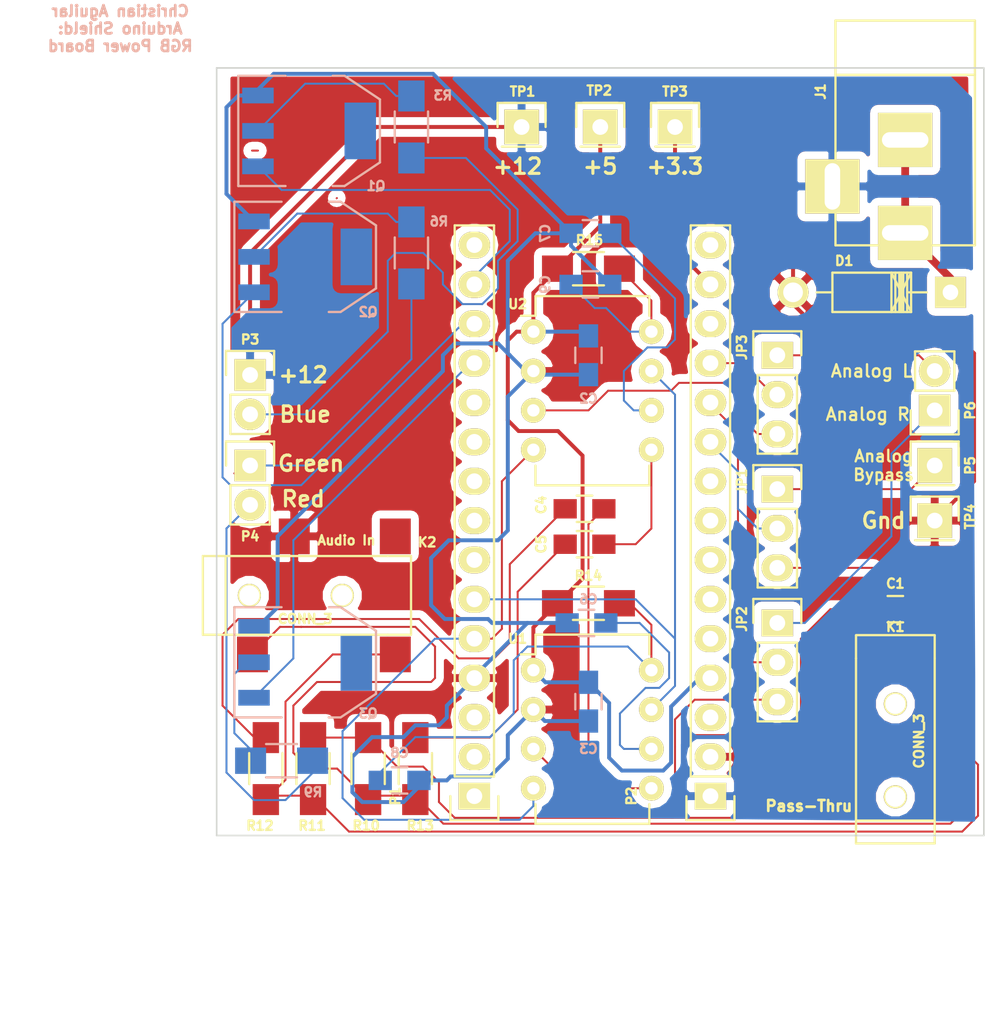
<source format=kicad_pcb>
(kicad_pcb (version 4) (host pcbnew 4.0.4-stable)

  (general
    (links 69)
    (no_connects 0)
    (area 111.074999 64.719999 160.705001 114.350001)
    (thickness 1.6)
    (drawings 24)
    (tracks 358)
    (zones 0)
    (modules 40)
    (nets 37)
  )

  (page A)
  (title_block
    (title GamingLighting)
    (date 2016-10-03)
    (rev A)
    (comment 1 "Christian Aguilar")
  )

  (layers
    (0 F.Cu signal)
    (31 B.Cu signal)
    (32 B.Adhes user)
    (33 F.Adhes user)
    (34 B.Paste user)
    (35 F.Paste user)
    (36 B.SilkS user)
    (37 F.SilkS user)
    (38 B.Mask user)
    (39 F.Mask user)
    (40 Dwgs.User user)
    (41 Cmts.User user)
    (42 Eco1.User user)
    (43 Eco2.User user hide)
    (44 Edge.Cuts user)
  )

  (setup
    (last_trace_width 0.254)
    (user_trace_width 0.127)
    (trace_clearance 0.127)
    (zone_clearance 0.508)
    (zone_45_only no)
    (trace_min 0.127)
    (segment_width 0.2)
    (edge_width 0.1)
    (via_size 0.889)
    (via_drill 0.635)
    (via_min_size 0.889)
    (via_min_drill 0.508)
    (uvia_size 0.508)
    (uvia_drill 0.127)
    (uvias_allowed no)
    (uvia_min_size 0.508)
    (uvia_min_drill 0.127)
    (pcb_text_width 0.3)
    (pcb_text_size 1.5 1.5)
    (mod_edge_width 0.15)
    (mod_text_size 0.6 0.6)
    (mod_text_width 0.15)
    (pad_size 3.50012 3.50012)
    (pad_drill 1.00076)
    (pad_to_mask_clearance 0)
    (aux_axis_origin 0 0)
    (visible_elements 7FFFFFBF)
    (pcbplotparams
      (layerselection 0x010ff_80000001)
      (usegerberextensions true)
      (excludeedgelayer true)
      (linewidth 0.150000)
      (plotframeref false)
      (viasonmask false)
      (mode 1)
      (useauxorigin false)
      (hpglpennumber 1)
      (hpglpenspeed 20)
      (hpglpendiameter 15)
      (hpglpenoverlay 2)
      (psnegative false)
      (psa4output false)
      (plotreference true)
      (plotvalue true)
      (plotinvisibletext false)
      (padsonsilk false)
      (subtractmaskfromsilk false)
      (outputformat 1)
      (mirror false)
      (drillshape 0)
      (scaleselection 1)
      (outputdirectory "/media/christian/CONTI DRIVE/KiCad/gamingLightsShield/"))
  )

  (net 0 "")
  (net 1 +12V)
  (net 2 +3.3V)
  (net 3 +5V)
  (net 4 /A0_EXT)
  (net 5 /A0_Right)
  (net 6 /A1_EXT)
  (net 7 /A1_Left)
  (net 8 /AudioByPass)
  (net 9 /AudioBypass_Ext)
  (net 10 /AudioInLeft)
  (net 11 /AudioInRight)
  (net 12 /D10)
  (net 13 /D11)
  (net 14 /D2)
  (net 15 /D3)
  (net 16 /D9)
  (net 17 /DigitalBandsLeft)
  (net 18 /DigitalBandsRight)
  (net 19 GND)
  (net 20 "Net-(C1-Pad1)")
  (net 21 "Net-(C1-Pad2)")
  (net 22 "Net-(C4-Pad1)")
  (net 23 "Net-(C4-Pad2)")
  (net 24 "Net-(C5-Pad1)")
  (net 25 "Net-(C5-Pad2)")
  (net 26 "Net-(C6-Pad1)")
  (net 27 "Net-(C7-Pad1)")
  (net 28 "Net-(C8-Pad1)")
  (net 29 "Net-(C9-Pad1)")
  (net 30 "Net-(D1-Pad1)")
  (net 31 "Net-(P3-Pad2)")
  (net 32 "Net-(P4-Pad1)")
  (net 33 "Net-(P4-Pad2)")
  (net 34 "Net-(Q1-Pad2)")
  (net 35 "Net-(Q2-Pad2)")
  (net 36 "Net-(Q3-Pad2)")

  (net_class Default "This is the default net class."
    (clearance 0.127)
    (trace_width 0.254)
    (via_dia 0.889)
    (via_drill 0.635)
    (uvia_dia 0.508)
    (uvia_drill 0.127)
    (add_net +12V)
    (add_net +3.3V)
    (add_net +5V)
    (add_net GND)
  )

  (net_class Large ""
    (clearance 0.127)
    (trace_width 0.5)
    (via_dia 0.889)
    (via_drill 0.635)
    (uvia_dia 0.508)
    (uvia_drill 0.127)
    (add_net "Net-(D1-Pad1)")
  )

  (net_class Small ""
    (clearance 0.127)
    (trace_width 0.127)
    (via_dia 0.889)
    (via_drill 0.635)
    (uvia_dia 0.508)
    (uvia_drill 0.127)
    (add_net /A0_EXT)
    (add_net /A0_Right)
    (add_net /A1_EXT)
    (add_net /A1_Left)
    (add_net /AudioByPass)
    (add_net /AudioBypass_Ext)
    (add_net /AudioInLeft)
    (add_net /AudioInRight)
    (add_net /D10)
    (add_net /D11)
    (add_net /D2)
    (add_net /D3)
    (add_net /D9)
    (add_net /DigitalBandsLeft)
    (add_net /DigitalBandsRight)
    (add_net "Net-(C1-Pad1)")
    (add_net "Net-(C1-Pad2)")
    (add_net "Net-(C4-Pad1)")
    (add_net "Net-(C4-Pad2)")
    (add_net "Net-(C5-Pad1)")
    (add_net "Net-(C5-Pad2)")
    (add_net "Net-(C6-Pad1)")
    (add_net "Net-(C7-Pad1)")
    (add_net "Net-(C8-Pad1)")
    (add_net "Net-(C9-Pad1)")
    (add_net "Net-(P3-Pad2)")
    (add_net "Net-(P4-Pad1)")
    (add_net "Net-(P4-Pad2)")
    (add_net "Net-(Q1-Pad2)")
    (add_net "Net-(Q2-Pad2)")
    (add_net "Net-(Q3-Pad2)")
  )

  (module AudioConn:AudioJack (layer F.Cu) (tedit 57F6E485) (tstamp 57F4BAD4)
    (at 157.48 114.808 180)
    (tags "Audio, 3.5mm")
    (path /57F0E3E7)
    (fp_text reference K1 (at 2.54 13.97 180) (layer F.SilkS)
      (effects (font (size 0.6 0.6) (thickness 0.15)))
    )
    (fp_text value CONN_3 (at 1.016 6.604 270) (layer F.SilkS)
      (effects (font (size 0.6 0.6) (thickness 0.15)))
    )
    (fp_line (start 5.08 11.938) (end 5.08 13.4112) (layer F.SilkS) (width 0.15))
    (fp_line (start 0 11.938) (end 0 13.4112) (layer F.SilkS) (width 0.15))
    (fp_line (start 0 1.4732) (end 5.08 1.4732) (layer F.SilkS) (width 0.15))
    (fp_line (start 0 13.438) (end 5.08 13.438) (layer F.SilkS) (width 0.15))
    (fp_line (start 0 0) (end 5.08 0) (layer F.SilkS) (width 0.15))
    (fp_line (start 0 0) (end 0 11.938) (layer F.SilkS) (width 0.15))
    (fp_line (start 5.08 11.938) (end 5.08 0) (layer F.SilkS) (width 0.15))
    (pad 4 smd rect (at 6.35 12.422 180) (size 2.3 2) (layers F.Cu F.Paste F.Mask))
    (pad 1 smd rect (at -1.27 3.2 180) (size 2.3 2) (layers F.Cu F.Paste F.Mask)
      (net 11 /AudioInRight))
    (pad 2 smd rect (at -1.27 12.422 180) (size 2.3 2) (layers F.Cu F.Paste F.Mask)
      (net 10 /AudioInLeft))
    (pad 3 smd rect (at 6.35 5.9 180) (size 2.3 2) (layers F.Cu F.Paste F.Mask)
      (net 19 GND))
    (pad "" np_thru_hole circle (at 2.54 3 180) (size 1.5 1.5) (drill 1.3) (layers *.Cu *.Mask F.SilkS))
    (pad "" np_thru_hole circle (at 2.54 9 180) (size 1.5 1.5) (drill 1.3) (layers *.Cu *.Mask F.SilkS))
    (model F:/KiCad/gamingLightsShield/3dModels/sj-2523-smt.wrl
      (at (xyz 0.1 -0.255 0.08))
      (scale (xyz 2.53 2.53 2.53))
      (rotate (xyz -90 0 0))
    )
  )

  (module Capacitors_SMD:C_0805_HandSoldering (layer F.Cu) (tedit 57F4D819) (tstamp 57F4BA8A)
    (at 154.94 99.695 180)
    (descr "Capacitor SMD 0805, hand soldering")
    (tags "capacitor 0805")
    (path /57F0E54A)
    (attr smd)
    (fp_text reference C1 (at 0 1.651 180) (layer F.SilkS)
      (effects (font (size 0.6 0.6) (thickness 0.15)))
    )
    (fp_text value .01uF (at 0 -0.127 180) (layer F.Fab)
      (effects (font (size 0.6 0.6) (thickness 0.15)))
    )
    (fp_line (start -1 0.625) (end -1 -0.625) (layer F.Fab) (width 0.15))
    (fp_line (start 1 0.625) (end -1 0.625) (layer F.Fab) (width 0.15))
    (fp_line (start 1 -0.625) (end 1 0.625) (layer F.Fab) (width 0.15))
    (fp_line (start -1 -0.625) (end 1 -0.625) (layer F.Fab) (width 0.15))
    (fp_line (start -2.3 -1) (end 2.3 -1) (layer F.CrtYd) (width 0.05))
    (fp_line (start -2.3 1) (end 2.3 1) (layer F.CrtYd) (width 0.05))
    (fp_line (start -2.3 -1) (end -2.3 1) (layer F.CrtYd) (width 0.05))
    (fp_line (start 2.3 -1) (end 2.3 1) (layer F.CrtYd) (width 0.05))
    (fp_line (start 0.5 -0.85) (end -0.5 -0.85) (layer F.SilkS) (width 0.15))
    (fp_line (start -0.5 0.85) (end 0.5 0.85) (layer F.SilkS) (width 0.15))
    (pad 1 smd rect (at -1.25 0 180) (size 1.5 1.25) (layers F.Cu F.Paste F.Mask)
      (net 20 "Net-(C1-Pad1)"))
    (pad 2 smd rect (at 1.25 0 180) (size 1.5 1.25) (layers F.Cu F.Paste F.Mask)
      (net 21 "Net-(C1-Pad2)"))
    (model Capacitors_SMD.3dshapes/C_0805_HandSoldering.wrl
      (at (xyz 0 0 0))
      (scale (xyz 1 1 1))
      (rotate (xyz 0 0 0))
    )
  )

  (module Capacitors_SMD:C_0805_HandSoldering (layer B.Cu) (tedit 57F4D89F) (tstamp 57F4BA8F)
    (at 135.128 83.312 270)
    (descr "Capacitor SMD 0805, hand soldering")
    (tags "capacitor 0805")
    (path /57F0F22F)
    (attr smd)
    (fp_text reference C2 (at 2.794 0 360) (layer B.SilkS)
      (effects (font (size 0.6 0.6) (thickness 0.15)) (justify mirror))
    )
    (fp_text value .1uF (at 0 0 270) (layer B.Fab)
      (effects (font (size 0.6 0.6) (thickness 0.15)) (justify mirror))
    )
    (fp_line (start -1 -0.625) (end -1 0.625) (layer B.Fab) (width 0.15))
    (fp_line (start 1 -0.625) (end -1 -0.625) (layer B.Fab) (width 0.15))
    (fp_line (start 1 0.625) (end 1 -0.625) (layer B.Fab) (width 0.15))
    (fp_line (start -1 0.625) (end 1 0.625) (layer B.Fab) (width 0.15))
    (fp_line (start -2.3 1) (end 2.3 1) (layer B.CrtYd) (width 0.05))
    (fp_line (start -2.3 -1) (end 2.3 -1) (layer B.CrtYd) (width 0.05))
    (fp_line (start -2.3 1) (end -2.3 -1) (layer B.CrtYd) (width 0.05))
    (fp_line (start 2.3 1) (end 2.3 -1) (layer B.CrtYd) (width 0.05))
    (fp_line (start 0.5 0.85) (end -0.5 0.85) (layer B.SilkS) (width 0.15))
    (fp_line (start -0.5 -0.85) (end 0.5 -0.85) (layer B.SilkS) (width 0.15))
    (pad 1 smd rect (at -1.25 0 270) (size 1.5 1.25) (layers B.Cu B.Paste B.Mask)
      (net 3 +5V))
    (pad 2 smd rect (at 1.25 0 270) (size 1.5 1.25) (layers B.Cu B.Paste B.Mask)
      (net 19 GND))
    (model Capacitors_SMD.3dshapes/C_0805_HandSoldering.wrl
      (at (xyz 0 0 0))
      (scale (xyz 1 1 1))
      (rotate (xyz 0 0 0))
    )
  )

  (module Capacitors_SMD:C_0805_HandSoldering (layer B.Cu) (tedit 57F4D889) (tstamp 57F4BA94)
    (at 135.128 105.664 270)
    (descr "Capacitor SMD 0805, hand soldering")
    (tags "capacitor 0805")
    (path /57F0F3AB)
    (attr smd)
    (fp_text reference C3 (at 3.048 0 540) (layer B.SilkS)
      (effects (font (size 0.6 0.6) (thickness 0.15)) (justify mirror))
    )
    (fp_text value .1uF (at 0 0 270) (layer B.Fab)
      (effects (font (size 0.6 0.6) (thickness 0.15)) (justify mirror))
    )
    (fp_line (start -1 -0.625) (end -1 0.625) (layer B.Fab) (width 0.15))
    (fp_line (start 1 -0.625) (end -1 -0.625) (layer B.Fab) (width 0.15))
    (fp_line (start 1 0.625) (end 1 -0.625) (layer B.Fab) (width 0.15))
    (fp_line (start -1 0.625) (end 1 0.625) (layer B.Fab) (width 0.15))
    (fp_line (start -2.3 1) (end 2.3 1) (layer B.CrtYd) (width 0.05))
    (fp_line (start -2.3 -1) (end 2.3 -1) (layer B.CrtYd) (width 0.05))
    (fp_line (start -2.3 1) (end -2.3 -1) (layer B.CrtYd) (width 0.05))
    (fp_line (start 2.3 1) (end 2.3 -1) (layer B.CrtYd) (width 0.05))
    (fp_line (start 0.5 0.85) (end -0.5 0.85) (layer B.SilkS) (width 0.15))
    (fp_line (start -0.5 -0.85) (end 0.5 -0.85) (layer B.SilkS) (width 0.15))
    (pad 1 smd rect (at -1.25 0 270) (size 1.5 1.25) (layers B.Cu B.Paste B.Mask)
      (net 3 +5V))
    (pad 2 smd rect (at 1.25 0 270) (size 1.5 1.25) (layers B.Cu B.Paste B.Mask)
      (net 19 GND))
    (model Capacitors_SMD.3dshapes/C_0805_HandSoldering.wrl
      (at (xyz 0 0 0))
      (scale (xyz 1 1 1))
      (rotate (xyz 0 0 0))
    )
  )

  (module Capacitors_SMD:C_0805_HandSoldering (layer F.Cu) (tedit 57F4D77E) (tstamp 57F4BA99)
    (at 134.874 93.218 180)
    (descr "Capacitor SMD 0805, hand soldering")
    (tags "capacitor 0805")
    (path /57F0EF6C)
    (attr smd)
    (fp_text reference C4 (at 2.794 0.254 270) (layer F.SilkS)
      (effects (font (size 0.6 0.6) (thickness 0.15)))
    )
    (fp_text value .01uF (at 0 0 180) (layer F.Fab)
      (effects (font (size 0.6 0.6) (thickness 0.15)))
    )
    (fp_line (start -1 0.625) (end -1 -0.625) (layer F.Fab) (width 0.15))
    (fp_line (start 1 0.625) (end -1 0.625) (layer F.Fab) (width 0.15))
    (fp_line (start 1 -0.625) (end 1 0.625) (layer F.Fab) (width 0.15))
    (fp_line (start -1 -0.625) (end 1 -0.625) (layer F.Fab) (width 0.15))
    (fp_line (start -2.3 -1) (end 2.3 -1) (layer F.CrtYd) (width 0.05))
    (fp_line (start -2.3 1) (end 2.3 1) (layer F.CrtYd) (width 0.05))
    (fp_line (start -2.3 -1) (end -2.3 1) (layer F.CrtYd) (width 0.05))
    (fp_line (start 2.3 -1) (end 2.3 1) (layer F.CrtYd) (width 0.05))
    (fp_line (start 0.5 -0.85) (end -0.5 -0.85) (layer F.SilkS) (width 0.15))
    (fp_line (start -0.5 0.85) (end 0.5 0.85) (layer F.SilkS) (width 0.15))
    (pad 1 smd rect (at -1.25 0 180) (size 1.5 1.25) (layers F.Cu F.Paste F.Mask)
      (net 22 "Net-(C4-Pad1)"))
    (pad 2 smd rect (at 1.25 0 180) (size 1.5 1.25) (layers F.Cu F.Paste F.Mask)
      (net 23 "Net-(C4-Pad2)"))
    (model Capacitors_SMD.3dshapes/C_0805_HandSoldering.wrl
      (at (xyz 0 0 0))
      (scale (xyz 1 1 1))
      (rotate (xyz 0 0 0))
    )
  )

  (module Capacitors_SMD:C_0805_HandSoldering (layer F.Cu) (tedit 57F4D782) (tstamp 57F4BA9E)
    (at 134.874 95.504 180)
    (descr "Capacitor SMD 0805, hand soldering")
    (tags "capacitor 0805")
    (path /57F0F390)
    (attr smd)
    (fp_text reference C5 (at 2.794 0 270) (layer F.SilkS)
      (effects (font (size 0.6 0.6) (thickness 0.15)))
    )
    (fp_text value .01uF (at -0.127 0 180) (layer F.Fab)
      (effects (font (size 0.6 0.6) (thickness 0.15)))
    )
    (fp_line (start -1 0.625) (end -1 -0.625) (layer F.Fab) (width 0.15))
    (fp_line (start 1 0.625) (end -1 0.625) (layer F.Fab) (width 0.15))
    (fp_line (start 1 -0.625) (end 1 0.625) (layer F.Fab) (width 0.15))
    (fp_line (start -1 -0.625) (end 1 -0.625) (layer F.Fab) (width 0.15))
    (fp_line (start -2.3 -1) (end 2.3 -1) (layer F.CrtYd) (width 0.05))
    (fp_line (start -2.3 1) (end 2.3 1) (layer F.CrtYd) (width 0.05))
    (fp_line (start -2.3 -1) (end -2.3 1) (layer F.CrtYd) (width 0.05))
    (fp_line (start 2.3 -1) (end 2.3 1) (layer F.CrtYd) (width 0.05))
    (fp_line (start 0.5 -0.85) (end -0.5 -0.85) (layer F.SilkS) (width 0.15))
    (fp_line (start -0.5 0.85) (end 0.5 0.85) (layer F.SilkS) (width 0.15))
    (pad 1 smd rect (at -1.25 0 180) (size 1.5 1.25) (layers F.Cu F.Paste F.Mask)
      (net 24 "Net-(C5-Pad1)"))
    (pad 2 smd rect (at 1.25 0 180) (size 1.5 1.25) (layers F.Cu F.Paste F.Mask)
      (net 25 "Net-(C5-Pad2)"))
    (model Capacitors_SMD.3dshapes/C_0805_HandSoldering.wrl
      (at (xyz 0 0 0))
      (scale (xyz 1 1 1))
      (rotate (xyz 0 0 0))
    )
  )

  (module Capacitors_SMD:C_0805_HandSoldering (layer B.Cu) (tedit 57F4D891) (tstamp 57F4BAA3)
    (at 135.001 100.584 180)
    (descr "Capacitor SMD 0805, hand soldering")
    (tags "capacitor 0805")
    (path /57F0EB7B)
    (attr smd)
    (fp_text reference C6 (at -0.127 1.524 180) (layer B.SilkS)
      (effects (font (size 0.6 0.6) (thickness 0.15)) (justify mirror))
    )
    (fp_text value .1uF (at -0.127 0 180) (layer B.Fab)
      (effects (font (size 0.6 0.6) (thickness 0.15)) (justify mirror))
    )
    (fp_line (start -1 -0.625) (end -1 0.625) (layer B.Fab) (width 0.15))
    (fp_line (start 1 -0.625) (end -1 -0.625) (layer B.Fab) (width 0.15))
    (fp_line (start 1 0.625) (end 1 -0.625) (layer B.Fab) (width 0.15))
    (fp_line (start -1 0.625) (end 1 0.625) (layer B.Fab) (width 0.15))
    (fp_line (start -2.3 1) (end 2.3 1) (layer B.CrtYd) (width 0.05))
    (fp_line (start -2.3 -1) (end 2.3 -1) (layer B.CrtYd) (width 0.05))
    (fp_line (start -2.3 1) (end -2.3 -1) (layer B.CrtYd) (width 0.05))
    (fp_line (start 2.3 1) (end 2.3 -1) (layer B.CrtYd) (width 0.05))
    (fp_line (start 0.5 0.85) (end -0.5 0.85) (layer B.SilkS) (width 0.15))
    (fp_line (start -0.5 -0.85) (end 0.5 -0.85) (layer B.SilkS) (width 0.15))
    (pad 1 smd rect (at -1.25 0 180) (size 1.5 1.25) (layers B.Cu B.Paste B.Mask)
      (net 26 "Net-(C6-Pad1)"))
    (pad 2 smd rect (at 1.25 0 180) (size 1.5 1.25) (layers B.Cu B.Paste B.Mask)
      (net 19 GND))
    (model Capacitors_SMD.3dshapes/C_0805_HandSoldering.wrl
      (at (xyz 0 0 0))
      (scale (xyz 1 1 1))
      (rotate (xyz 0 0 0))
    )
  )

  (module Capacitors_SMD:C_0805_HandSoldering (layer B.Cu) (tedit 57F4D8BD) (tstamp 57F4BAA8)
    (at 135.255 75.438 180)
    (descr "Capacitor SMD 0805, hand soldering")
    (tags "capacitor 0805")
    (path /57F0F366)
    (attr smd)
    (fp_text reference C7 (at 2.921 0 270) (layer B.SilkS)
      (effects (font (size 0.6 0.6) (thickness 0.15)) (justify mirror))
    )
    (fp_text value .1uF (at -0.127 -3.302 180) (layer B.Fab)
      (effects (font (size 0.6 0.6) (thickness 0.15)) (justify mirror))
    )
    (fp_line (start -1 -0.625) (end -1 0.625) (layer B.Fab) (width 0.15))
    (fp_line (start 1 -0.625) (end -1 -0.625) (layer B.Fab) (width 0.15))
    (fp_line (start 1 0.625) (end 1 -0.625) (layer B.Fab) (width 0.15))
    (fp_line (start -1 0.625) (end 1 0.625) (layer B.Fab) (width 0.15))
    (fp_line (start -2.3 1) (end 2.3 1) (layer B.CrtYd) (width 0.05))
    (fp_line (start -2.3 -1) (end 2.3 -1) (layer B.CrtYd) (width 0.05))
    (fp_line (start -2.3 1) (end -2.3 -1) (layer B.CrtYd) (width 0.05))
    (fp_line (start 2.3 1) (end 2.3 -1) (layer B.CrtYd) (width 0.05))
    (fp_line (start 0.5 0.85) (end -0.5 0.85) (layer B.SilkS) (width 0.15))
    (fp_line (start -0.5 -0.85) (end 0.5 -0.85) (layer B.SilkS) (width 0.15))
    (pad 1 smd rect (at -1.25 0 180) (size 1.5 1.25) (layers B.Cu B.Paste B.Mask)
      (net 27 "Net-(C7-Pad1)"))
    (pad 2 smd rect (at 1.25 0 180) (size 1.5 1.25) (layers B.Cu B.Paste B.Mask)
      (net 19 GND))
    (model Capacitors_SMD.3dshapes/C_0805_HandSoldering.wrl
      (at (xyz 0 0 0))
      (scale (xyz 1 1 1))
      (rotate (xyz 0 0 0))
    )
  )

  (module Capacitors_SMD:C_0805_HandSoldering (layer B.Cu) (tedit 57F4D877) (tstamp 57F4BAAD)
    (at 122.936 110.744)
    (descr "Capacitor SMD 0805, hand soldering")
    (tags "capacitor 0805")
    (path /57F0EB17)
    (attr smd)
    (fp_text reference C8 (at 0 -1.778) (layer B.SilkS)
      (effects (font (size 0.6 0.6) (thickness 0.15)) (justify mirror))
    )
    (fp_text value 33pF (at 0 0) (layer B.Fab)
      (effects (font (size 0.6 0.6) (thickness 0.15)) (justify mirror))
    )
    (fp_line (start -1 -0.625) (end -1 0.625) (layer B.Fab) (width 0.15))
    (fp_line (start 1 -0.625) (end -1 -0.625) (layer B.Fab) (width 0.15))
    (fp_line (start 1 0.625) (end 1 -0.625) (layer B.Fab) (width 0.15))
    (fp_line (start -1 0.625) (end 1 0.625) (layer B.Fab) (width 0.15))
    (fp_line (start -2.3 1) (end 2.3 1) (layer B.CrtYd) (width 0.05))
    (fp_line (start -2.3 -1) (end 2.3 -1) (layer B.CrtYd) (width 0.05))
    (fp_line (start -2.3 1) (end -2.3 -1) (layer B.CrtYd) (width 0.05))
    (fp_line (start 2.3 1) (end 2.3 -1) (layer B.CrtYd) (width 0.05))
    (fp_line (start 0.5 0.85) (end -0.5 0.85) (layer B.SilkS) (width 0.15))
    (fp_line (start -0.5 -0.85) (end 0.5 -0.85) (layer B.SilkS) (width 0.15))
    (pad 1 smd rect (at -1.25 0) (size 1.5 1.25) (layers B.Cu B.Paste B.Mask)
      (net 28 "Net-(C8-Pad1)"))
    (pad 2 smd rect (at 1.25 0) (size 1.5 1.25) (layers B.Cu B.Paste B.Mask)
      (net 19 GND))
    (model Capacitors_SMD.3dshapes/C_0805_HandSoldering.wrl
      (at (xyz 0 0 0))
      (scale (xyz 1 1 1))
      (rotate (xyz 0 0 0))
    )
  )

  (module Capacitors_SMD:C_0805_HandSoldering (layer B.Cu) (tedit 57F4D8B9) (tstamp 57F4BAB2)
    (at 135.255 78.74)
    (descr "Capacitor SMD 0805, hand soldering")
    (tags "capacitor 0805")
    (path /57F0F35E)
    (attr smd)
    (fp_text reference C9 (at -2.921 0 90) (layer B.SilkS)
      (effects (font (size 0.6 0.6) (thickness 0.15)) (justify mirror))
    )
    (fp_text value 33pF (at 0.127 -3.302) (layer B.Fab)
      (effects (font (size 0.6 0.6) (thickness 0.15)) (justify mirror))
    )
    (fp_line (start -1 -0.625) (end -1 0.625) (layer B.Fab) (width 0.15))
    (fp_line (start 1 -0.625) (end -1 -0.625) (layer B.Fab) (width 0.15))
    (fp_line (start 1 0.625) (end 1 -0.625) (layer B.Fab) (width 0.15))
    (fp_line (start -1 0.625) (end 1 0.625) (layer B.Fab) (width 0.15))
    (fp_line (start -2.3 1) (end 2.3 1) (layer B.CrtYd) (width 0.05))
    (fp_line (start -2.3 -1) (end 2.3 -1) (layer B.CrtYd) (width 0.05))
    (fp_line (start -2.3 1) (end -2.3 -1) (layer B.CrtYd) (width 0.05))
    (fp_line (start 2.3 1) (end 2.3 -1) (layer B.CrtYd) (width 0.05))
    (fp_line (start 0.5 0.85) (end -0.5 0.85) (layer B.SilkS) (width 0.15))
    (fp_line (start -0.5 -0.85) (end 0.5 -0.85) (layer B.SilkS) (width 0.15))
    (pad 1 smd rect (at -1.25 0) (size 1.5 1.25) (layers B.Cu B.Paste B.Mask)
      (net 29 "Net-(C9-Pad1)"))
    (pad 2 smd rect (at 1.25 0) (size 1.5 1.25) (layers B.Cu B.Paste B.Mask)
      (net 19 GND))
    (model Capacitors_SMD.3dshapes/C_0805_HandSoldering.wrl
      (at (xyz 0 0 0))
      (scale (xyz 1 1 1))
      (rotate (xyz 0 0 0))
    )
  )

  (module Diodes_ThroughHole:Diode_DO-41_SOD81_Horizontal_RM10 (layer F.Cu) (tedit 57F4D7B4) (tstamp 57F4BAB7)
    (at 158.496 79.248 180)
    (descr "Diode, DO-41, SOD81, Horizontal, RM 10mm,")
    (tags "Diode, DO-41, SOD81, Horizontal, RM 10mm, 1N4007, SB140,")
    (path /57F2D8C9)
    (fp_text reference D1 (at 6.858 2.032 180) (layer F.SilkS)
      (effects (font (size 0.6 0.6) (thickness 0.15)))
    )
    (fp_text value DIODE (at 5.08 -0.254 180) (layer F.Fab)
      (effects (font (size 0.6 0.6) (thickness 0.15)))
    )
    (fp_line (start 7.62 -0.00254) (end 8.636 -0.00254) (layer F.SilkS) (width 0.15))
    (fp_line (start 2.794 -0.00254) (end 1.524 -0.00254) (layer F.SilkS) (width 0.15))
    (fp_line (start 3.048 -1.27254) (end 3.048 1.26746) (layer F.SilkS) (width 0.15))
    (fp_line (start 3.302 -1.27254) (end 3.302 1.26746) (layer F.SilkS) (width 0.15))
    (fp_line (start 3.556 -1.27254) (end 3.556 1.26746) (layer F.SilkS) (width 0.15))
    (fp_line (start 2.794 -1.27254) (end 2.794 1.26746) (layer F.SilkS) (width 0.15))
    (fp_line (start 3.81 -1.27254) (end 2.54 1.26746) (layer F.SilkS) (width 0.15))
    (fp_line (start 2.54 -1.27254) (end 3.81 1.26746) (layer F.SilkS) (width 0.15))
    (fp_line (start 3.81 -1.27254) (end 3.81 1.26746) (layer F.SilkS) (width 0.15))
    (fp_line (start 3.175 -1.27254) (end 3.175 1.26746) (layer F.SilkS) (width 0.15))
    (fp_line (start 2.54 1.26746) (end 2.54 -1.27254) (layer F.SilkS) (width 0.15))
    (fp_line (start 2.54 -1.27254) (end 7.62 -1.27254) (layer F.SilkS) (width 0.15))
    (fp_line (start 7.62 -1.27254) (end 7.62 1.26746) (layer F.SilkS) (width 0.15))
    (fp_line (start 7.62 1.26746) (end 2.54 1.26746) (layer F.SilkS) (width 0.15))
    (pad 2 thru_hole circle (at 10.16 -0.00254) (size 1.99898 1.99898) (drill 1.27) (layers *.Cu *.Mask F.SilkS)
      (net 19 GND))
    (pad 1 thru_hole rect (at 0 -0.00254) (size 1.99898 1.99898) (drill 1.00076) (layers *.Cu *.Mask F.SilkS)
      (net 30 "Net-(D1-Pad1)"))
    (model F:/KiCad/3d-shapes-lib/Diodes_ThroughHole.3dshapes/Diode_DO-35_SOD27_Horizontal_RM10.wrl
      (at (xyz 0.2 0 0))
      (scale (xyz 0.4 0.4 0.4))
      (rotate (xyz 0 0 0))
    )
  )

  (module Connect:BARREL_JACK (layer F.Cu) (tedit 57F6C15D) (tstamp 57F4BABC)
    (at 155.575 69.215 270)
    (descr "DC Barrel Jack")
    (tags "Power Jack")
    (path /57F0E3CE)
    (fp_text reference J1 (at -2.921 5.461 450) (layer F.SilkS)
      (effects (font (size 0.6 0.6) (thickness 0.15)))
    )
    (fp_text value JACK_2P (at 0 -5.99948 270) (layer F.Fab)
      (effects (font (size 0.6 0.6) (thickness 0.15)))
    )
    (fp_line (start -4.0005 -4.50088) (end -4.0005 4.50088) (layer F.SilkS) (width 0.15))
    (fp_line (start -7.50062 -4.50088) (end -7.50062 4.50088) (layer F.SilkS) (width 0.15))
    (fp_line (start -7.50062 4.50088) (end 7.00024 4.50088) (layer F.SilkS) (width 0.15))
    (fp_line (start 7.00024 4.50088) (end 7.00024 -4.50088) (layer F.SilkS) (width 0.15))
    (fp_line (start 7.00024 -4.50088) (end -7.50062 -4.50088) (layer F.SilkS) (width 0.15))
    (pad 1 thru_hole rect (at 6.20014 0 270) (size 3.50012 3.50012) (drill oval 1.00076 2.99974) (layers *.Cu *.Mask F.SilkS)
      (net 30 "Net-(D1-Pad1)"))
    (pad 2 thru_hole rect (at 0.20066 0 270) (size 3.50012 3.50012) (drill oval 1.00076 2.99974) (layers *.Cu *.Mask F.SilkS)
      (net 30 "Net-(D1-Pad1)"))
    (pad 3 thru_hole rect (at 3.2004 4.699 270) (size 3.50012 3.50012) (drill oval 2.99974 1.00076) (layers *.Cu *.Mask F.SilkS)
      (net 1 +12V))
    (model F:/KiCad/gamingLightsShield/3dModels/DCPowerJack.wrl
      (at (xyz 0.228 -0.01 0.2))
      (scale (xyz 0.35 0.35 0.35))
      (rotate (xyz 0 0 0))
    )
  )

  (module Pin_Headers:Pin_Header_Straight_1x03 (layer F.Cu) (tedit 57F4D7A2) (tstamp 57F4BAC2)
    (at 147.32 91.948)
    (descr "Through hole pin header")
    (tags "pin header")
    (path /57F0DBCB)
    (fp_text reference JP1 (at -2.286 -0.508 90) (layer F.SilkS)
      (effects (font (size 0.6 0.6) (thickness 0.15)))
    )
    (fp_text value JUMPER3 (at 2.032 3.302 90) (layer F.Fab)
      (effects (font (size 0.6 0.6) (thickness 0.15)))
    )
    (fp_line (start -1.75 -1.75) (end -1.75 6.85) (layer F.CrtYd) (width 0.05))
    (fp_line (start 1.75 -1.75) (end 1.75 6.85) (layer F.CrtYd) (width 0.05))
    (fp_line (start -1.75 -1.75) (end 1.75 -1.75) (layer F.CrtYd) (width 0.05))
    (fp_line (start -1.75 6.85) (end 1.75 6.85) (layer F.CrtYd) (width 0.05))
    (fp_line (start -1.27 1.27) (end -1.27 6.35) (layer F.SilkS) (width 0.15))
    (fp_line (start -1.27 6.35) (end 1.27 6.35) (layer F.SilkS) (width 0.15))
    (fp_line (start 1.27 6.35) (end 1.27 1.27) (layer F.SilkS) (width 0.15))
    (fp_line (start 1.55 -1.55) (end 1.55 0) (layer F.SilkS) (width 0.15))
    (fp_line (start 1.27 1.27) (end -1.27 1.27) (layer F.SilkS) (width 0.15))
    (fp_line (start -1.55 0) (end -1.55 -1.55) (layer F.SilkS) (width 0.15))
    (fp_line (start -1.55 -1.55) (end 1.55 -1.55) (layer F.SilkS) (width 0.15))
    (pad 1 thru_hole rect (at 0 0) (size 2.032 1.7272) (drill 1.016) (layers *.Cu *.Mask F.SilkS)
      (net 9 /AudioBypass_Ext))
    (pad 2 thru_hole oval (at 0 2.54) (size 2.032 1.7272) (drill 1.016) (layers *.Cu *.Mask F.SilkS)
      (net 8 /AudioByPass))
    (pad 3 thru_hole oval (at 0 5.08) (size 2.032 1.7272) (drill 1.016) (layers *.Cu *.Mask F.SilkS)
      (net 20 "Net-(C1-Pad1)"))
    (model Pin_Headers.3dshapes/Pin_Header_Straight_1x03.wrl
      (at (xyz 0 -0.1 0))
      (scale (xyz 1 1 1))
      (rotate (xyz 0 0 90))
    )
  )

  (module Pin_Headers:Pin_Header_Straight_1x03 (layer F.Cu) (tedit 57F4D798) (tstamp 57F4BAC8)
    (at 147.32 100.584)
    (descr "Through hole pin header")
    (tags "pin header")
    (path /57F0DBB1)
    (fp_text reference JP2 (at -2.286 -0.254 90) (layer F.SilkS)
      (effects (font (size 0.6 0.6) (thickness 0.15)))
    )
    (fp_text value JUMPER3 (at -2.032 7.112 90) (layer F.Fab)
      (effects (font (size 0.6 0.6) (thickness 0.15)))
    )
    (fp_line (start -1.75 -1.75) (end -1.75 6.85) (layer F.CrtYd) (width 0.05))
    (fp_line (start 1.75 -1.75) (end 1.75 6.85) (layer F.CrtYd) (width 0.05))
    (fp_line (start -1.75 -1.75) (end 1.75 -1.75) (layer F.CrtYd) (width 0.05))
    (fp_line (start -1.75 6.85) (end 1.75 6.85) (layer F.CrtYd) (width 0.05))
    (fp_line (start -1.27 1.27) (end -1.27 6.35) (layer F.SilkS) (width 0.15))
    (fp_line (start -1.27 6.35) (end 1.27 6.35) (layer F.SilkS) (width 0.15))
    (fp_line (start 1.27 6.35) (end 1.27 1.27) (layer F.SilkS) (width 0.15))
    (fp_line (start 1.55 -1.55) (end 1.55 0) (layer F.SilkS) (width 0.15))
    (fp_line (start 1.27 1.27) (end -1.27 1.27) (layer F.SilkS) (width 0.15))
    (fp_line (start -1.55 0) (end -1.55 -1.55) (layer F.SilkS) (width 0.15))
    (fp_line (start -1.55 -1.55) (end 1.55 -1.55) (layer F.SilkS) (width 0.15))
    (pad 1 thru_hole rect (at 0 0) (size 2.032 1.7272) (drill 1.016) (layers *.Cu *.Mask F.SilkS)
      (net 6 /A1_EXT))
    (pad 2 thru_hole oval (at 0 2.54) (size 2.032 1.7272) (drill 1.016) (layers *.Cu *.Mask F.SilkS)
      (net 7 /A1_Left))
    (pad 3 thru_hole oval (at 0 5.08) (size 2.032 1.7272) (drill 1.016) (layers *.Cu *.Mask F.SilkS)
      (net 17 /DigitalBandsLeft))
    (model Pin_Headers.3dshapes/Pin_Header_Straight_1x03.wrl
      (at (xyz 0 -0.1 0))
      (scale (xyz 1 1 1))
      (rotate (xyz 0 0 90))
    )
  )

  (module Pin_Headers:Pin_Header_Straight_1x03 (layer F.Cu) (tedit 57F4D7AA) (tstamp 57F4BACE)
    (at 147.32 83.312)
    (descr "Through hole pin header")
    (tags "pin header")
    (path /57F0DBD4)
    (fp_text reference JP3 (at -2.286 -0.508 90) (layer F.SilkS)
      (effects (font (size 0.6 0.6) (thickness 0.15)))
    )
    (fp_text value JUMPER3 (at 2.286 2.286 90) (layer F.Fab)
      (effects (font (size 0.6 0.6) (thickness 0.15)))
    )
    (fp_line (start -1.75 -1.75) (end -1.75 6.85) (layer F.CrtYd) (width 0.05))
    (fp_line (start 1.75 -1.75) (end 1.75 6.85) (layer F.CrtYd) (width 0.05))
    (fp_line (start -1.75 -1.75) (end 1.75 -1.75) (layer F.CrtYd) (width 0.05))
    (fp_line (start -1.75 6.85) (end 1.75 6.85) (layer F.CrtYd) (width 0.05))
    (fp_line (start -1.27 1.27) (end -1.27 6.35) (layer F.SilkS) (width 0.15))
    (fp_line (start -1.27 6.35) (end 1.27 6.35) (layer F.SilkS) (width 0.15))
    (fp_line (start 1.27 6.35) (end 1.27 1.27) (layer F.SilkS) (width 0.15))
    (fp_line (start 1.55 -1.55) (end 1.55 0) (layer F.SilkS) (width 0.15))
    (fp_line (start 1.27 1.27) (end -1.27 1.27) (layer F.SilkS) (width 0.15))
    (fp_line (start -1.55 0) (end -1.55 -1.55) (layer F.SilkS) (width 0.15))
    (fp_line (start -1.55 -1.55) (end 1.55 -1.55) (layer F.SilkS) (width 0.15))
    (pad 1 thru_hole rect (at 0 0) (size 2.032 1.7272) (drill 1.016) (layers *.Cu *.Mask F.SilkS)
      (net 4 /A0_EXT))
    (pad 2 thru_hole oval (at 0 2.54) (size 2.032 1.7272) (drill 1.016) (layers *.Cu *.Mask F.SilkS)
      (net 5 /A0_Right))
    (pad 3 thru_hole oval (at 0 5.08) (size 2.032 1.7272) (drill 1.016) (layers *.Cu *.Mask F.SilkS)
      (net 18 /DigitalBandsRight))
    (model Pin_Headers.3dshapes/Pin_Header_Straight_1x03.wrl
      (at (xyz 0 -0.1 0))
      (scale (xyz 1 1 1))
      (rotate (xyz 0 0 90))
    )
  )

  (module Pin_Headers:Pin_Header_Straight_1x02 (layer F.Cu) (tedit 57F4D91C) (tstamp 57F4BB06)
    (at 113.284 84.582)
    (descr "Through hole pin header")
    (tags "pin header")
    (path /57F0DAF1)
    (fp_text reference P3 (at 0 -2.286 180) (layer F.SilkS)
      (effects (font (size 0.6 0.6) (thickness 0.15)))
    )
    (fp_text value CONN_2 (at -3.302 1.016 90) (layer F.Fab)
      (effects (font (size 0.6 0.6) (thickness 0.15)))
    )
    (fp_line (start 1.27 1.27) (end 1.27 3.81) (layer F.SilkS) (width 0.15))
    (fp_line (start 1.55 -1.55) (end 1.55 0) (layer F.SilkS) (width 0.15))
    (fp_line (start -1.75 -1.75) (end -1.75 4.3) (layer F.CrtYd) (width 0.05))
    (fp_line (start 1.75 -1.75) (end 1.75 4.3) (layer F.CrtYd) (width 0.05))
    (fp_line (start -1.75 -1.75) (end 1.75 -1.75) (layer F.CrtYd) (width 0.05))
    (fp_line (start -1.75 4.3) (end 1.75 4.3) (layer F.CrtYd) (width 0.05))
    (fp_line (start 1.27 1.27) (end -1.27 1.27) (layer F.SilkS) (width 0.15))
    (fp_line (start -1.55 0) (end -1.55 -1.55) (layer F.SilkS) (width 0.15))
    (fp_line (start -1.55 -1.55) (end 1.55 -1.55) (layer F.SilkS) (width 0.15))
    (fp_line (start -1.27 1.27) (end -1.27 3.81) (layer F.SilkS) (width 0.15))
    (fp_line (start -1.27 3.81) (end 1.27 3.81) (layer F.SilkS) (width 0.15))
    (pad 1 thru_hole rect (at 0 0) (size 2.032 2.032) (drill 1.016) (layers *.Cu *.Mask F.SilkS)
      (net 1 +12V))
    (pad 2 thru_hole oval (at 0 2.54) (size 2.032 2.032) (drill 1.016) (layers *.Cu *.Mask F.SilkS)
      (net 31 "Net-(P3-Pad2)"))
    (model Pin_Headers.3dshapes/Pin_Header_Straight_1x02.wrl
      (at (xyz 0 -0.05 0))
      (scale (xyz 1 1 1))
      (rotate (xyz 0 0 90))
    )
  )

  (module Pin_Headers:Pin_Header_Straight_1x02 (layer F.Cu) (tedit 57F4D923) (tstamp 57F4BB0B)
    (at 113.284 90.424)
    (descr "Through hole pin header")
    (tags "pin header")
    (path /57F0DAC4)
    (fp_text reference P4 (at 0 4.572 180) (layer F.SilkS)
      (effects (font (size 0.6 0.6) (thickness 0.15)))
    )
    (fp_text value CONN_2 (at -3.302 0.508 90) (layer F.Fab)
      (effects (font (size 0.6 0.6) (thickness 0.15)))
    )
    (fp_line (start 1.27 1.27) (end 1.27 3.81) (layer F.SilkS) (width 0.15))
    (fp_line (start 1.55 -1.55) (end 1.55 0) (layer F.SilkS) (width 0.15))
    (fp_line (start -1.75 -1.75) (end -1.75 4.3) (layer F.CrtYd) (width 0.05))
    (fp_line (start 1.75 -1.75) (end 1.75 4.3) (layer F.CrtYd) (width 0.05))
    (fp_line (start -1.75 -1.75) (end 1.75 -1.75) (layer F.CrtYd) (width 0.05))
    (fp_line (start -1.75 4.3) (end 1.75 4.3) (layer F.CrtYd) (width 0.05))
    (fp_line (start 1.27 1.27) (end -1.27 1.27) (layer F.SilkS) (width 0.15))
    (fp_line (start -1.55 0) (end -1.55 -1.55) (layer F.SilkS) (width 0.15))
    (fp_line (start -1.55 -1.55) (end 1.55 -1.55) (layer F.SilkS) (width 0.15))
    (fp_line (start -1.27 1.27) (end -1.27 3.81) (layer F.SilkS) (width 0.15))
    (fp_line (start -1.27 3.81) (end 1.27 3.81) (layer F.SilkS) (width 0.15))
    (pad 1 thru_hole rect (at 0 0) (size 2.032 2.032) (drill 1.016) (layers *.Cu *.Mask F.SilkS)
      (net 32 "Net-(P4-Pad1)"))
    (pad 2 thru_hole oval (at 0 2.54) (size 2.032 2.032) (drill 1.016) (layers *.Cu *.Mask F.SilkS)
      (net 33 "Net-(P4-Pad2)"))
    (model Pin_Headers.3dshapes/Pin_Header_Straight_1x02.wrl
      (at (xyz 0 -0.05 0))
      (scale (xyz 1 1 1))
      (rotate (xyz 0 0 90))
    )
  )

  (module Pin_Headers:Pin_Header_Straight_1x01 (layer F.Cu) (tedit 57F4DA89) (tstamp 57F4BB10)
    (at 157.48 90.424)
    (descr "Through hole pin header")
    (tags "pin header")
    (path /57F0DF88)
    (fp_text reference P5 (at 2.286 0 90) (layer F.SilkS)
      (effects (font (size 0.6 0.6) (thickness 0.15)))
    )
    (fp_text value CONN_1 (at 4.572 0.254) (layer F.Fab)
      (effects (font (size 0.6 0.6) (thickness 0.15)))
    )
    (fp_line (start 1.55 -1.55) (end 1.55 0) (layer F.SilkS) (width 0.15))
    (fp_line (start -1.75 -1.75) (end -1.75 1.75) (layer F.CrtYd) (width 0.05))
    (fp_line (start 1.75 -1.75) (end 1.75 1.75) (layer F.CrtYd) (width 0.05))
    (fp_line (start -1.75 -1.75) (end 1.75 -1.75) (layer F.CrtYd) (width 0.05))
    (fp_line (start -1.75 1.75) (end 1.75 1.75) (layer F.CrtYd) (width 0.05))
    (fp_line (start -1.55 0) (end -1.55 -1.55) (layer F.SilkS) (width 0.15))
    (fp_line (start -1.55 -1.55) (end 1.55 -1.55) (layer F.SilkS) (width 0.15))
    (fp_line (start -1.27 1.27) (end 1.27 1.27) (layer F.SilkS) (width 0.15))
    (pad 1 thru_hole rect (at 0 0) (size 2.2352 2.2352) (drill 1.016) (layers *.Cu *.Mask F.SilkS)
      (net 9 /AudioBypass_Ext))
    (model Pin_Headers.3dshapes/Pin_Header_Straight_1x01.wrl
      (at (xyz 0 0 0))
      (scale (xyz 1 1 1))
      (rotate (xyz 0 0 90))
    )
  )

  (module Pin_Headers:Pin_Header_Straight_1x02 (layer F.Cu) (tedit 57F4DA85) (tstamp 57F4BB14)
    (at 157.48 86.868 180)
    (descr "Through hole pin header")
    (tags "pin header")
    (path /57F0DD89)
    (fp_text reference P6 (at -2.286 0 270) (layer F.SilkS)
      (effects (font (size 0.6 0.6) (thickness 0.15)))
    )
    (fp_text value CONN_2 (at -4.572 1.016 180) (layer F.Fab)
      (effects (font (size 0.6 0.6) (thickness 0.15)))
    )
    (fp_line (start 1.27 1.27) (end 1.27 3.81) (layer F.SilkS) (width 0.15))
    (fp_line (start 1.55 -1.55) (end 1.55 0) (layer F.SilkS) (width 0.15))
    (fp_line (start -1.75 -1.75) (end -1.75 4.3) (layer F.CrtYd) (width 0.05))
    (fp_line (start 1.75 -1.75) (end 1.75 4.3) (layer F.CrtYd) (width 0.05))
    (fp_line (start -1.75 -1.75) (end 1.75 -1.75) (layer F.CrtYd) (width 0.05))
    (fp_line (start -1.75 4.3) (end 1.75 4.3) (layer F.CrtYd) (width 0.05))
    (fp_line (start 1.27 1.27) (end -1.27 1.27) (layer F.SilkS) (width 0.15))
    (fp_line (start -1.55 0) (end -1.55 -1.55) (layer F.SilkS) (width 0.15))
    (fp_line (start -1.55 -1.55) (end 1.55 -1.55) (layer F.SilkS) (width 0.15))
    (fp_line (start -1.27 1.27) (end -1.27 3.81) (layer F.SilkS) (width 0.15))
    (fp_line (start -1.27 3.81) (end 1.27 3.81) (layer F.SilkS) (width 0.15))
    (pad 1 thru_hole rect (at 0 0 180) (size 2.032 2.032) (drill 1.016) (layers *.Cu *.Mask F.SilkS)
      (net 6 /A1_EXT))
    (pad 2 thru_hole oval (at 0 2.54 180) (size 2.032 2.032) (drill 1.016) (layers *.Cu *.Mask F.SilkS)
      (net 4 /A0_EXT))
    (model Pin_Headers.3dshapes/Pin_Header_Straight_1x02.wrl
      (at (xyz 0 -0.05 0))
      (scale (xyz 1 1 1))
      (rotate (xyz 0 0 90))
    )
  )

  (module Resistors_SMD:R_1206_HandSoldering (layer B.Cu) (tedit 57F97463) (tstamp 57F4BB35)
    (at 123.698 68.58 90)
    (descr "Resistor SMD 1206, hand soldering")
    (tags "resistor 1206")
    (path /57F0D652)
    (attr smd)
    (fp_text reference R3 (at 2.032 2.032 180) (layer B.SilkS)
      (effects (font (size 0.6 0.6) (thickness 0.15)) (justify mirror))
    )
    (fp_text value 10 (at -0.0635 0 90) (layer B.Fab)
      (effects (font (size 0.6 0.6) (thickness 0.15)) (justify mirror))
    )
    (fp_line (start -3.3 1.2) (end 3.3 1.2) (layer B.CrtYd) (width 0.05))
    (fp_line (start -3.3 -1.2) (end 3.3 -1.2) (layer B.CrtYd) (width 0.05))
    (fp_line (start -3.3 1.2) (end -3.3 -1.2) (layer B.CrtYd) (width 0.05))
    (fp_line (start 3.3 1.2) (end 3.3 -1.2) (layer B.CrtYd) (width 0.05))
    (fp_line (start 1 -1.075) (end -1 -1.075) (layer B.SilkS) (width 0.15))
    (fp_line (start -1 1.075) (end 1 1.075) (layer B.SilkS) (width 0.15))
    (pad 1 smd rect (at -2 0 90) (size 2 1.7) (layers B.Cu B.Paste B.Mask)
      (net 31 "Net-(P3-Pad2)"))
    (pad 2 smd rect (at 2 0 90) (size 2 1.7) (layers B.Cu B.Paste B.Mask)
      (net 34 "Net-(Q1-Pad2)"))
    (model Resistors_SMD.3dshapes/R_1206_HandSoldering.wrl
      (at (xyz 0 0 0))
      (scale (xyz 1 1 1))
      (rotate (xyz 0 0 0))
    )
  )

  (module Resistors_SMD:R_1206_HandSoldering (layer B.Cu) (tedit 57F97465) (tstamp 57F4BB44)
    (at 123.698 76.708 90)
    (descr "Resistor SMD 1206, hand soldering")
    (tags "resistor 1206")
    (path /57F0D643)
    (attr smd)
    (fp_text reference R6 (at 2.032 1.778 180) (layer B.SilkS)
      (effects (font (size 0.6 0.6) (thickness 0.15)) (justify mirror))
    )
    (fp_text value 10 (at 0 0.0635 90) (layer B.Fab)
      (effects (font (size 0.6 0.6) (thickness 0.15)) (justify mirror))
    )
    (fp_line (start -3.3 1.2) (end 3.3 1.2) (layer B.CrtYd) (width 0.05))
    (fp_line (start -3.3 -1.2) (end 3.3 -1.2) (layer B.CrtYd) (width 0.05))
    (fp_line (start -3.3 1.2) (end -3.3 -1.2) (layer B.CrtYd) (width 0.05))
    (fp_line (start 3.3 1.2) (end 3.3 -1.2) (layer B.CrtYd) (width 0.05))
    (fp_line (start 1 -1.075) (end -1 -1.075) (layer B.SilkS) (width 0.15))
    (fp_line (start -1 1.075) (end 1 1.075) (layer B.SilkS) (width 0.15))
    (pad 1 smd rect (at -2 0 90) (size 2 1.7) (layers B.Cu B.Paste B.Mask)
      (net 32 "Net-(P4-Pad1)"))
    (pad 2 smd rect (at 2 0 90) (size 2 1.7) (layers B.Cu B.Paste B.Mask)
      (net 35 "Net-(Q2-Pad2)"))
    (model Resistors_SMD.3dshapes/R_1206_HandSoldering.wrl
      (at (xyz 0 0 0))
      (scale (xyz 1 1 1))
      (rotate (xyz 0 0 0))
    )
  )

  (module Resistors_SMD:R_1206_HandSoldering (layer B.Cu) (tedit 57F97482) (tstamp 57F4BB53)
    (at 115.316 109.474 180)
    (descr "Resistor SMD 1206, hand soldering")
    (tags "resistor 1206")
    (path /57F0D634)
    (attr smd)
    (fp_text reference R9 (at -2.032 -2.032 180) (layer B.SilkS)
      (effects (font (size 0.6 0.6) (thickness 0.15)) (justify mirror))
    )
    (fp_text value 20 (at -0.0635 0.0635 180) (layer B.Fab)
      (effects (font (size 0.6 0.6) (thickness 0.15)) (justify mirror))
    )
    (fp_line (start -3.3 1.2) (end 3.3 1.2) (layer B.CrtYd) (width 0.05))
    (fp_line (start -3.3 -1.2) (end 3.3 -1.2) (layer B.CrtYd) (width 0.05))
    (fp_line (start -3.3 1.2) (end -3.3 -1.2) (layer B.CrtYd) (width 0.05))
    (fp_line (start 3.3 1.2) (end 3.3 -1.2) (layer B.CrtYd) (width 0.05))
    (fp_line (start 1 -1.075) (end -1 -1.075) (layer B.SilkS) (width 0.15))
    (fp_line (start -1 1.075) (end 1 1.075) (layer B.SilkS) (width 0.15))
    (pad 1 smd rect (at -2 0 180) (size 2 1.7) (layers B.Cu B.Paste B.Mask)
      (net 33 "Net-(P4-Pad2)"))
    (pad 2 smd rect (at 2 0 180) (size 2 1.7) (layers B.Cu B.Paste B.Mask)
      (net 36 "Net-(Q3-Pad2)"))
    (model Resistors_SMD.3dshapes/R_1206_HandSoldering.wrl
      (at (xyz 0 0 0))
      (scale (xyz 1 1 1))
      (rotate (xyz 0 0 0))
    )
  )

  (module Resistors_SMD:R_1206_HandSoldering (layer F.Cu) (tedit 57F4D61F) (tstamp 57F4BB58)
    (at 120.904 109.982 270)
    (descr "Resistor SMD 1206, hand soldering")
    (tags "resistor 1206")
    (path /57F0E52C)
    (attr smd)
    (fp_text reference R10 (at 3.683 0.127 360) (layer F.SilkS)
      (effects (font (size 0.6 0.6) (thickness 0.15)))
    )
    (fp_text value 22k (at -0.0635 0.0635 270) (layer F.Fab)
      (effects (font (size 0.6 0.6) (thickness 0.15)))
    )
    (fp_line (start -3.3 -1.2) (end 3.3 -1.2) (layer F.CrtYd) (width 0.05))
    (fp_line (start -3.3 1.2) (end 3.3 1.2) (layer F.CrtYd) (width 0.05))
    (fp_line (start -3.3 -1.2) (end -3.3 1.2) (layer F.CrtYd) (width 0.05))
    (fp_line (start 3.3 -1.2) (end 3.3 1.2) (layer F.CrtYd) (width 0.05))
    (fp_line (start 1 1.075) (end -1 1.075) (layer F.SilkS) (width 0.15))
    (fp_line (start -1 -1.075) (end 1 -1.075) (layer F.SilkS) (width 0.15))
    (pad 1 smd rect (at -2 0 270) (size 2 1.7) (layers F.Cu F.Paste F.Mask)
      (net 21 "Net-(C1-Pad2)"))
    (pad 2 smd rect (at 2 0 270) (size 2 1.7) (layers F.Cu F.Paste F.Mask)
      (net 11 /AudioInRight))
    (model Resistors_SMD.3dshapes/R_1206_HandSoldering.wrl
      (at (xyz 0 0 0))
      (scale (xyz 1 1 1))
      (rotate (xyz 0 0 0))
    )
  )

  (module Resistors_SMD:R_1206_HandSoldering (layer F.Cu) (tedit 57F4D626) (tstamp 57F4BB5D)
    (at 117.348 109.982 270)
    (descr "Resistor SMD 1206, hand soldering")
    (tags "resistor 1206")
    (path /57F0E53B)
    (attr smd)
    (fp_text reference R11 (at 3.683 0.0635 360) (layer F.SilkS)
      (effects (font (size 0.6 0.6) (thickness 0.15)))
    )
    (fp_text value 22k (at -0.127 0.0635 270) (layer F.Fab)
      (effects (font (size 0.6 0.6) (thickness 0.15)))
    )
    (fp_line (start -3.3 -1.2) (end 3.3 -1.2) (layer F.CrtYd) (width 0.05))
    (fp_line (start -3.3 1.2) (end 3.3 1.2) (layer F.CrtYd) (width 0.05))
    (fp_line (start -3.3 -1.2) (end -3.3 1.2) (layer F.CrtYd) (width 0.05))
    (fp_line (start 3.3 -1.2) (end 3.3 1.2) (layer F.CrtYd) (width 0.05))
    (fp_line (start 1 1.075) (end -1 1.075) (layer F.SilkS) (width 0.15))
    (fp_line (start -1 -1.075) (end 1 -1.075) (layer F.SilkS) (width 0.15))
    (pad 1 smd rect (at -2 0 270) (size 2 1.7) (layers F.Cu F.Paste F.Mask)
      (net 21 "Net-(C1-Pad2)"))
    (pad 2 smd rect (at 2 0 270) (size 2 1.7) (layers F.Cu F.Paste F.Mask)
      (net 10 /AudioInLeft))
    (model Resistors_SMD.3dshapes/R_1206_HandSoldering.wrl
      (at (xyz 0 0 0))
      (scale (xyz 1 1 1))
      (rotate (xyz 0 0 0))
    )
  )

  (module Resistors_SMD:R_1206_HandSoldering (layer F.Cu) (tedit 57F4D62A) (tstamp 57F4BB62)
    (at 114.3 109.982 270)
    (descr "Resistor SMD 1206, hand soldering")
    (tags "resistor 1206")
    (path /57F0EF66)
    (attr smd)
    (fp_text reference R12 (at 3.683 0.381 360) (layer F.SilkS)
      (effects (font (size 0.6 0.6) (thickness 0.15)))
    )
    (fp_text value 22k (at 0 0.0635 270) (layer F.Fab)
      (effects (font (size 0.6 0.6) (thickness 0.15)))
    )
    (fp_line (start -3.3 -1.2) (end 3.3 -1.2) (layer F.CrtYd) (width 0.05))
    (fp_line (start -3.3 1.2) (end 3.3 1.2) (layer F.CrtYd) (width 0.05))
    (fp_line (start -3.3 -1.2) (end -3.3 1.2) (layer F.CrtYd) (width 0.05))
    (fp_line (start 3.3 -1.2) (end 3.3 1.2) (layer F.CrtYd) (width 0.05))
    (fp_line (start 1 1.075) (end -1 1.075) (layer F.SilkS) (width 0.15))
    (fp_line (start -1 -1.075) (end 1 -1.075) (layer F.SilkS) (width 0.15))
    (pad 1 smd rect (at -2 0 270) (size 2 1.7) (layers F.Cu F.Paste F.Mask)
      (net 23 "Net-(C4-Pad2)"))
    (pad 2 smd rect (at 2 0 270) (size 2 1.7) (layers F.Cu F.Paste F.Mask)
      (net 10 /AudioInLeft))
    (model Resistors_SMD.3dshapes/R_1206_HandSoldering.wrl
      (at (xyz 0 0 0))
      (scale (xyz 1 1 1))
      (rotate (xyz 0 0 0))
    )
  )

  (module Resistors_SMD:R_1206_HandSoldering (layer F.Cu) (tedit 57F4D61A) (tstamp 57F4BB67)
    (at 123.952 109.982 270)
    (descr "Resistor SMD 1206, hand soldering")
    (tags "resistor 1206")
    (path /57F0F38A)
    (attr smd)
    (fp_text reference R13 (at 3.683 -0.3175 360) (layer F.SilkS)
      (effects (font (size 0.6 0.6) (thickness 0.15)))
    )
    (fp_text value 22k (at 0.0635 0.1905 270) (layer F.Fab)
      (effects (font (size 0.6 0.6) (thickness 0.15)))
    )
    (fp_line (start -3.3 -1.2) (end 3.3 -1.2) (layer F.CrtYd) (width 0.05))
    (fp_line (start -3.3 1.2) (end 3.3 1.2) (layer F.CrtYd) (width 0.05))
    (fp_line (start -3.3 -1.2) (end -3.3 1.2) (layer F.CrtYd) (width 0.05))
    (fp_line (start 3.3 -1.2) (end 3.3 1.2) (layer F.CrtYd) (width 0.05))
    (fp_line (start 1 1.075) (end -1 1.075) (layer F.SilkS) (width 0.15))
    (fp_line (start -1 -1.075) (end 1 -1.075) (layer F.SilkS) (width 0.15))
    (pad 1 smd rect (at -2 0 270) (size 2 1.7) (layers F.Cu F.Paste F.Mask)
      (net 25 "Net-(C5-Pad2)"))
    (pad 2 smd rect (at 2 0 270) (size 2 1.7) (layers F.Cu F.Paste F.Mask)
      (net 11 /AudioInRight))
    (model Resistors_SMD.3dshapes/R_1206_HandSoldering.wrl
      (at (xyz 0 0 0))
      (scale (xyz 1 1 1))
      (rotate (xyz 0 0 0))
    )
  )

  (module Resistors_SMD:R_1206_HandSoldering (layer F.Cu) (tedit 57F4D787) (tstamp 57F4BB6C)
    (at 135.128 99.314 180)
    (descr "Resistor SMD 1206, hand soldering")
    (tags "resistor 1206")
    (path /57F0EB11)
    (attr smd)
    (fp_text reference R14 (at 0 1.778 180) (layer F.SilkS)
      (effects (font (size 0.6 0.6) (thickness 0.15)))
    )
    (fp_text value 200k (at -0.0635 -0.0635 180) (layer F.Fab)
      (effects (font (size 0.6 0.6) (thickness 0.15)))
    )
    (fp_line (start -3.3 -1.2) (end 3.3 -1.2) (layer F.CrtYd) (width 0.05))
    (fp_line (start -3.3 1.2) (end 3.3 1.2) (layer F.CrtYd) (width 0.05))
    (fp_line (start -3.3 -1.2) (end -3.3 1.2) (layer F.CrtYd) (width 0.05))
    (fp_line (start 3.3 -1.2) (end 3.3 1.2) (layer F.CrtYd) (width 0.05))
    (fp_line (start 1 1.075) (end -1 1.075) (layer F.SilkS) (width 0.15))
    (fp_line (start -1 -1.075) (end 1 -1.075) (layer F.SilkS) (width 0.15))
    (pad 1 smd rect (at -2 0 180) (size 2 1.7) (layers F.Cu F.Paste F.Mask)
      (net 28 "Net-(C8-Pad1)"))
    (pad 2 smd rect (at 2 0 180) (size 2 1.7) (layers F.Cu F.Paste F.Mask)
      (net 3 +5V))
    (model Resistors_SMD.3dshapes/R_1206_HandSoldering.wrl
      (at (xyz 0 0 0))
      (scale (xyz 1 1 1))
      (rotate (xyz 0 0 0))
    )
  )

  (module Resistors_SMD:R_1206_HandSoldering (layer F.Cu) (tedit 57F4D709) (tstamp 57F4BB71)
    (at 135.128 77.724 180)
    (descr "Resistor SMD 1206, hand soldering")
    (tags "resistor 1206")
    (path /57F0F358)
    (attr smd)
    (fp_text reference R15 (at -0.0635 1.8415 180) (layer F.SilkS)
      (effects (font (size 0.6 0.6) (thickness 0.15)))
    )
    (fp_text value 200k (at -0.127 0.0635 180) (layer F.Fab)
      (effects (font (size 0.6 0.6) (thickness 0.15)))
    )
    (fp_line (start -3.3 -1.2) (end 3.3 -1.2) (layer F.CrtYd) (width 0.05))
    (fp_line (start -3.3 1.2) (end 3.3 1.2) (layer F.CrtYd) (width 0.05))
    (fp_line (start -3.3 -1.2) (end -3.3 1.2) (layer F.CrtYd) (width 0.05))
    (fp_line (start 3.3 -1.2) (end 3.3 1.2) (layer F.CrtYd) (width 0.05))
    (fp_line (start 1 1.075) (end -1 1.075) (layer F.SilkS) (width 0.15))
    (fp_line (start -1 -1.075) (end 1 -1.075) (layer F.SilkS) (width 0.15))
    (pad 1 smd rect (at -2 0 180) (size 2 1.7) (layers F.Cu F.Paste F.Mask)
      (net 29 "Net-(C9-Pad1)"))
    (pad 2 smd rect (at 2 0 180) (size 2 1.7) (layers F.Cu F.Paste F.Mask)
      (net 3 +5V))
    (model Resistors_SMD.3dshapes/R_1206_HandSoldering.wrl
      (at (xyz 0 0 0))
      (scale (xyz 1 1 1))
      (rotate (xyz 0 0 0))
    )
  )

  (module Pin_Headers:Pin_Header_Straight_1x01 (layer F.Cu) (tedit 57F4D6F1) (tstamp 57F4BB76)
    (at 130.81 68.58)
    (descr "Through hole pin header")
    (tags "pin header")
    (path /57F0E29A)
    (fp_text reference TP1 (at 0.0635 -2.286) (layer F.SilkS)
      (effects (font (size 0.6 0.6) (thickness 0.15)))
    )
    (fp_text value CONN_01X01 (at 0.8255 -3.175) (layer F.Fab)
      (effects (font (size 0.6 0.6) (thickness 0.15)))
    )
    (fp_line (start 1.55 -1.55) (end 1.55 0) (layer F.SilkS) (width 0.15))
    (fp_line (start -1.75 -1.75) (end -1.75 1.75) (layer F.CrtYd) (width 0.05))
    (fp_line (start 1.75 -1.75) (end 1.75 1.75) (layer F.CrtYd) (width 0.05))
    (fp_line (start -1.75 -1.75) (end 1.75 -1.75) (layer F.CrtYd) (width 0.05))
    (fp_line (start -1.75 1.75) (end 1.75 1.75) (layer F.CrtYd) (width 0.05))
    (fp_line (start -1.55 0) (end -1.55 -1.55) (layer F.SilkS) (width 0.15))
    (fp_line (start -1.55 -1.55) (end 1.55 -1.55) (layer F.SilkS) (width 0.15))
    (fp_line (start -1.27 1.27) (end 1.27 1.27) (layer F.SilkS) (width 0.15))
    (pad 1 thru_hole rect (at 0 0) (size 2.2352 2.2352) (drill 1.016) (layers *.Cu *.Mask F.SilkS)
      (net 1 +12V))
    (model Pin_Headers.3dshapes/Pin_Header_Straight_1x01.wrl
      (at (xyz 0 0 0))
      (scale (xyz 1 1 1))
      (rotate (xyz 0 0 90))
    )
  )

  (module Pin_Headers:Pin_Header_Straight_1x01 (layer F.Cu) (tedit 57F4D6F3) (tstamp 57F4BB7A)
    (at 135.89 68.58)
    (descr "Through hole pin header")
    (tags "pin header")
    (path /57F0E28D)
    (fp_text reference TP2 (at -0.0635 -2.3495) (layer F.SilkS)
      (effects (font (size 0.6 0.6) (thickness 0.15)))
    )
    (fp_text value CONN_01X01 (at 0 -3.1) (layer F.Fab)
      (effects (font (size 0.6 0.6) (thickness 0.15)))
    )
    (fp_line (start 1.55 -1.55) (end 1.55 0) (layer F.SilkS) (width 0.15))
    (fp_line (start -1.75 -1.75) (end -1.75 1.75) (layer F.CrtYd) (width 0.05))
    (fp_line (start 1.75 -1.75) (end 1.75 1.75) (layer F.CrtYd) (width 0.05))
    (fp_line (start -1.75 -1.75) (end 1.75 -1.75) (layer F.CrtYd) (width 0.05))
    (fp_line (start -1.75 1.75) (end 1.75 1.75) (layer F.CrtYd) (width 0.05))
    (fp_line (start -1.55 0) (end -1.55 -1.55) (layer F.SilkS) (width 0.15))
    (fp_line (start -1.55 -1.55) (end 1.55 -1.55) (layer F.SilkS) (width 0.15))
    (fp_line (start -1.27 1.27) (end 1.27 1.27) (layer F.SilkS) (width 0.15))
    (pad 1 thru_hole rect (at 0 0) (size 2.2352 2.2352) (drill 1.016) (layers *.Cu *.Mask F.SilkS)
      (net 3 +5V))
    (model Pin_Headers.3dshapes/Pin_Header_Straight_1x01.wrl
      (at (xyz 0 0 0))
      (scale (xyz 1 1 1))
      (rotate (xyz 0 0 90))
    )
  )

  (module Pin_Headers:Pin_Header_Straight_1x01 (layer F.Cu) (tedit 57F4D6F5) (tstamp 57F4BB7E)
    (at 140.716 68.58)
    (descr "Through hole pin header")
    (tags "pin header")
    (path /57F0E2B0)
    (fp_text reference TP3 (at 0 -2.286) (layer F.SilkS)
      (effects (font (size 0.6 0.6) (thickness 0.15)))
    )
    (fp_text value CONN_01X01 (at 0 -3.1) (layer F.Fab)
      (effects (font (size 0.6 0.6) (thickness 0.15)))
    )
    (fp_line (start 1.55 -1.55) (end 1.55 0) (layer F.SilkS) (width 0.15))
    (fp_line (start -1.75 -1.75) (end -1.75 1.75) (layer F.CrtYd) (width 0.05))
    (fp_line (start 1.75 -1.75) (end 1.75 1.75) (layer F.CrtYd) (width 0.05))
    (fp_line (start -1.75 -1.75) (end 1.75 -1.75) (layer F.CrtYd) (width 0.05))
    (fp_line (start -1.75 1.75) (end 1.75 1.75) (layer F.CrtYd) (width 0.05))
    (fp_line (start -1.55 0) (end -1.55 -1.55) (layer F.SilkS) (width 0.15))
    (fp_line (start -1.55 -1.55) (end 1.55 -1.55) (layer F.SilkS) (width 0.15))
    (fp_line (start -1.27 1.27) (end 1.27 1.27) (layer F.SilkS) (width 0.15))
    (pad 1 thru_hole rect (at 0 0) (size 2.2352 2.2352) (drill 1.016) (layers *.Cu *.Mask F.SilkS)
      (net 2 +3.3V))
    (model Pin_Headers.3dshapes/Pin_Header_Straight_1x01.wrl
      (at (xyz 0 0 0))
      (scale (xyz 1 1 1))
      (rotate (xyz 0 0 90))
    )
  )

  (module Pin_Headers:Pin_Header_Straight_1x01 (layer F.Cu) (tedit 57F4DA8E) (tstamp 57F4BB82)
    (at 157.48 93.98)
    (descr "Through hole pin header")
    (tags "pin header")
    (path /57F0E2AA)
    (fp_text reference TP4 (at 2.286 -0.254 90) (layer F.SilkS)
      (effects (font (size 0.6 0.6) (thickness 0.15)))
    )
    (fp_text value CONN_01X01 (at 6.604 0.508) (layer F.Fab)
      (effects (font (size 0.6 0.6) (thickness 0.15)))
    )
    (fp_line (start 1.55 -1.55) (end 1.55 0) (layer F.SilkS) (width 0.15))
    (fp_line (start -1.75 -1.75) (end -1.75 1.75) (layer F.CrtYd) (width 0.05))
    (fp_line (start 1.75 -1.75) (end 1.75 1.75) (layer F.CrtYd) (width 0.05))
    (fp_line (start -1.75 -1.75) (end 1.75 -1.75) (layer F.CrtYd) (width 0.05))
    (fp_line (start -1.75 1.75) (end 1.75 1.75) (layer F.CrtYd) (width 0.05))
    (fp_line (start -1.55 0) (end -1.55 -1.55) (layer F.SilkS) (width 0.15))
    (fp_line (start -1.55 -1.55) (end 1.55 -1.55) (layer F.SilkS) (width 0.15))
    (fp_line (start -1.27 1.27) (end 1.27 1.27) (layer F.SilkS) (width 0.15))
    (pad 1 thru_hole rect (at 0 0) (size 2.2352 2.2352) (drill 1.016) (layers *.Cu *.Mask F.SilkS)
      (net 19 GND))
    (model Pin_Headers.3dshapes/Pin_Header_Straight_1x01.wrl
      (at (xyz 0 0 0))
      (scale (xyz 1 1 1))
      (rotate (xyz 0 0 90))
    )
  )

  (module Housings_DIP:DIP-8_W7.62mm (layer F.Cu) (tedit 57F4D765) (tstamp 57F4BB86)
    (at 131.572 103.632)
    (descr "8-lead dip package, row spacing 7.62 mm (300 mils)")
    (tags "dil dip 2.54 300")
    (path /57F0EA26)
    (fp_text reference U1 (at -1.016 -2.032) (layer F.SilkS)
      (effects (font (size 0.6 0.6) (thickness 0.15)))
    )
    (fp_text value MSGEQ7 (at 3.556 3.556 90) (layer F.Fab)
      (effects (font (size 0.6 0.6) (thickness 0.15)))
    )
    (fp_line (start -1.05 -2.45) (end -1.05 10.1) (layer F.CrtYd) (width 0.05))
    (fp_line (start 8.65 -2.45) (end 8.65 10.1) (layer F.CrtYd) (width 0.05))
    (fp_line (start -1.05 -2.45) (end 8.65 -2.45) (layer F.CrtYd) (width 0.05))
    (fp_line (start -1.05 10.1) (end 8.65 10.1) (layer F.CrtYd) (width 0.05))
    (fp_line (start 0.135 -2.295) (end 0.135 -1.025) (layer F.SilkS) (width 0.15))
    (fp_line (start 7.485 -2.295) (end 7.485 -1.025) (layer F.SilkS) (width 0.15))
    (fp_line (start 7.485 9.915) (end 7.485 8.645) (layer F.SilkS) (width 0.15))
    (fp_line (start 0.135 9.915) (end 0.135 8.645) (layer F.SilkS) (width 0.15))
    (fp_line (start 0.135 -2.295) (end 7.485 -2.295) (layer F.SilkS) (width 0.15))
    (fp_line (start 0.135 9.915) (end 7.485 9.915) (layer F.SilkS) (width 0.15))
    (fp_line (start 0.135 -1.025) (end -0.8 -1.025) (layer F.SilkS) (width 0.15))
    (pad 1 thru_hole oval (at 0 0) (size 1.6 1.6) (drill 0.8) (layers *.Cu *.Mask F.SilkS)
      (net 3 +5V))
    (pad 2 thru_hole oval (at 0 2.54) (size 1.6 1.6) (drill 0.8) (layers *.Cu *.Mask F.SilkS)
      (net 19 GND))
    (pad 3 thru_hole oval (at 0 5.08) (size 1.6 1.6) (drill 0.8) (layers *.Cu *.Mask F.SilkS)
      (net 17 /DigitalBandsLeft))
    (pad 4 thru_hole oval (at 0 7.62) (size 1.6 1.6) (drill 0.8) (layers *.Cu *.Mask F.SilkS)
      (net 14 /D2))
    (pad 5 thru_hole oval (at 7.62 7.62) (size 1.6 1.6) (drill 0.8) (layers *.Cu *.Mask F.SilkS)
      (net 22 "Net-(C4-Pad1)"))
    (pad 6 thru_hole oval (at 7.62 5.08) (size 1.6 1.6) (drill 0.8) (layers *.Cu *.Mask F.SilkS)
      (net 26 "Net-(C6-Pad1)"))
    (pad 7 thru_hole oval (at 7.62 2.54) (size 1.6 1.6) (drill 0.8) (layers *.Cu *.Mask F.SilkS)
      (net 15 /D3))
    (pad 8 thru_hole oval (at 7.62 0) (size 1.6 1.6) (drill 0.8) (layers *.Cu *.Mask F.SilkS)
      (net 28 "Net-(C8-Pad1)"))
    (model Housings_DIP.3dshapes/DIP-8_W7.62mm.wrl
      (at (xyz 0 0 0))
      (scale (xyz 1 1 1))
      (rotate (xyz 0 0 0))
    )
  )

  (module Housings_DIP:DIP-8_W7.62mm (layer F.Cu) (tedit 57F4D76D) (tstamp 57F4BB91)
    (at 131.572 81.788)
    (descr "8-lead dip package, row spacing 7.62 mm (300 mils)")
    (tags "dil dip 2.54 300")
    (path /57F0F34D)
    (fp_text reference U2 (at -1.016 -1.778) (layer F.SilkS)
      (effects (font (size 0.6 0.6) (thickness 0.15)))
    )
    (fp_text value MSGEQ7 (at 3.6195 3.7465 90) (layer F.Fab)
      (effects (font (size 0.6 0.6) (thickness 0.15)))
    )
    (fp_line (start -1.05 -2.45) (end -1.05 10.1) (layer F.CrtYd) (width 0.05))
    (fp_line (start 8.65 -2.45) (end 8.65 10.1) (layer F.CrtYd) (width 0.05))
    (fp_line (start -1.05 -2.45) (end 8.65 -2.45) (layer F.CrtYd) (width 0.05))
    (fp_line (start -1.05 10.1) (end 8.65 10.1) (layer F.CrtYd) (width 0.05))
    (fp_line (start 0.135 -2.295) (end 0.135 -1.025) (layer F.SilkS) (width 0.15))
    (fp_line (start 7.485 -2.295) (end 7.485 -1.025) (layer F.SilkS) (width 0.15))
    (fp_line (start 7.485 9.915) (end 7.485 8.645) (layer F.SilkS) (width 0.15))
    (fp_line (start 0.135 9.915) (end 0.135 8.645) (layer F.SilkS) (width 0.15))
    (fp_line (start 0.135 -2.295) (end 7.485 -2.295) (layer F.SilkS) (width 0.15))
    (fp_line (start 0.135 9.915) (end 7.485 9.915) (layer F.SilkS) (width 0.15))
    (fp_line (start 0.135 -1.025) (end -0.8 -1.025) (layer F.SilkS) (width 0.15))
    (pad 1 thru_hole oval (at 0 0) (size 1.6 1.6) (drill 0.8) (layers *.Cu *.Mask F.SilkS)
      (net 3 +5V))
    (pad 2 thru_hole oval (at 0 2.54) (size 1.6 1.6) (drill 0.8) (layers *.Cu *.Mask F.SilkS)
      (net 19 GND))
    (pad 3 thru_hole oval (at 0 5.08) (size 1.6 1.6) (drill 0.8) (layers *.Cu *.Mask F.SilkS)
      (net 18 /DigitalBandsRight))
    (pad 4 thru_hole oval (at 0 7.62) (size 1.6 1.6) (drill 0.8) (layers *.Cu *.Mask F.SilkS)
      (net 14 /D2))
    (pad 5 thru_hole oval (at 7.62 7.62) (size 1.6 1.6) (drill 0.8) (layers *.Cu *.Mask F.SilkS)
      (net 24 "Net-(C5-Pad1)"))
    (pad 6 thru_hole oval (at 7.62 5.08) (size 1.6 1.6) (drill 0.8) (layers *.Cu *.Mask F.SilkS)
      (net 27 "Net-(C7-Pad1)"))
    (pad 7 thru_hole oval (at 7.62 2.54) (size 1.6 1.6) (drill 0.8) (layers *.Cu *.Mask F.SilkS)
      (net 15 /D3))
    (pad 8 thru_hole oval (at 7.62 0) (size 1.6 1.6) (drill 0.8) (layers *.Cu *.Mask F.SilkS)
      (net 29 "Net-(C9-Pad1)"))
    (model Housings_DIP.3dshapes/DIP-8_W7.62mm.wrl
      (at (xyz 0 0 0))
      (scale (xyz 1 1 1))
      (rotate (xyz 0 0 0))
    )
  )

  (module AudioConn:AudioJack (layer F.Cu) (tedit 57F97883) (tstamp 57F6E340)
    (at 110.236 101.346 90)
    (tags "Audio, 3.5mm")
    (path /57F6E06A)
    (fp_text reference K2 (at 5.969 14.478 360) (layer F.SilkS)
      (effects (font (size 0.6 0.6) (thickness 0.15)))
    )
    (fp_text value CONN_3 (at 1.016 6.604 180) (layer F.SilkS)
      (effects (font (size 0.6 0.6) (thickness 0.15)))
    )
    (fp_line (start 5.08 11.938) (end 5.08 13.4112) (layer F.SilkS) (width 0.15))
    (fp_line (start 0 11.938) (end 0 13.4112) (layer F.SilkS) (width 0.15))
    (fp_line (start 0 1.4732) (end 5.08 1.4732) (layer F.SilkS) (width 0.15))
    (fp_line (start 0 13.438) (end 5.08 13.438) (layer F.SilkS) (width 0.15))
    (fp_line (start 0 0) (end 5.08 0) (layer F.SilkS) (width 0.15))
    (fp_line (start 0 0) (end 0 11.938) (layer F.SilkS) (width 0.15))
    (fp_line (start 5.08 11.938) (end 5.08 0) (layer F.SilkS) (width 0.15))
    (pad 4 smd rect (at 6.35 12.422 90) (size 2.3 2) (layers F.Cu F.Paste F.Mask))
    (pad 1 smd rect (at -1.27 3.2 90) (size 2.3 2) (layers F.Cu F.Paste F.Mask)
      (net 11 /AudioInRight))
    (pad 2 smd rect (at -1.27 12.422 90) (size 2.3 2) (layers F.Cu F.Paste F.Mask)
      (net 10 /AudioInLeft))
    (pad 3 smd rect (at 6.35 5.9 90) (size 2.3 2) (layers F.Cu F.Paste F.Mask)
      (net 19 GND))
    (pad "" np_thru_hole circle (at 2.54 3 90) (size 1.5 1.5) (drill 1.3) (layers *.Cu *.Mask F.SilkS))
    (pad "" np_thru_hole circle (at 2.54 9 90) (size 1.5 1.5) (drill 1.3) (layers *.Cu *.Mask F.SilkS))
    (model F:/KiCad/gamingLightsShield/3dModels/sj-2523-smt.wrl
      (at (xyz 0.11 -0.25 0.08))
      (scale (xyz 2.53 2.53 2.53))
      (rotate (xyz -90 0 0))
    )
  )

  (module Socket_Strips:Socket_Strip_Straight_1x15 (layer F.Cu) (tedit 0) (tstamp 57F96B91)
    (at 127.762 111.76 90)
    (descr "Through hole socket strip")
    (tags "socket strip")
    (path /57F0D7E2)
    (fp_text reference P1 (at 0 -5.1 90) (layer F.SilkS)
      (effects (font (size 0.6 0.6) (thickness 0.15)))
    )
    (fp_text value CONN_01X15 (at 0 -3.1 90) (layer F.Fab)
      (effects (font (size 0.6 0.6) (thickness 0.15)))
    )
    (fp_line (start -1.75 -1.75) (end -1.75 1.75) (layer F.CrtYd) (width 0.05))
    (fp_line (start 37.35 -1.75) (end 37.35 1.75) (layer F.CrtYd) (width 0.05))
    (fp_line (start -1.75 -1.75) (end 37.35 -1.75) (layer F.CrtYd) (width 0.05))
    (fp_line (start -1.75 1.75) (end 37.35 1.75) (layer F.CrtYd) (width 0.05))
    (fp_line (start 1.27 -1.27) (end 36.83 -1.27) (layer F.SilkS) (width 0.15))
    (fp_line (start 36.83 -1.27) (end 36.83 1.27) (layer F.SilkS) (width 0.15))
    (fp_line (start 36.83 1.27) (end 1.27 1.27) (layer F.SilkS) (width 0.15))
    (fp_line (start -1.55 1.55) (end 0 1.55) (layer F.SilkS) (width 0.15))
    (fp_line (start 1.27 1.27) (end 1.27 -1.27) (layer F.SilkS) (width 0.15))
    (fp_line (start 0 -1.55) (end -1.55 -1.55) (layer F.SilkS) (width 0.15))
    (fp_line (start -1.55 -1.55) (end -1.55 1.55) (layer F.SilkS) (width 0.15))
    (pad 1 thru_hole rect (at 0 0 90) (size 1.7272 2.032) (drill 1.016) (layers *.Cu *.Mask F.SilkS))
    (pad 2 thru_hole oval (at 2.54 0 90) (size 1.7272 2.032) (drill 1.016) (layers *.Cu *.Mask F.SilkS))
    (pad 3 thru_hole oval (at 5.08 0 90) (size 1.7272 2.032) (drill 1.016) (layers *.Cu *.Mask F.SilkS))
    (pad 4 thru_hole oval (at 7.62 0 90) (size 1.7272 2.032) (drill 1.016) (layers *.Cu *.Mask F.SilkS)
      (net 19 GND))
    (pad 5 thru_hole oval (at 10.16 0 90) (size 1.7272 2.032) (drill 1.016) (layers *.Cu *.Mask F.SilkS)
      (net 14 /D2))
    (pad 6 thru_hole oval (at 12.7 0 90) (size 1.7272 2.032) (drill 1.016) (layers *.Cu *.Mask F.SilkS)
      (net 15 /D3))
    (pad 7 thru_hole oval (at 15.24 0 90) (size 1.7272 2.032) (drill 1.016) (layers *.Cu *.Mask F.SilkS))
    (pad 8 thru_hole oval (at 17.78 0 90) (size 1.7272 2.032) (drill 1.016) (layers *.Cu *.Mask F.SilkS))
    (pad 9 thru_hole oval (at 20.32 0 90) (size 1.7272 2.032) (drill 1.016) (layers *.Cu *.Mask F.SilkS))
    (pad 10 thru_hole oval (at 22.86 0 90) (size 1.7272 2.032) (drill 1.016) (layers *.Cu *.Mask F.SilkS))
    (pad 11 thru_hole oval (at 25.4 0 90) (size 1.7272 2.032) (drill 1.016) (layers *.Cu *.Mask F.SilkS))
    (pad 12 thru_hole oval (at 27.94 0 90) (size 1.7272 2.032) (drill 1.016) (layers *.Cu *.Mask F.SilkS)
      (net 16 /D9))
    (pad 13 thru_hole oval (at 30.48 0 90) (size 1.7272 2.032) (drill 1.016) (layers *.Cu *.Mask F.SilkS)
      (net 12 /D10))
    (pad 14 thru_hole oval (at 33.02 0 90) (size 1.7272 2.032) (drill 1.016) (layers *.Cu *.Mask F.SilkS)
      (net 13 /D11))
    (pad 15 thru_hole oval (at 35.56 0 90) (size 1.7272 2.032) (drill 1.016) (layers *.Cu *.Mask F.SilkS))
    (model Socket_Strips.3dshapes/Socket_Strip_Straight_1x15.wrl
      (at (xyz 0.7 0 0))
      (scale (xyz 1 1 1))
      (rotate (xyz 0 0 180))
    )
  )

  (module Socket_Strips:Socket_Strip_Straight_1x15 (layer F.Cu) (tedit 0) (tstamp 57F96BA3)
    (at 143.002 111.76 90)
    (descr "Through hole socket strip")
    (tags "socket strip")
    (path /57F0D7F1)
    (fp_text reference P2 (at 0 -5.1 90) (layer F.SilkS)
      (effects (font (size 0.6 0.6) (thickness 0.15)))
    )
    (fp_text value CONN_01X15 (at 0 -3.1 90) (layer F.Fab)
      (effects (font (size 0.6 0.6) (thickness 0.15)))
    )
    (fp_line (start -1.75 -1.75) (end -1.75 1.75) (layer F.CrtYd) (width 0.05))
    (fp_line (start 37.35 -1.75) (end 37.35 1.75) (layer F.CrtYd) (width 0.05))
    (fp_line (start -1.75 -1.75) (end 37.35 -1.75) (layer F.CrtYd) (width 0.05))
    (fp_line (start -1.75 1.75) (end 37.35 1.75) (layer F.CrtYd) (width 0.05))
    (fp_line (start 1.27 -1.27) (end 36.83 -1.27) (layer F.SilkS) (width 0.15))
    (fp_line (start 36.83 -1.27) (end 36.83 1.27) (layer F.SilkS) (width 0.15))
    (fp_line (start 36.83 1.27) (end 1.27 1.27) (layer F.SilkS) (width 0.15))
    (fp_line (start -1.55 1.55) (end 0 1.55) (layer F.SilkS) (width 0.15))
    (fp_line (start 1.27 1.27) (end 1.27 -1.27) (layer F.SilkS) (width 0.15))
    (fp_line (start 0 -1.55) (end -1.55 -1.55) (layer F.SilkS) (width 0.15))
    (fp_line (start -1.55 -1.55) (end -1.55 1.55) (layer F.SilkS) (width 0.15))
    (pad 1 thru_hole rect (at 0 0 90) (size 1.7272 2.032) (drill 1.016) (layers *.Cu *.Mask F.SilkS)
      (net 1 +12V))
    (pad 2 thru_hole oval (at 2.54 0 90) (size 1.7272 2.032) (drill 1.016) (layers *.Cu *.Mask F.SilkS)
      (net 19 GND))
    (pad 3 thru_hole oval (at 5.08 0 90) (size 1.7272 2.032) (drill 1.016) (layers *.Cu *.Mask F.SilkS))
    (pad 4 thru_hole oval (at 7.62 0 90) (size 1.7272 2.032) (drill 1.016) (layers *.Cu *.Mask F.SilkS)
      (net 3 +5V))
    (pad 5 thru_hole oval (at 10.16 0 90) (size 1.7272 2.032) (drill 1.016) (layers *.Cu *.Mask F.SilkS))
    (pad 6 thru_hole oval (at 12.7 0 90) (size 1.7272 2.032) (drill 1.016) (layers *.Cu *.Mask F.SilkS))
    (pad 7 thru_hole oval (at 15.24 0 90) (size 1.7272 2.032) (drill 1.016) (layers *.Cu *.Mask F.SilkS))
    (pad 8 thru_hole oval (at 17.78 0 90) (size 1.7272 2.032) (drill 1.016) (layers *.Cu *.Mask F.SilkS))
    (pad 9 thru_hole oval (at 20.32 0 90) (size 1.7272 2.032) (drill 1.016) (layers *.Cu *.Mask F.SilkS))
    (pad 10 thru_hole oval (at 22.86 0 90) (size 1.7272 2.032) (drill 1.016) (layers *.Cu *.Mask F.SilkS)
      (net 8 /AudioByPass))
    (pad 11 thru_hole oval (at 25.4 0 90) (size 1.7272 2.032) (drill 1.016) (layers *.Cu *.Mask F.SilkS)
      (net 7 /A1_Left))
    (pad 12 thru_hole oval (at 27.94 0 90) (size 1.7272 2.032) (drill 1.016) (layers *.Cu *.Mask F.SilkS)
      (net 5 /A0_Right))
    (pad 13 thru_hole oval (at 30.48 0 90) (size 1.7272 2.032) (drill 1.016) (layers *.Cu *.Mask F.SilkS))
    (pad 14 thru_hole oval (at 33.02 0 90) (size 1.7272 2.032) (drill 1.016) (layers *.Cu *.Mask F.SilkS)
      (net 2 +3.3V))
    (pad 15 thru_hole oval (at 35.56 0 90) (size 1.7272 2.032) (drill 1.016) (layers *.Cu *.Mask F.SilkS))
    (model Socket_Strips.3dshapes/Socket_Strip_Straight_1x15.wrl
      (at (xyz 0.7 0 0))
      (scale (xyz 1 1 1))
      (rotate (xyz 0 0 180))
    )
  )

  (module TO_SOT_Packages_SMD:SOT-223 (layer B.Cu) (tedit 57F9745F) (tstamp 57F97121)
    (at 117.094 68.834 90)
    (descr "module CMS SOT223 4 pins")
    (tags "CMS SOT")
    (path /57F8307F)
    (attr smd)
    (fp_text reference Q1 (at -3.556 4.318 180) (layer B.SilkS)
      (effects (font (size 0.6 0.6) (thickness 0.15)) (justify mirror))
    )
    (fp_text value Q_NMOS_GDS (at 0 -0.762 90) (layer B.Fab)
      (effects (font (size 0.6 0.6) (thickness 0.15)) (justify mirror))
    )
    (fp_line (start -3.556 -1.524) (end -3.556 -4.572) (layer B.SilkS) (width 0.15))
    (fp_line (start -3.556 -4.572) (end 3.556 -4.572) (layer B.SilkS) (width 0.15))
    (fp_line (start 3.556 -4.572) (end 3.556 -1.524) (layer B.SilkS) (width 0.15))
    (fp_line (start -3.556 1.524) (end -3.556 2.286) (layer B.SilkS) (width 0.15))
    (fp_line (start -3.556 2.286) (end -2.032 4.572) (layer B.SilkS) (width 0.15))
    (fp_line (start -2.032 4.572) (end 2.032 4.572) (layer B.SilkS) (width 0.15))
    (fp_line (start 2.032 4.572) (end 3.556 2.286) (layer B.SilkS) (width 0.15))
    (fp_line (start 3.556 2.286) (end 3.556 1.524) (layer B.SilkS) (width 0.15))
    (pad 4 smd rect (at 0 3.302 90) (size 3.6576 2.032) (layers B.Cu B.Paste B.Mask))
    (pad 2 smd rect (at 0 -3.302 90) (size 1.016 2.032) (layers B.Cu B.Paste B.Mask)
      (net 34 "Net-(Q1-Pad2)"))
    (pad 3 smd rect (at 2.286 -3.302 90) (size 1.016 2.032) (layers B.Cu B.Paste B.Mask)
      (net 19 GND))
    (pad 1 smd rect (at -2.286 -3.302 90) (size 1.016 2.032) (layers B.Cu B.Paste B.Mask)
      (net 13 /D11))
    (model TO_SOT_Packages_SMD.3dshapes/SOT-223.wrl
      (at (xyz 0 0 0))
      (scale (xyz 0.4 0.4 0.4))
      (rotate (xyz 0 0 0))
    )
  )

  (module TO_SOT_Packages_SMD:SOT-223 (layer B.Cu) (tedit 57F97469) (tstamp 57F97128)
    (at 116.84 76.962 90)
    (descr "module CMS SOT223 4 pins")
    (tags "CMS SOT")
    (path /57F82F04)
    (attr smd)
    (fp_text reference Q2 (at -3.556 4.064 180) (layer B.SilkS)
      (effects (font (size 0.6 0.6) (thickness 0.15)) (justify mirror))
    )
    (fp_text value Q_NMOS_GDS (at 0 -0.762 90) (layer B.Fab)
      (effects (font (size 0.6 0.6) (thickness 0.15)) (justify mirror))
    )
    (fp_line (start -3.556 -1.524) (end -3.556 -4.572) (layer B.SilkS) (width 0.15))
    (fp_line (start -3.556 -4.572) (end 3.556 -4.572) (layer B.SilkS) (width 0.15))
    (fp_line (start 3.556 -4.572) (end 3.556 -1.524) (layer B.SilkS) (width 0.15))
    (fp_line (start -3.556 1.524) (end -3.556 2.286) (layer B.SilkS) (width 0.15))
    (fp_line (start -3.556 2.286) (end -2.032 4.572) (layer B.SilkS) (width 0.15))
    (fp_line (start -2.032 4.572) (end 2.032 4.572) (layer B.SilkS) (width 0.15))
    (fp_line (start 2.032 4.572) (end 3.556 2.286) (layer B.SilkS) (width 0.15))
    (fp_line (start 3.556 2.286) (end 3.556 1.524) (layer B.SilkS) (width 0.15))
    (pad 4 smd rect (at 0 3.302 90) (size 3.6576 2.032) (layers B.Cu B.Paste B.Mask))
    (pad 2 smd rect (at 0 -3.302 90) (size 1.016 2.032) (layers B.Cu B.Paste B.Mask)
      (net 35 "Net-(Q2-Pad2)"))
    (pad 3 smd rect (at 2.286 -3.302 90) (size 1.016 2.032) (layers B.Cu B.Paste B.Mask)
      (net 19 GND))
    (pad 1 smd rect (at -2.286 -3.302 90) (size 1.016 2.032) (layers B.Cu B.Paste B.Mask)
      (net 12 /D10))
    (model TO_SOT_Packages_SMD.3dshapes/SOT-223.wrl
      (at (xyz 0 0 0))
      (scale (xyz 0.4 0.4 0.4))
      (rotate (xyz 0 0 0))
    )
  )

  (module TO_SOT_Packages_SMD:SOT-223 (layer B.Cu) (tedit 57F97475) (tstamp 57F9712F)
    (at 116.84 103.124 90)
    (descr "module CMS SOT223 4 pins")
    (tags "CMS SOT")
    (path /57F82BF0)
    (attr smd)
    (fp_text reference Q3 (at -3.302 4.064 180) (layer B.SilkS)
      (effects (font (size 0.6 0.6) (thickness 0.15)) (justify mirror))
    )
    (fp_text value Q_NMOS_GDS (at 0 -0.762 90) (layer B.Fab)
      (effects (font (size 0.6 0.6) (thickness 0.15)) (justify mirror))
    )
    (fp_line (start -3.556 -1.524) (end -3.556 -4.572) (layer B.SilkS) (width 0.15))
    (fp_line (start -3.556 -4.572) (end 3.556 -4.572) (layer B.SilkS) (width 0.15))
    (fp_line (start 3.556 -4.572) (end 3.556 -1.524) (layer B.SilkS) (width 0.15))
    (fp_line (start -3.556 1.524) (end -3.556 2.286) (layer B.SilkS) (width 0.15))
    (fp_line (start -3.556 2.286) (end -2.032 4.572) (layer B.SilkS) (width 0.15))
    (fp_line (start -2.032 4.572) (end 2.032 4.572) (layer B.SilkS) (width 0.15))
    (fp_line (start 2.032 4.572) (end 3.556 2.286) (layer B.SilkS) (width 0.15))
    (fp_line (start 3.556 2.286) (end 3.556 1.524) (layer B.SilkS) (width 0.15))
    (pad 4 smd rect (at 0 3.302 90) (size 3.6576 2.032) (layers B.Cu B.Paste B.Mask))
    (pad 2 smd rect (at 0 -3.302 90) (size 1.016 2.032) (layers B.Cu B.Paste B.Mask)
      (net 36 "Net-(Q3-Pad2)"))
    (pad 3 smd rect (at 2.286 -3.302 90) (size 1.016 2.032) (layers B.Cu B.Paste B.Mask)
      (net 19 GND))
    (pad 1 smd rect (at -2.286 -3.302 90) (size 1.016 2.032) (layers B.Cu B.Paste B.Mask)
      (net 16 /D9))
    (model TO_SOT_Packages_SMD.3dshapes/SOT-223.wrl
      (at (xyz 0 0 0))
      (scale (xyz 0.4 0.4 0.4))
      (rotate (xyz 0 0 0))
    )
  )

  (gr_text Pass-Thru (at 149.352 112.395) (layer F.SilkS)
    (effects (font (size 0.7 0.7) (thickness 0.175)))
  )
  (gr_text "Christian Aguilar\nArduino Shield:\nRGB Power Board" (at 104.902 62.23) (layer B.SilkS)
    (effects (font (size 0.7 0.7) (thickness 0.175)) (justify mirror))
  )
  (gr_text "Audio In" (at 119.507 95.25) (layer F.SilkS)
    (effects (font (size 0.6 0.6) (thickness 0.15)))
  )
  (gr_text Gnd (at 154.178 93.98) (layer F.SilkS)
    (effects (font (size 1 1) (thickness 0.2)))
  )
  (gr_text "Analog R" (at 153.162 87.122) (layer F.SilkS)
    (effects (font (size 0.8 0.8) (thickness 0.15)))
  )
  (gr_text "Analog\nBypass" (at 154.178 90.424) (layer F.SilkS)
    (effects (font (size 0.75 0.75) (thickness 0.15)))
  )
  (gr_text "Analog L" (at 153.416 84.328) (layer F.SilkS)
    (effects (font (size 0.8 0.8) (thickness 0.15)))
  )
  (gr_text +3.3 (at 140.716 71.12) (layer F.SilkS)
    (effects (font (size 1 1) (thickness 0.2)))
  )
  (gr_text +5 (at 135.89 71.12) (layer F.SilkS)
    (effects (font (size 1 1) (thickness 0.2)))
  )
  (gr_text +12 (at 130.556 71.12) (layer F.SilkS)
    (effects (font (size 1 1) (thickness 0.2)))
  )
  (gr_text Red (at 116.713 92.583) (layer F.SilkS)
    (effects (font (size 1 1) (thickness 0.2)))
  )
  (gr_text Green (at 117.221 90.297) (layer F.SilkS)
    (effects (font (size 1 1) (thickness 0.2)))
  )
  (gr_text Blue (at 116.84 87.122) (layer F.SilkS)
    (effects (font (size 1 1) (thickness 0.2)))
  )
  (gr_text +12 (at 116.713 84.582) (layer F.SilkS)
    (effects (font (size 1 1) (thickness 0.2)))
  )
  (gr_line (start 160.655 64.77) (end 111.125 64.77) (angle 90) (layer Edge.Cuts) (width 0.1))
  (gr_line (start 160.655 114.3) (end 160.655 64.77) (angle 90) (layer Edge.Cuts) (width 0.1))
  (gr_line (start 111.125 114.3) (end 160.655 114.3) (angle 90) (layer Edge.Cuts) (width 0.1))
  (gr_line (start 111.125 64.77) (end 111.125 114.3) (angle 90) (layer Edge.Cuts) (width 0.1))
  (dimension 15.24 (width 0.3) (layer Dwgs.User)
    (gr_text "15.240 mm" (at 135.255 119.459999) (layer Dwgs.User)
      (effects (font (size 1.5 1.5) (thickness 0.3)))
    )
    (feature1 (pts (xy 142.875 115.57) (xy 142.875 120.809999)))
    (feature2 (pts (xy 127.635 115.57) (xy 127.635 120.809999)))
    (crossbar (pts (xy 127.635 118.109999) (xy 142.875 118.109999)))
    (arrow1a (pts (xy 142.875 118.109999) (xy 141.748497 118.696419)))
    (arrow1b (pts (xy 142.875 118.109999) (xy 141.748497 117.523579)))
    (arrow2a (pts (xy 127.635 118.109999) (xy 128.761503 118.696419)))
    (arrow2b (pts (xy 127.635 118.109999) (xy 128.761503 117.523579)))
  )
  (gr_line (start 160.655 114.3) (end 160.655 64.77) (angle 90) (layer Eco2.User) (width 0.2))
  (gr_line (start 111.125 114.3) (end 160.655 114.3) (angle 90) (layer Eco2.User) (width 0.2))
  (gr_line (start 111.125 64.77) (end 111.125 114.3) (angle 90) (layer Eco2.User) (width 0.2))
  (dimension 49.53 (width 0.3) (layer Dwgs.User)
    (gr_text "49.530 mm" (at 135.89 127.079999) (layer Dwgs.User)
      (effects (font (size 1.5 1.5) (thickness 0.3)))
    )
    (feature1 (pts (xy 160.655 115.57) (xy 160.655 128.429999)))
    (feature2 (pts (xy 111.125 115.57) (xy 111.125 128.429999)))
    (crossbar (pts (xy 111.125 125.729999) (xy 160.655 125.729999)))
    (arrow1a (pts (xy 160.655 125.729999) (xy 159.528497 126.316419)))
    (arrow1b (pts (xy 160.655 125.729999) (xy 159.528497 125.143579)))
    (arrow2a (pts (xy 111.125 125.729999) (xy 112.251503 126.316419)))
    (arrow2b (pts (xy 111.125 125.729999) (xy 112.251503 125.143579)))
  )
  (dimension 49.53 (width 0.3) (layer Dwgs.User)
    (gr_text "49.530 mm" (at 103.425001 89.535 270) (layer Dwgs.User)
      (effects (font (size 1.5 1.5) (thickness 0.3)))
    )
    (feature1 (pts (xy 111.125 114.3) (xy 102.075001 114.3)))
    (feature2 (pts (xy 111.125 64.77) (xy 102.075001 64.77)))
    (crossbar (pts (xy 104.775001 64.77) (xy 104.775001 114.3)))
    (arrow1a (pts (xy 104.775001 114.3) (xy 104.188581 113.173497)))
    (arrow1b (pts (xy 104.775001 114.3) (xy 105.361421 113.173497)))
    (arrow2a (pts (xy 104.775001 64.77) (xy 104.188581 65.896503)))
    (arrow2b (pts (xy 104.775001 64.77) (xy 105.361421 65.896503)))
  )

  (segment (start 113.411 70.104) (end 113.792 70.104) (width 0.127) (layer F.Cu) (net 0) (tstamp 57F4C9D0))
  (segment (start 118.888 73.168) (end 118.872 73.184) (width 0.127) (layer F.Cu) (net 0) (tstamp 57F4C9AB))
  (segment (start 113.284 84.582) (end 113.284 76.708) (width 0.254) (layer F.Cu) (net 1))
  (segment (start 121.412 68.58) (end 130.81 68.58) (width 0.254) (layer F.Cu) (net 1) (tstamp 57F973EC))
  (segment (start 113.284 76.708) (end 121.412 68.58) (width 0.254) (layer F.Cu) (net 1) (tstamp 57F973E7))
  (segment (start 132.588 72.39) (end 150.8506 72.39) (width 0.254) (layer B.Cu) (net 1))
  (segment (start 150.8506 72.39) (end 150.876 72.4154) (width 0.254) (layer B.Cu) (net 1) (tstamp 57F973B6))
  (segment (start 130.81 68.58) (end 130.81 70.612) (width 0.254) (layer B.Cu) (net 1))
  (segment (start 130.81 70.612) (end 132.588 72.39) (width 0.254) (layer B.Cu) (net 1) (tstamp 57F97394))
  (segment (start 132.588 72.39) (end 132.6134 72.4154) (width 0.254) (layer B.Cu) (net 1) (tstamp 57F973AE))
  (segment (start 141.732 107.95) (end 151.384 107.95) (width 0.254) (layer B.Cu) (net 1) (tstamp 57F6E6E3))
  (segment (start 141.224 108.458) (end 141.732 107.95) (width 0.254) (layer B.Cu) (net 1) (tstamp 57F6E6E1))
  (segment (start 141.224 111.252) (end 141.224 108.458) (width 0.254) (layer B.Cu) (net 1) (tstamp 57F6E6DF))
  (segment (start 159.766 84.582) (end 151.003 75.819) (width 0.254) (layer B.Cu) (net 1) (tstamp 57F4D066))
  (segment (start 159.766 97.917) (end 159.766 84.582) (width 0.254) (layer B.Cu) (net 1) (tstamp 57F4D05B))
  (segment (start 156.845 100.838) (end 159.766 97.917) (width 0.254) (layer B.Cu) (net 1) (tstamp 57F4D059))
  (segment (start 156.845 106.807) (end 156.845 100.838) (width 0.254) (layer B.Cu) (net 1) (tstamp 57F4D055))
  (segment (start 151.003 75.819) (end 151.003 72.5424) (width 0.254) (layer B.Cu) (net 1))
  (segment (start 155.702 107.95) (end 156.845 106.807) (width 0.254) (layer B.Cu) (net 1) (tstamp 57F6E643))
  (segment (start 151.384 107.95) (end 155.702 107.95) (width 0.254) (layer B.Cu) (net 1) (tstamp 57F6E6EA))
  (segment (start 151.003 72.5424) (end 150.876 72.4154) (width 0.254) (layer B.Cu) (net 1) (tstamp 57F6E4EE))
  (segment (start 142.875 111.76) (end 141.732 111.76) (width 0.254) (layer B.Cu) (net 1))
  (segment (start 141.732 111.76) (end 141.224 111.252) (width 0.254) (layer B.Cu) (net 1) (tstamp 57F6E6DC))
  (segment (start 140.716 68.58) (end 140.716 76.454) (width 0.254) (layer F.Cu) (net 2))
  (segment (start 140.716 76.454) (end 143.002 78.74) (width 0.254) (layer F.Cu) (net 2) (tstamp 57F973D6))
  (segment (start 141.478 68.58) (end 141.478 69.374) (width 0.254) (layer F.Cu) (net 2))
  (segment (start 135.89 68.58) (end 135.89 74.962) (width 0.254) (layer F.Cu) (net 3))
  (segment (start 135.89 74.962) (end 133.128 77.724) (width 0.254) (layer F.Cu) (net 3) (tstamp 57F973D1))
  (segment (start 133.128 99.314) (end 133.1595 99.314) (width 0.254) (layer F.Cu) (net 3))
  (segment (start 133.1595 99.314) (end 134.747 97.7265) (width 0.254) (layer F.Cu) (net 3) (tstamp 57F4D47A))
  (segment (start 130.4925 81.788) (end 131.572 81.788) (width 0.254) (layer F.Cu) (net 3) (tstamp 57F4D495))
  (segment (start 129.921 82.3595) (end 130.4925 81.788) (width 0.254) (layer F.Cu) (net 3) (tstamp 57F4D490))
  (segment (start 129.921 87.503) (end 129.921 82.3595) (width 0.254) (layer F.Cu) (net 3) (tstamp 57F4D48C))
  (segment (start 130.6195 88.2015) (end 129.921 87.503) (width 0.254) (layer F.Cu) (net 3) (tstamp 57F4D48B))
  (segment (start 133.1595 88.2015) (end 130.6195 88.2015) (width 0.254) (layer F.Cu) (net 3) (tstamp 57F4D488))
  (segment (start 134.747 89.789) (end 133.1595 88.2015) (width 0.254) (layer F.Cu) (net 3) (tstamp 57F4D484))
  (segment (start 134.747 97.7265) (end 134.747 89.789) (width 0.254) (layer F.Cu) (net 3) (tstamp 57F4D47D))
  (segment (start 136.4615 105.7475) (end 135.128 104.414) (width 0.254) (layer B.Cu) (net 3) (tstamp 57F4D407))
  (segment (start 131.572 81.788) (end 131.572 79.28) (width 0.254) (layer F.Cu) (net 3))
  (segment (start 131.572 79.28) (end 133.128 77.724) (width 0.254) (layer F.Cu) (net 3) (tstamp 57F4CBBD))
  (segment (start 131.572 81.788) (end 134.854 81.788) (width 0.254) (layer B.Cu) (net 3))
  (segment (start 134.854 81.788) (end 135.128 82.062) (width 0.254) (layer B.Cu) (net 3) (tstamp 57F4CB82))
  (segment (start 135.128 104.414) (end 132.354 104.414) (width 0.254) (layer B.Cu) (net 3))
  (segment (start 132.354 104.414) (end 131.572 103.632) (width 0.254) (layer B.Cu) (net 3) (tstamp 57F4CB01))
  (segment (start 131.572 103.632) (end 131.572 100.87) (width 0.254) (layer F.Cu) (net 3))
  (segment (start 131.572 100.87) (end 133.128 99.314) (width 0.254) (layer F.Cu) (net 3) (tstamp 57F4CA92))
  (segment (start 136.4615 109.2835) (end 136.4615 105.7475) (width 0.254) (layer B.Cu) (net 3) (tstamp 57F4D404))
  (segment (start 137.287 110.109) (end 136.4615 109.2835) (width 0.254) (layer B.Cu) (net 3) (tstamp 57F4D403))
  (segment (start 142.875 104.14) (end 142.3035 104.14) (width 0.254) (layer B.Cu) (net 3))
  (segment (start 142.3035 104.14) (end 140.462 105.9815) (width 0.254) (layer B.Cu) (net 3) (tstamp 57F4D3FA))
  (segment (start 140.462 105.9815) (end 140.462 109.601) (width 0.254) (layer B.Cu) (net 3) (tstamp 57F4D3FC))
  (segment (start 140.462 109.601) (end 139.954 110.109) (width 0.254) (layer B.Cu) (net 3) (tstamp 57F4D400))
  (segment (start 139.954 110.109) (end 137.287 110.109) (width 0.254) (layer B.Cu) (net 3) (tstamp 57F4D401))
  (segment (start 147.32 83.312) (end 156.464 83.312) (width 0.127) (layer F.Cu) (net 4))
  (segment (start 156.464 83.312) (end 157.48 84.328) (width 0.127) (layer F.Cu) (net 4) (tstamp 57F4C3DA))
  (segment (start 147.32 85.852) (end 147.066 85.852) (width 0.127) (layer F.Cu) (net 5))
  (segment (start 147.066 85.852) (end 145.034 83.82) (width 0.127) (layer F.Cu) (net 5) (tstamp 57F4C3D1))
  (segment (start 145.034 83.82) (end 142.875 83.82) (width 0.127) (layer F.Cu) (net 5) (tstamp 57F4C3D6))
  (segment (start 147.32 100.584) (end 149.098 100.584) (width 0.127) (layer B.Cu) (net 6))
  (segment (start 154.686 89.662) (end 157.48 86.868) (width 0.127) (layer B.Cu) (net 6) (tstamp 57F4C396))
  (segment (start 154.686 94.996) (end 154.686 89.662) (width 0.127) (layer B.Cu) (net 6) (tstamp 57F4C394))
  (segment (start 149.098 100.584) (end 154.686 94.996) (width 0.127) (layer B.Cu) (net 6) (tstamp 57F4C390))
  (segment (start 147.32 103.124) (end 145.796 103.124) (width 0.127) (layer F.Cu) (net 7))
  (segment (start 145.796 103.124) (end 144.78 102.108) (width 0.127) (layer F.Cu) (net 7) (tstamp 57F4C35F))
  (segment (start 144.78 102.108) (end 144.78 88.265) (width 0.127) (layer F.Cu) (net 7) (tstamp 57F4C369))
  (segment (start 144.78 88.265) (end 142.875 86.36) (width 0.127) (layer F.Cu) (net 7) (tstamp 57F4C36E))
  (segment (start 147.32 94.488) (end 146.05 94.488) (width 0.127) (layer B.Cu) (net 8))
  (segment (start 146.05 94.488) (end 144.78 93.218) (width 0.127) (layer B.Cu) (net 8) (tstamp 57F4C3AB))
  (segment (start 144.78 93.218) (end 144.78 90.805) (width 0.127) (layer B.Cu) (net 8) (tstamp 57F4C3AE))
  (segment (start 144.78 90.805) (end 142.875 88.9) (width 0.127) (layer B.Cu) (net 8) (tstamp 57F4C3B0))
  (segment (start 147.32 91.948) (end 155.956 91.948) (width 0.127) (layer F.Cu) (net 9))
  (segment (start 155.956 91.948) (end 157.48 90.424) (width 0.127) (layer F.Cu) (net 9) (tstamp 57F4C3B5))
  (segment (start 122.658 102.616) (end 118.618 102.616) (width 0.127) (layer F.Cu) (net 10))
  (segment (start 115.57 110.712) (end 114.3 111.982) (width 0.127) (layer F.Cu) (net 10) (tstamp 57F96D20))
  (segment (start 115.57 105.664) (end 115.57 110.712) (width 0.127) (layer F.Cu) (net 10) (tstamp 57F96D1D))
  (segment (start 118.618 102.616) (end 115.57 105.664) (width 0.127) (layer F.Cu) (net 10) (tstamp 57F96D17))
  (segment (start 158.75 102.386) (end 158.75 103.886) (width 0.127) (layer F.Cu) (net 10))
  (segment (start 158.75 108.204) (end 160.274 109.728) (width 0.127) (layer F.Cu) (net 10) (tstamp 57F4C516))
  (segment (start 160.274 109.728) (end 160.274 113.03) (width 0.127) (layer F.Cu) (net 10) (tstamp 57F4C51A))
  (segment (start 160.274 113.03) (end 159.258 114.046) (width 0.127) (layer F.Cu) (net 10) (tstamp 57F4C51D))
  (segment (start 159.258 114.046) (end 119.666 114.046) (width 0.127) (layer F.Cu) (net 10) (tstamp 57F4C51F))
  (segment (start 119.666 114.046) (end 117.348 111.728) (width 0.127) (layer F.Cu) (net 10) (tstamp 57F4C523))
  (segment (start 158.75 103.886) (end 158.75 108.204) (width 0.127) (layer F.Cu) (net 10))
  (segment (start 114.3 111.728) (end 117.348 111.728) (width 0.127) (layer F.Cu) (net 10))
  (segment (start 116.586 100.838) (end 115.214 100.838) (width 0.127) (layer F.Cu) (net 11))
  (segment (start 115.214 100.838) (end 113.436 102.616) (width 0.127) (layer F.Cu) (net 11) (tstamp 57F96D80))
  (segment (start 118.904 109.982) (end 120.904 111.982) (width 0.127) (layer F.Cu) (net 11) (tstamp 57F96D52))
  (segment (start 117.094 109.982) (end 118.904 109.982) (width 0.127) (layer F.Cu) (net 11) (tstamp 57F96D50))
  (segment (start 116.078 108.966) (end 117.094 109.982) (width 0.127) (layer F.Cu) (net 11) (tstamp 57F96D4E))
  (segment (start 116.078 105.918) (end 116.078 108.966) (width 0.127) (layer F.Cu) (net 11) (tstamp 57F96D4C))
  (segment (start 117.602 104.394) (end 116.078 105.918) (width 0.127) (layer F.Cu) (net 11) (tstamp 57F96D46))
  (segment (start 124.968 104.394) (end 117.602 104.394) (width 0.127) (layer F.Cu) (net 11) (tstamp 57F96D45))
  (segment (start 125.222 104.14) (end 124.968 104.394) (width 0.127) (layer F.Cu) (net 11) (tstamp 57F96D42))
  (segment (start 125.222 102.108) (end 125.222 104.14) (width 0.127) (layer F.Cu) (net 11) (tstamp 57F96D40))
  (segment (start 123.952 100.838) (end 125.222 102.108) (width 0.127) (layer F.Cu) (net 11) (tstamp 57F96D3D))
  (segment (start 116.586 100.838) (end 123.952 100.838) (width 0.127) (layer F.Cu) (net 11) (tstamp 57F96D3B))
  (segment (start 116.586 100.838) (end 116.586 100.838) (width 0.127) (layer F.Cu) (net 11) (tstamp 57F96D39))
  (segment (start 158.09 111.608) (end 158.75 111.608) (width 0.127) (layer F.Cu) (net 11) (tstamp 57F6E99B))
  (segment (start 157.886 111.608) (end 158.75 111.608) (width 0.127) (layer F.Cu) (net 11) (tstamp 57F6E663))
  (segment (start 120.904 111.728) (end 123.952 111.728) (width 0.127) (layer F.Cu) (net 11))
  (segment (start 158.75 111.608) (end 158.75 113.284) (width 0.127) (layer F.Cu) (net 11))
  (segment (start 125.762 113.538) (end 123.952 111.728) (width 0.127) (layer F.Cu) (net 11) (tstamp 57F4C510))
  (segment (start 158.496 113.538) (end 125.762 113.538) (width 0.127) (layer F.Cu) (net 11) (tstamp 57F4C50E))
  (segment (start 158.75 113.284) (end 158.496 113.538) (width 0.127) (layer F.Cu) (net 11) (tstamp 57F4C50C))
  (segment (start 127.762 81.28) (end 127 81.28) (width 0.127) (layer B.Cu) (net 12))
  (segment (start 127 81.28) (end 126.746 81.534) (width 0.127) (layer B.Cu) (net 12) (tstamp 57F97586))
  (segment (start 126.746 81.534) (end 116.586 91.694) (width 0.127) (layer B.Cu) (net 12))
  (segment (start 111.506 81.28) (end 113.538 79.248) (width 0.127) (layer B.Cu) (net 12) (tstamp 57F972F2))
  (segment (start 111.506 91.186) (end 111.506 81.28) (width 0.127) (layer B.Cu) (net 12) (tstamp 57F972F1))
  (segment (start 112.014 91.694) (end 111.506 91.186) (width 0.127) (layer B.Cu) (net 12) (tstamp 57F972ED))
  (segment (start 116.586 91.694) (end 112.014 91.694) (width 0.127) (layer B.Cu) (net 12) (tstamp 57F972E7))
  (segment (start 127.762 78.74) (end 127.762 78.232) (width 0.127) (layer B.Cu) (net 13))
  (segment (start 127.762 78.232) (end 130.048 75.946) (width 0.127) (layer B.Cu) (net 13) (tstamp 57F972B1))
  (segment (start 130.048 75.946) (end 130.048 73.914) (width 0.127) (layer B.Cu) (net 13) (tstamp 57F972B3))
  (segment (start 130.048 73.914) (end 128.778 72.644) (width 0.127) (layer B.Cu) (net 13) (tstamp 57F972B5))
  (segment (start 128.778 72.644) (end 115.316 72.644) (width 0.127) (layer B.Cu) (net 13) (tstamp 57F972B7))
  (segment (start 115.316 72.644) (end 113.792 71.12) (width 0.127) (layer B.Cu) (net 13) (tstamp 57F972B9))
  (segment (start 127.6985 78.8035) (end 127.635 78.74) (width 0.127) (layer F.Cu) (net 13) (tstamp 57F4C809))
  (segment (start 125.222 101.6) (end 127.635 101.6) (width 0.127) (layer B.Cu) (net 14) (tstamp 57F4CA39))
  (segment (start 119.253 107.569) (end 125.222 101.6) (width 0.127) (layer B.Cu) (net 14) (tstamp 57F4CA36))
  (segment (start 119.253 111.887) (end 119.253 107.569) (width 0.127) (layer B.Cu) (net 14) (tstamp 57F4CA34))
  (segment (start 120.65 113.284) (end 119.253 111.887) (width 0.127) (layer B.Cu) (net 14) (tstamp 57F4CA32))
  (segment (start 130.683 113.284) (end 120.65 113.284) (width 0.127) (layer B.Cu) (net 14) (tstamp 57F4CA2F))
  (segment (start 131.572 112.395) (end 130.683 113.284) (width 0.127) (layer B.Cu) (net 14) (tstamp 57F4CA2A))
  (segment (start 127.635 101.6) (end 128.905 101.6) (width 0.127) (layer F.Cu) (net 14))
  (segment (start 128.905 101.6) (end 129.54 100.965) (width 0.127) (layer F.Cu) (net 14) (tstamp 57F4C9EA))
  (segment (start 131.572 111.252) (end 131.572 112.395) (width 0.127) (layer B.Cu) (net 14))
  (segment (start 129.54 91.44) (end 131.572 89.408) (width 0.127) (layer F.Cu) (net 14) (tstamp 57F4C9FE))
  (segment (start 129.54 100.965) (end 129.54 91.44) (width 0.127) (layer F.Cu) (net 14) (tstamp 57F4C9FA))
  (segment (start 127.635 99.06) (end 138.176 99.06) (width 0.127) (layer B.Cu) (net 15))
  (segment (start 140.716 101.6) (end 140.716 85.852) (width 0.127) (layer B.Cu) (net 15))
  (segment (start 140.716 85.852) (end 139.192 84.328) (width 0.127) (layer B.Cu) (net 15) (tstamp 57F4CA14))
  (segment (start 140.716 104.648) (end 139.192 106.172) (width 0.127) (layer B.Cu) (net 15) (tstamp 57F4CA10))
  (segment (start 140.716 101.6) (end 140.716 104.648) (width 0.127) (layer B.Cu) (net 15) (tstamp 57F4CA0E))
  (segment (start 138.176 99.06) (end 140.716 101.6) (width 0.127) (layer B.Cu) (net 15) (tstamp 57F4CA08))
  (segment (start 127.762 83.82) (end 127.508 83.82) (width 0.127) (layer B.Cu) (net 16))
  (segment (start 127.508 83.82) (end 116.078 95.25) (width 0.127) (layer B.Cu) (net 16) (tstamp 57F972A8))
  (segment (start 116.078 95.25) (end 116.078 102.87) (width 0.127) (layer B.Cu) (net 16) (tstamp 57F972A9))
  (segment (start 116.078 102.87) (end 113.538 105.41) (width 0.127) (layer B.Cu) (net 16) (tstamp 57F972AB))
  (segment (start 128.524 83.82) (end 127.635 83.82) (width 0.127) (layer F.Cu) (net 16) (tstamp 57F4CEF5))
  (segment (start 131.572 108.712) (end 135.636 112.776) (width 0.127) (layer F.Cu) (net 17) (tstamp 57F4C358))
  (segment (start 139.7 112.776) (end 135.636 112.776) (width 0.127) (layer F.Cu) (net 17) (tstamp 57F4C354))
  (segment (start 147.447 105.537) (end 147.32 105.664) (width 0.127) (layer F.Cu) (net 17) (tstamp 57F4D09B))
  (segment (start 141.986 105.537) (end 147.447 105.537) (width 0.127) (layer F.Cu) (net 17) (tstamp 57F4D0CF))
  (segment (start 140.716 106.807) (end 141.986 105.537) (width 0.127) (layer F.Cu) (net 17) (tstamp 57F4D0C9))
  (segment (start 140.716 108.585) (end 140.716 106.807) (width 0.127) (layer F.Cu) (net 17))
  (segment (start 140.716 111.76) (end 139.7 112.776) (width 0.127) (layer F.Cu) (net 17) (tstamp 57F4C353))
  (segment (start 140.716 111.76) (end 140.716 108.585) (width 0.127) (layer F.Cu) (net 17))
  (segment (start 147.32 88.392) (end 146.05 88.392) (width 0.127) (layer F.Cu) (net 18))
  (segment (start 135.128 86.868) (end 131.572 86.868) (width 0.127) (layer F.Cu) (net 18) (tstamp 57F4C3CD))
  (segment (start 136.398 85.598) (end 135.128 86.868) (width 0.127) (layer F.Cu) (net 18) (tstamp 57F4C3CB))
  (segment (start 140.462 85.598) (end 136.398 85.598) (width 0.127) (layer F.Cu) (net 18) (tstamp 57F4C3C9))
  (segment (start 140.97 85.09) (end 140.462 85.598) (width 0.127) (layer F.Cu) (net 18) (tstamp 57F4C3C7))
  (segment (start 144.018 85.09) (end 140.97 85.09) (width 0.127) (layer F.Cu) (net 18) (tstamp 57F4C3C5))
  (segment (start 145.034 86.106) (end 144.018 85.09) (width 0.127) (layer F.Cu) (net 18) (tstamp 57F4C3C3))
  (segment (start 145.034 87.376) (end 145.034 86.106) (width 0.127) (layer F.Cu) (net 18) (tstamp 57F4C3C1))
  (segment (start 146.05 88.392) (end 145.034 87.376) (width 0.127) (layer F.Cu) (net 18) (tstamp 57F4C3B9))
  (segment (start 113.792 66.548) (end 113.792 66.167) (width 0.254) (layer B.Cu) (net 19))
  (segment (start 113.792 66.167) (end 114.808 65.151) (width 0.254) (layer B.Cu) (net 19) (tstamp 57F981E6))
  (segment (start 128.524 69.957) (end 134.005 75.438) (width 0.254) (layer B.Cu) (net 19) (tstamp 57F981ED))
  (segment (start 128.524 68.58) (end 128.524 69.957) (width 0.254) (layer B.Cu) (net 19) (tstamp 57F981EB))
  (segment (start 125.095 65.151) (end 128.524 68.58) (width 0.254) (layer B.Cu) (net 19) (tstamp 57F981E9))
  (segment (start 114.808 65.151) (end 125.095 65.151) (width 0.254) (layer B.Cu) (net 19) (tstamp 57F981E7))
  (segment (start 113.792 66.548) (end 112.522 66.548) (width 0.254) (layer B.Cu) (net 19))
  (segment (start 111.76 72.898) (end 113.538 74.676) (width 0.254) (layer B.Cu) (net 19) (tstamp 57F981E2))
  (segment (start 111.76 67.31) (end 111.76 72.898) (width 0.254) (layer B.Cu) (net 19) (tstamp 57F981E1))
  (segment (start 112.522 66.548) (end 111.76 67.31) (width 0.254) (layer B.Cu) (net 19) (tstamp 57F981E0))
  (segment (start 125.73 84.328) (end 125.73 83.312) (width 0.254) (layer B.Cu) (net 19))
  (segment (start 115.062 94.996) (end 125.73 84.328) (width 0.254) (layer B.Cu) (net 19) (tstamp 57F97573))
  (segment (start 115.062 99.568) (end 115.062 94.996) (width 0.254) (layer B.Cu) (net 19) (tstamp 57F97571))
  (segment (start 113.792 100.838) (end 115.062 99.568) (width 0.254) (layer B.Cu) (net 19) (tstamp 57F9756F))
  (segment (start 129.286 82.55) (end 130.048 83.312) (width 0.254) (layer B.Cu) (net 19) (tstamp 57F9758F))
  (segment (start 126.492 82.55) (end 129.286 82.55) (width 0.254) (layer B.Cu) (net 19) (tstamp 57F9758B))
  (segment (start 125.73 83.312) (end 126.492 82.55) (width 0.254) (layer B.Cu) (net 19) (tstamp 57F97589))
  (segment (start 113.538 100.838) (end 113.792 100.838) (width 0.254) (layer B.Cu) (net 19))
  (segment (start 116.136 94.996) (end 116.136 94.938) (width 0.254) (layer F.Cu) (net 19))
  (segment (start 116.136 94.938) (end 124.968 86.106) (width 0.254) (layer F.Cu) (net 19) (tstamp 57F974EA))
  (segment (start 124.968 86.106) (end 124.968 74.93) (width 0.254) (layer F.Cu) (net 19) (tstamp 57F974EC))
  (segment (start 124.968 74.93) (end 127.508 72.39) (width 0.254) (layer F.Cu) (net 19) (tstamp 57F974F0))
  (segment (start 127.508 72.39) (end 131.318 72.39) (width 0.254) (layer F.Cu) (net 19) (tstamp 57F974F6))
  (segment (start 131.318 72.39) (end 133.35 70.358) (width 0.254) (layer F.Cu) (net 19) (tstamp 57F974F8))
  (segment (start 133.35 70.358) (end 133.35 67.31) (width 0.254) (layer F.Cu) (net 19) (tstamp 57F974FA))
  (segment (start 133.35 67.31) (end 134.366 66.294) (width 0.254) (layer F.Cu) (net 19) (tstamp 57F974FC))
  (segment (start 134.366 66.294) (end 144.272 66.294) (width 0.254) (layer F.Cu) (net 19) (tstamp 57F974FE))
  (segment (start 144.272 66.294) (end 148.336 70.358) (width 0.254) (layer F.Cu) (net 19) (tstamp 57F97501))
  (segment (start 148.336 70.358) (end 148.336 79.25054) (width 0.254) (layer F.Cu) (net 19) (tstamp 57F97503))
  (segment (start 121.158 107.95) (end 123.19 107.95) (width 0.254) (layer B.Cu) (net 19))
  (segment (start 124.186 111.145) (end 123.19 112.141) (width 0.254) (layer B.Cu) (net 19) (tstamp 57F4CB1D))
  (segment (start 123.19 112.141) (end 120.523 112.141) (width 0.254) (layer B.Cu) (net 19) (tstamp 57F4CB1E))
  (segment (start 120.523 112.141) (end 119.888 111.506) (width 0.254) (layer B.Cu) (net 19) (tstamp 57F4CB1F))
  (segment (start 119.888 109.22) (end 121.158 107.95) (width 0.254) (layer B.Cu) (net 19) (tstamp 57F4CB23))
  (segment (start 119.888 111.506) (end 119.888 109.22) (width 0.254) (layer B.Cu) (net 19) (tstamp 57F4CB21))
  (segment (start 125.984 105.918) (end 127.762 104.14) (width 0.254) (layer B.Cu) (net 19) (tstamp 57F971D4))
  (segment (start 125.984 106.68) (end 125.984 105.918) (width 0.254) (layer B.Cu) (net 19) (tstamp 57F971D3))
  (segment (start 125.476 107.188) (end 125.984 106.68) (width 0.254) (layer B.Cu) (net 19) (tstamp 57F971D2))
  (segment (start 123.952 107.188) (end 125.476 107.188) (width 0.254) (layer B.Cu) (net 19) (tstamp 57F971D1))
  (segment (start 123.19 107.95) (end 123.952 107.188) (width 0.254) (layer B.Cu) (net 19) (tstamp 57F971D0))
  (segment (start 131.191 100.584) (end 127.635 104.14) (width 0.254) (layer B.Cu) (net 19) (tstamp 57F4CBEC))
  (segment (start 143.187 108.908) (end 142.875 109.22) (width 0.254) (layer B.Cu) (net 19) (tstamp 57F6E6EC))
  (segment (start 142.875 109.22) (end 150.818 109.22) (width 0.254) (layer F.Cu) (net 19))
  (segment (start 131.191 100.584) (end 128.905 100.584) (width 0.254) (layer B.Cu) (net 19))
  (segment (start 128.905 100.584) (end 128.651 100.33) (width 0.254) (layer B.Cu) (net 19) (tstamp 57F4CBF4))
  (segment (start 134.005 75.438) (end 131.699 75.438) (width 0.254) (layer B.Cu) (net 19))
  (segment (start 129.921 83.185) (end 129.921 77.216) (width 0.254) (layer B.Cu) (net 19) (tstamp 57F4CBDA))
  (segment (start 129.921 77.216) (end 131.699 75.438) (width 0.254) (layer B.Cu) (net 19) (tstamp 57F4CBDD))
  (segment (start 130.048 83.312) (end 129.921 83.185) (width 0.254) (layer B.Cu) (net 19) (tstamp 57F97592))
  (segment (start 150.818 109.22) (end 151.13 108.908) (width 0.254) (layer F.Cu) (net 19) (tstamp 57F4D115))
  (segment (start 151.13 108.908) (end 155.887 108.908) (width 0.254) (layer F.Cu) (net 19))
  (segment (start 157.48 100.584) (end 157.48 93.98) (width 0.254) (layer F.Cu) (net 19) (tstamp 57F4CD99))
  (segment (start 156.718 101.346) (end 157.48 100.584) (width 0.254) (layer F.Cu) (net 19) (tstamp 57F4CD95))
  (segment (start 156.718 108.077) (end 156.718 101.346) (width 0.254) (layer F.Cu) (net 19) (tstamp 57F4CD94))
  (segment (start 155.887 108.908) (end 156.718 108.077) (width 0.254) (layer F.Cu) (net 19) (tstamp 57F4CD93))
  (segment (start 148.336 79.25054) (end 148.336 80.01) (width 0.254) (layer F.Cu) (net 19))
  (segment (start 148.336 80.01) (end 149.606 81.28) (width 0.254) (layer F.Cu) (net 19) (tstamp 57F4CD84))
  (segment (start 149.606 81.28) (end 158.115 81.28) (width 0.254) (layer F.Cu) (net 19) (tstamp 57F4CD85))
  (segment (start 158.115 81.28) (end 160.02 83.185) (width 0.254) (layer F.Cu) (net 19) (tstamp 57F4CD8A))
  (segment (start 160.02 83.185) (end 160.02 91.44) (width 0.254) (layer F.Cu) (net 19) (tstamp 57F4CD61))
  (segment (start 157.48 93.98) (end 160.02 91.44) (width 0.254) (layer F.Cu) (net 19) (tstamp 57F4CD63))
  (segment (start 129.921 85.979) (end 131.572 84.328) (width 0.254) (layer B.Cu) (net 19) (tstamp 57F4CC05))
  (segment (start 129.921 94.615) (end 129.921 85.979) (width 0.254) (layer B.Cu) (net 19) (tstamp 57F4CC03))
  (segment (start 129.286 95.25) (end 129.921 94.615) (width 0.254) (layer B.Cu) (net 19) (tstamp 57F4CC01))
  (segment (start 126.111 95.25) (end 129.286 95.25) (width 0.254) (layer B.Cu) (net 19) (tstamp 57F4CBFF))
  (segment (start 124.968 96.393) (end 126.111 95.25) (width 0.254) (layer B.Cu) (net 19) (tstamp 57F4CBFC))
  (segment (start 124.968 99.441) (end 124.968 96.393) (width 0.254) (layer B.Cu) (net 19) (tstamp 57F4CBF8))
  (segment (start 125.857 100.33) (end 124.968 99.441) (width 0.254) (layer B.Cu) (net 19) (tstamp 57F4CBF7))
  (segment (start 128.651 100.33) (end 125.857 100.33) (width 0.254) (layer B.Cu) (net 19) (tstamp 57F4CBF6))
  (segment (start 133.751 100.584) (end 131.191 100.584) (width 0.254) (layer B.Cu) (net 19))
  (segment (start 131.572 84.328) (end 131.064 84.328) (width 0.254) (layer B.Cu) (net 19))
  (segment (start 131.064 84.328) (end 130.048 83.312) (width 0.254) (layer B.Cu) (net 19) (tstamp 57F4CBD9))
  (segment (start 134.005 75.438) (end 134.005 76.24) (width 0.254) (layer B.Cu) (net 19))
  (segment (start 134.005 76.24) (end 136.505 78.74) (width 0.254) (layer B.Cu) (net 19) (tstamp 57F4CBAE))
  (segment (start 135.128 84.562) (end 131.806 84.562) (width 0.254) (layer B.Cu) (net 19))
  (segment (start 131.806 84.562) (end 131.572 84.328) (width 0.254) (layer B.Cu) (net 19) (tstamp 57F4CBA5))
  (segment (start 124.186 110.744) (end 124.186 111.145) (width 0.254) (layer B.Cu) (net 19))
  (segment (start 124.186 110.744) (end 125.984 110.744) (width 0.254) (layer B.Cu) (net 19))
  (segment (start 129.921 107.823) (end 131.572 106.172) (width 0.254) (layer B.Cu) (net 19) (tstamp 57F4CB14))
  (segment (start 129.921 109.347) (end 129.921 107.823) (width 0.254) (layer B.Cu) (net 19) (tstamp 57F4CB11))
  (segment (start 128.778 110.49) (end 129.921 109.347) (width 0.254) (layer B.Cu) (net 19) (tstamp 57F4CB10))
  (segment (start 126.238 110.49) (end 128.778 110.49) (width 0.254) (layer B.Cu) (net 19) (tstamp 57F4CB0F))
  (segment (start 125.984 110.744) (end 126.238 110.49) (width 0.254) (layer B.Cu) (net 19) (tstamp 57F4CB0C))
  (segment (start 135.128 106.914) (end 132.314 106.914) (width 0.254) (layer B.Cu) (net 19))
  (segment (start 132.314 106.914) (end 131.572 106.172) (width 0.254) (layer B.Cu) (net 19) (tstamp 57F4CB04))
  (segment (start 147.32 97.028) (end 153.523 97.028) (width 0.127) (layer F.Cu) (net 20))
  (segment (start 153.523 97.028) (end 156.19 99.695) (width 0.127) (layer F.Cu) (net 20) (tstamp 57F4C3A2))
  (segment (start 140.462 113.157) (end 140.589 113.157) (width 0.127) (layer F.Cu) (net 21))
  (segment (start 147.955 107.823) (end 148.844 106.934) (width 0.127) (layer F.Cu) (net 21) (tstamp 57F4D10A))
  (segment (start 141.986 107.823) (end 147.955 107.823) (width 0.127) (layer F.Cu) (net 21) (tstamp 57F4D105))
  (segment (start 141.351 108.458) (end 141.986 107.823) (width 0.127) (layer F.Cu) (net 21) (tstamp 57F4D104))
  (segment (start 141.351 112.395) (end 141.351 108.458) (width 0.127) (layer F.Cu) (net 21) (tstamp 57F4D100))
  (segment (start 140.589 113.157) (end 141.351 112.395) (width 0.127) (layer F.Cu) (net 21) (tstamp 57F4D0FF))
  (segment (start 146.177 113.157) (end 140.462 113.157) (width 0.127) (layer F.Cu) (net 21) (tstamp 57F4CCD6))
  (segment (start 140.462 113.157) (end 126.492 113.157) (width 0.127) (layer F.Cu) (net 21) (tstamp 57F4D0FD))
  (segment (start 148.844 101.6) (end 148.844 106.934) (width 0.127) (layer F.Cu) (net 21) (tstamp 57F4CCD0))
  (segment (start 150.749 99.695) (end 148.844 101.6) (width 0.127) (layer F.Cu) (net 21) (tstamp 57F4CCB7))
  (segment (start 153.69 99.695) (end 150.749 99.695) (width 0.127) (layer F.Cu) (net 21))
  (segment (start 122.777 109.855) (end 120.904 107.982) (width 0.127) (layer F.Cu) (net 21) (tstamp 57F4CCE7))
  (segment (start 124.46 109.855) (end 122.777 109.855) (width 0.127) (layer F.Cu) (net 21) (tstamp 57F4CCE5))
  (segment (start 125.476 110.871) (end 124.46 109.855) (width 0.127) (layer F.Cu) (net 21) (tstamp 57F4CCE2))
  (segment (start 125.476 112.141) (end 125.476 110.871) (width 0.127) (layer F.Cu) (net 21) (tstamp 57F4CCDC))
  (segment (start 126.492 113.157) (end 125.476 112.141) (width 0.127) (layer F.Cu) (net 21) (tstamp 57F4CCDA))
  (segment (start 117.348 107.982) (end 120.904 107.982) (width 0.127) (layer F.Cu) (net 21))
  (segment (start 139.192 111.252) (end 136.144 111.252) (width 0.127) (layer F.Cu) (net 22))
  (segment (start 135.128 94.214) (end 136.124 93.218) (width 0.127) (layer F.Cu) (net 22) (tstamp 57F4CAA1))
  (segment (start 135.128 110.236) (end 135.128 94.214) (width 0.127) (layer F.Cu) (net 22) (tstamp 57F4CA9C))
  (segment (start 136.144 111.252) (end 135.128 110.236) (width 0.127) (layer F.Cu) (net 22) (tstamp 57F4CA98))
  (segment (start 112.522 100.33) (end 124.206 100.33) (width 0.127) (layer F.Cu) (net 23))
  (segment (start 130.048 101.346) (end 130.048 96.794) (width 0.127) (layer F.Cu) (net 23) (tstamp 57F96CCA))
  (segment (start 133.624 93.218) (end 130.048 96.794) (width 0.127) (layer F.Cu) (net 23) (tstamp 57F4C77A))
  (segment (start 124.206 100.33) (end 126.746 102.87) (width 0.127) (layer F.Cu) (net 23) (tstamp 57F96CC0))
  (segment (start 126.746 102.87) (end 129.032 102.87) (width 0.127) (layer F.Cu) (net 23) (tstamp 57F96CC2))
  (segment (start 129.032 102.87) (end 130.048 101.854) (width 0.127) (layer F.Cu) (net 23) (tstamp 57F96CC4))
  (segment (start 130.048 101.854) (end 130.048 101.346) (width 0.127) (layer F.Cu) (net 23) (tstamp 57F96CC6))
  (segment (start 111.506 101.346) (end 112.522 100.33) (width 0.127) (layer F.Cu) (net 23) (tstamp 57F96D09))
  (segment (start 111.506 105.918) (end 111.506 101.346) (width 0.127) (layer F.Cu) (net 23) (tstamp 57F96D07))
  (segment (start 111.506 105.918) (end 113.57 107.982) (width 0.127) (layer F.Cu) (net 23) (tstamp 57F96D03))
  (segment (start 114.3 107.982) (end 113.57 107.982) (width 0.127) (layer F.Cu) (net 23))
  (segment (start 136.124 95.504) (end 138.176 95.504) (width 0.127) (layer F.Cu) (net 24))
  (segment (start 139.192 94.488) (end 139.192 89.408) (width 0.127) (layer F.Cu) (net 24) (tstamp 57F4CB61))
  (segment (start 138.176 95.504) (end 139.192 94.488) (width 0.127) (layer F.Cu) (net 24) (tstamp 57F4CB5B))
  (segment (start 123.952 107.982) (end 128.746 107.982) (width 0.127) (layer F.Cu) (net 25))
  (segment (start 130.556 98.572) (end 133.624 95.504) (width 0.127) (layer F.Cu) (net 25) (tstamp 57F4C763))
  (segment (start 130.556 106.172) (end 130.556 98.572) (width 0.127) (layer F.Cu) (net 25) (tstamp 57F4C75D))
  (segment (start 128.746 107.982) (end 130.556 106.172) (width 0.127) (layer F.Cu) (net 25) (tstamp 57F4C758))
  (segment (start 139.192 108.712) (end 137.414 108.712) (width 0.127) (layer B.Cu) (net 26))
  (segment (start 138.43 100.584) (end 136.251 100.584) (width 0.127) (layer B.Cu) (net 26) (tstamp 57F4CAFB))
  (segment (start 140.335 102.489) (end 138.43 100.584) (width 0.127) (layer B.Cu) (net 26) (tstamp 57F4CAF7))
  (segment (start 140.335 104.14) (end 140.335 102.489) (width 0.127) (layer B.Cu) (net 26) (tstamp 57F4CAF5))
  (segment (start 139.7 104.775) (end 140.335 104.14) (width 0.127) (layer B.Cu) (net 26) (tstamp 57F4CAF3))
  (segment (start 138.811 104.775) (end 139.7 104.775) (width 0.127) (layer B.Cu) (net 26) (tstamp 57F4CAF1))
  (segment (start 137.16 106.426) (end 138.811 104.775) (width 0.127) (layer B.Cu) (net 26) (tstamp 57F4CAEE))
  (segment (start 137.16 108.458) (end 137.16 106.426) (width 0.127) (layer B.Cu) (net 26) (tstamp 57F4CAED))
  (segment (start 137.414 108.712) (end 137.16 108.458) (width 0.127) (layer B.Cu) (net 26) (tstamp 57F4CAE7))
  (segment (start 139.192 86.868) (end 138.049 86.868) (width 0.127) (layer B.Cu) (net 27))
  (segment (start 140.716 79.649) (end 136.505 75.438) (width 0.127) (layer B.Cu) (net 27) (tstamp 57F4CBA0))
  (segment (start 140.716 82.296) (end 140.716 79.649) (width 0.127) (layer B.Cu) (net 27) (tstamp 57F4CB9E))
  (segment (start 140.208 82.804) (end 140.716 82.296) (width 0.127) (layer B.Cu) (net 27) (tstamp 57F4CB9C))
  (segment (start 138.938 82.804) (end 140.208 82.804) (width 0.127) (layer B.Cu) (net 27) (tstamp 57F4CB9A))
  (segment (start 137.414 84.328) (end 138.938 82.804) (width 0.127) (layer B.Cu) (net 27) (tstamp 57F4CB98))
  (segment (start 137.414 86.233) (end 137.414 84.328) (width 0.127) (layer B.Cu) (net 27) (tstamp 57F4CB96))
  (segment (start 138.049 86.868) (end 137.414 86.233) (width 0.127) (layer B.Cu) (net 27) (tstamp 57F4CB92))
  (segment (start 130.302 105.2195) (end 130.302 102.997) (width 0.127) (layer B.Cu) (net 28))
  (segment (start 137.668 102.108) (end 139.192 103.632) (width 0.127) (layer B.Cu) (net 28) (tstamp 57F4D397))
  (segment (start 131.191 102.108) (end 137.668 102.108) (width 0.127) (layer B.Cu) (net 28) (tstamp 57F4D395))
  (segment (start 130.302 102.997) (end 131.191 102.108) (width 0.127) (layer B.Cu) (net 28) (tstamp 57F4D393))
  (segment (start 137.128 99.314) (end 137.795 99.314) (width 0.127) (layer F.Cu) (net 28))
  (segment (start 137.795 99.314) (end 139.192 100.711) (width 0.127) (layer F.Cu) (net 28) (tstamp 57F4CA8B))
  (segment (start 139.192 100.711) (end 139.192 103.632) (width 0.127) (layer F.Cu) (net 28) (tstamp 57F4CA8E))
  (segment (start 121.686 110.744) (end 121.686 110.216) (width 0.127) (layer B.Cu) (net 28))
  (segment (start 121.686 110.216) (end 123.952 107.95) (width 0.127) (layer B.Cu) (net 28) (tstamp 57F4C540))
  (segment (start 123.952 107.95) (end 128.778 107.95) (width 0.127) (layer B.Cu) (net 28) (tstamp 57F4C541))
  (segment (start 128.778 107.95) (end 130.302 106.426) (width 0.127) (layer B.Cu) (net 28) (tstamp 57F4C548))
  (segment (start 130.302 106.426) (end 130.302 105.2195) (width 0.127) (layer B.Cu) (net 28) (tstamp 57F4C54B))
  (segment (start 139.192 81.788) (end 137.795 81.788) (width 0.127) (layer B.Cu) (net 29))
  (segment (start 135.529 80.264) (end 134.005 78.74) (width 0.127) (layer B.Cu) (net 29) (tstamp 57F4CB7E))
  (segment (start 136.271 80.264) (end 135.529 80.264) (width 0.127) (layer B.Cu) (net 29) (tstamp 57F4CB7B))
  (segment (start 137.795 81.788) (end 136.271 80.264) (width 0.127) (layer B.Cu) (net 29) (tstamp 57F4CB78))
  (segment (start 139.192 81.788) (end 139.192 79.788) (width 0.127) (layer F.Cu) (net 29))
  (segment (start 139.192 79.788) (end 137.128 77.724) (width 0.127) (layer F.Cu) (net 29) (tstamp 57F4CB70))
  (segment (start 155.575 69.41566) (end 155.575 75.41514) (width 0.5) (layer F.Cu) (net 30))
  (segment (start 158.496 79.25054) (end 158.496 78.33614) (width 0.127) (layer F.Cu) (net 30))
  (segment (start 158.496 78.33614) (end 155.575 75.41514) (width 0.5) (layer F.Cu) (net 30) (tstamp 57F4CCF9))
  (segment (start 113.284 87.122) (end 116.84 87.122) (width 0.127) (layer B.Cu) (net 31))
  (segment (start 127.222 70.58) (end 123.698 70.58) (width 0.127) (layer B.Cu) (net 31) (tstamp 57F972DE))
  (segment (start 130.556 73.914) (end 127.222 70.58) (width 0.127) (layer B.Cu) (net 31) (tstamp 57F972DC))
  (segment (start 130.556 75.946) (end 130.556 73.914) (width 0.127) (layer B.Cu) (net 31) (tstamp 57F972DA))
  (segment (start 129.286 77.216) (end 130.556 75.946) (width 0.127) (layer B.Cu) (net 31) (tstamp 57F972D8))
  (segment (start 129.286 78.994) (end 129.286 77.216) (width 0.127) (layer B.Cu) (net 31) (tstamp 57F972D6))
  (segment (start 128.27 80.01) (end 129.286 78.994) (width 0.127) (layer B.Cu) (net 31) (tstamp 57F972D4))
  (segment (start 127 80.01) (end 128.27 80.01) (width 0.127) (layer B.Cu) (net 31) (tstamp 57F972D2))
  (segment (start 125.73 78.74) (end 127 80.01) (width 0.127) (layer B.Cu) (net 31) (tstamp 57F972D0))
  (segment (start 125.73 77.978) (end 125.73 78.74) (width 0.127) (layer B.Cu) (net 31) (tstamp 57F972CE))
  (segment (start 124.46 76.708) (end 125.73 77.978) (width 0.127) (layer B.Cu) (net 31) (tstamp 57F972CC))
  (segment (start 122.682 76.708) (end 124.46 76.708) (width 0.127) (layer B.Cu) (net 31) (tstamp 57F972CA))
  (segment (start 122.174 77.216) (end 122.682 76.708) (width 0.127) (layer B.Cu) (net 31) (tstamp 57F972C8))
  (segment (start 122.174 81.788) (end 122.174 77.216) (width 0.127) (layer B.Cu) (net 31) (tstamp 57F972C6))
  (segment (start 116.84 87.122) (end 122.174 81.788) (width 0.127) (layer B.Cu) (net 31) (tstamp 57F972C4))
  (segment (start 123.698 78.708) (end 123.698 83.566) (width 0.127) (layer B.Cu) (net 32))
  (segment (start 116.84 90.424) (end 113.284 90.424) (width 0.127) (layer B.Cu) (net 32) (tstamp 57F972C0))
  (segment (start 123.698 83.566) (end 116.84 90.424) (width 0.127) (layer B.Cu) (net 32) (tstamp 57F972BE))
  (segment (start 113.284 90.932) (end 112.268 90.932) (width 0.127) (layer F.Cu) (net 32))
  (segment (start 117.316 109.474) (end 117.316 110.268) (width 0.127) (layer B.Cu) (net 33))
  (segment (start 117.316 110.268) (end 115.57 112.014) (width 0.127) (layer B.Cu) (net 33) (tstamp 57F9728A))
  (segment (start 115.57 112.014) (end 113.538 112.014) (width 0.127) (layer B.Cu) (net 33) (tstamp 57F9728C))
  (segment (start 113.538 112.014) (end 111.76 110.236) (width 0.127) (layer B.Cu) (net 33) (tstamp 57F9728E))
  (segment (start 111.76 110.236) (end 111.76 94.488) (width 0.127) (layer B.Cu) (net 33) (tstamp 57F97290))
  (segment (start 111.76 94.488) (end 113.284 92.964) (width 0.127) (layer B.Cu) (net 33) (tstamp 57F97292))
  (segment (start 123.698 66.58) (end 122.714 66.58) (width 0.127) (layer B.Cu) (net 34))
  (segment (start 116.84 65.786) (end 113.792 68.834) (width 0.127) (layer B.Cu) (net 34) (tstamp 57F97255))
  (segment (start 121.92 65.786) (end 116.84 65.786) (width 0.127) (layer B.Cu) (net 34) (tstamp 57F97253))
  (segment (start 122.714 66.58) (end 121.92 65.786) (width 0.127) (layer B.Cu) (net 34) (tstamp 57F97251))
  (segment (start 123.698 74.708) (end 122.714 74.708) (width 0.127) (layer B.Cu) (net 35))
  (segment (start 116.332 74.168) (end 113.538 76.962) (width 0.127) (layer B.Cu) (net 35) (tstamp 57F9726C))
  (segment (start 122.174 74.168) (end 116.332 74.168) (width 0.127) (layer B.Cu) (net 35) (tstamp 57F9726A))
  (segment (start 122.714 74.708) (end 122.174 74.168) (width 0.127) (layer B.Cu) (net 35) (tstamp 57F97268))
  (segment (start 113.316 109.474) (end 113.316 108.744) (width 0.127) (layer B.Cu) (net 36))
  (segment (start 113.316 108.744) (end 112.268 107.696) (width 0.127) (layer B.Cu) (net 36) (tstamp 57F97282))
  (segment (start 112.268 107.696) (end 112.268 103.886) (width 0.127) (layer B.Cu) (net 36) (tstamp 57F97284))
  (segment (start 112.268 103.886) (end 113.03 103.124) (width 0.127) (layer B.Cu) (net 36) (tstamp 57F97286))

  (zone (net 19) (net_name GND) (layer F.Cu) (tstamp 57F2B5D1) (hatch edge 0.508)
    (connect_pads (clearance 0.508))
    (min_thickness 0.254)
    (fill yes (arc_segments 16) (thermal_gap 0.508) (thermal_bridge_width 0.508))
    (polygon
      (pts
        (xy 112.014 111.76) (xy 112.014 64.77) (xy 159.639 64.77) (xy 160.147 113.03) (xy 112.649 113.03)
        (xy 112.014 112.395)
      )
    )
    (filled_polygon
      (pts
        (xy 154.97591 100.771441) (xy 155.18811 100.916431) (xy 155.44 100.96744) (xy 156.94 100.96744) (xy 157.14363 100.929124)
        (xy 157.003569 101.13411) (xy 156.95256 101.386) (xy 156.95256 103.386) (xy 156.996838 103.621317) (xy 157.13591 103.837441)
        (xy 157.34811 103.982431) (xy 157.6 104.03344) (xy 158.0515 104.03344) (xy 158.0515 108.204) (xy 158.10467 108.471305)
        (xy 158.256086 108.697914) (xy 159.518732 109.96056) (xy 157.6 109.96056) (xy 157.364683 110.004838) (xy 157.148559 110.14391)
        (xy 157.003569 110.35611) (xy 156.95256 110.608) (xy 156.95256 112.608) (xy 156.99612 112.8395) (xy 155.867096 112.8395)
        (xy 156.113461 112.593564) (xy 156.324759 112.084702) (xy 156.32524 111.533715) (xy 156.114831 111.024485) (xy 155.725564 110.634539)
        (xy 155.216702 110.423241) (xy 154.665715 110.42276) (xy 154.156485 110.633169) (xy 153.766539 111.022436) (xy 153.555241 111.531298)
        (xy 153.55476 112.082285) (xy 153.765169 112.591515) (xy 154.012722 112.8395) (xy 146.78879 112.8395) (xy 146.670914 112.663086)
        (xy 146.444304 112.51167) (xy 146.177 112.4585) (xy 144.66544 112.4585) (xy 144.66544 110.8964) (xy 144.621162 110.661083)
        (xy 144.48209 110.444959) (xy 144.26989 110.299969) (xy 144.175073 110.280768) (xy 144.352732 110.122036) (xy 144.606709 109.594791)
        (xy 144.609358 109.579026) (xy 144.488217 109.347) (xy 143.129 109.347) (xy 143.129 109.367) (xy 142.875 109.367)
        (xy 142.875 109.347) (xy 142.855 109.347) (xy 142.855 109.19375) (xy 149.345 109.19375) (xy 149.345 110.03431)
        (xy 149.441673 110.267699) (xy 149.620302 110.446327) (xy 149.853691 110.543) (xy 150.84425 110.543) (xy 151.003 110.38425)
        (xy 151.003 109.035) (xy 151.257 109.035) (xy 151.257 110.38425) (xy 151.41575 110.543) (xy 152.406309 110.543)
        (xy 152.639698 110.446327) (xy 152.818327 110.267699) (xy 152.915 110.03431) (xy 152.915 109.19375) (xy 152.75625 109.035)
        (xy 151.257 109.035) (xy 151.003 109.035) (xy 149.50375 109.035) (xy 149.345 109.19375) (xy 142.855 109.19375)
        (xy 142.855 109.093) (xy 142.875 109.093) (xy 142.875 109.073) (xy 143.129 109.073) (xy 143.129 109.093)
        (xy 144.488217 109.093) (xy 144.609358 108.860974) (xy 144.606709 108.845209) (xy 144.450776 108.5215) (xy 147.955 108.5215)
        (xy 148.222305 108.46833) (xy 148.448914 108.316914) (xy 148.984138 107.78169) (xy 149.345 107.78169) (xy 149.345 108.62225)
        (xy 149.50375 108.781) (xy 151.003 108.781) (xy 151.003 107.43175) (xy 151.257 107.43175) (xy 151.257 108.781)
        (xy 152.75625 108.781) (xy 152.915 108.62225) (xy 152.915 107.78169) (xy 152.818327 107.548301) (xy 152.639698 107.369673)
        (xy 152.406309 107.273) (xy 151.41575 107.273) (xy 151.257 107.43175) (xy 151.003 107.43175) (xy 150.84425 107.273)
        (xy 149.853691 107.273) (xy 149.620302 107.369673) (xy 149.441673 107.548301) (xy 149.345 107.78169) (xy 148.984138 107.78169)
        (xy 149.337914 107.427914) (xy 149.48933 107.201305) (xy 149.5425 106.934) (xy 149.5425 106.082285) (xy 153.55476 106.082285)
        (xy 153.765169 106.591515) (xy 154.154436 106.981461) (xy 154.663298 107.192759) (xy 155.214285 107.19324) (xy 155.723515 106.982831)
        (xy 156.113461 106.593564) (xy 156.324759 106.084702) (xy 156.32524 105.533715) (xy 156.114831 105.024485) (xy 155.725564 104.634539)
        (xy 155.216702 104.423241) (xy 154.665715 104.42276) (xy 154.156485 104.633169) (xy 153.766539 105.022436) (xy 153.555241 105.531298)
        (xy 153.55476 106.082285) (xy 149.5425 106.082285) (xy 149.5425 103.855609) (xy 149.72811 103.982431) (xy 149.98 104.03344)
        (xy 152.28 104.03344) (xy 152.515317 103.989162) (xy 152.731441 103.85009) (xy 152.876431 103.63789) (xy 152.92744 103.386)
        (xy 152.92744 101.386) (xy 152.883162 101.150683) (xy 152.74409 100.934559) (xy 152.729963 100.924906) (xy 152.94 100.96744)
        (xy 154.44 100.96744) (xy 154.675317 100.923162) (xy 154.891441 100.78409) (xy 154.939134 100.714289)
      )
    )
    (filled_polygon
      (pts
        (xy 134.4295 110.236) (xy 134.48267 110.503305) (xy 134.634086 110.729914) (xy 135.650086 111.745914) (xy 135.876695 111.89733)
        (xy 136.144 111.9505) (xy 137.937912 111.9505) (xy 138.022771 112.0775) (xy 135.925328 112.0775) (xy 132.956258 109.10843)
        (xy 133.035113 108.712) (xy 132.92588 108.162849) (xy 132.614811 107.697302) (xy 132.210297 107.427014) (xy 132.427134 107.324389)
        (xy 132.803041 106.909423) (xy 132.963904 106.521039) (xy 132.841915 106.299) (xy 131.699 106.299) (xy 131.699 106.319)
        (xy 131.445 106.319) (xy 131.445 106.299) (xy 131.425 106.299) (xy 131.425 106.045) (xy 131.445 106.045)
        (xy 131.445 106.025) (xy 131.699 106.025) (xy 131.699 106.045) (xy 132.841915 106.045) (xy 132.963904 105.822961)
        (xy 132.803041 105.434577) (xy 132.427134 105.019611) (xy 132.210297 104.916986) (xy 132.614811 104.646698) (xy 132.92588 104.181151)
        (xy 133.035113 103.632) (xy 132.92588 103.082849) (xy 132.614811 102.617302) (xy 132.334 102.42967) (xy 132.334 101.18563)
        (xy 132.70819 100.81144) (xy 134.128 100.81144) (xy 134.363317 100.767162) (xy 134.4295 100.724574)
      )
    )
    (filled_polygon
      (pts
        (xy 129.8575 105.882672) (xy 129.381441 106.358731) (xy 129.331271 106.106511) (xy 129.006415 105.62033) (xy 128.696931 105.413539)
        (xy 129.112732 105.042036) (xy 129.366709 104.514791) (xy 129.369358 104.499026) (xy 129.248217 104.267) (xy 127.889 104.267)
        (xy 127.889 104.287) (xy 127.635 104.287) (xy 127.635 104.267) (xy 126.275783 104.267) (xy 126.154642 104.499026)
        (xy 126.157291 104.514791) (xy 126.411268 105.042036) (xy 126.827069 105.413539) (xy 126.517585 105.62033) (xy 126.192729 106.106511)
        (xy 126.078655 106.68) (xy 126.192729 107.253489) (xy 126.212782 107.2835) (xy 125.44944 107.2835) (xy 125.44944 106.982)
        (xy 125.405162 106.746683) (xy 125.26609 106.530559) (xy 125.05389 106.385569) (xy 124.802 106.33456) (xy 123.102 106.33456)
        (xy 122.866683 106.378838) (xy 122.650559 106.51791) (xy 122.505569 106.73011) (xy 122.45456 106.982) (xy 122.45456 108.544732)
        (xy 122.40144 108.491612) (xy 122.40144 106.982) (xy 122.357162 106.746683) (xy 122.21809 106.530559) (xy 122.00589 106.385569)
        (xy 121.754 106.33456) (xy 120.054 106.33456) (xy 119.818683 106.378838) (xy 119.602559 106.51791) (xy 119.457569 106.73011)
        (xy 119.40656 106.982) (xy 119.40656 107.2835) (xy 118.84544 107.2835) (xy 118.84544 106.982) (xy 118.801162 106.746683)
        (xy 118.66209 106.530559) (xy 118.44989 106.385569) (xy 118.198 106.33456) (xy 116.7765 106.33456) (xy 116.7765 106.207328)
        (xy 117.891328 105.0925) (xy 124.968 105.0925) (xy 125.235305 105.03933) (xy 125.461914 104.887914) (xy 125.715914 104.633914)
        (xy 125.86733 104.407305) (xy 125.9205 104.14) (xy 125.9205 103.032328) (xy 126.252086 103.363914) (xy 126.32661 103.41371)
        (xy 126.157291 103.765209) (xy 126.154642 103.780974) (xy 126.275783 104.013) (xy 127.635 104.013) (xy 127.635 103.993)
        (xy 127.889 103.993) (xy 127.889 104.013) (xy 129.248217 104.013) (xy 129.369358 103.780974) (xy 129.366709 103.765209)
        (xy 129.250972 103.524944) (xy 129.299305 103.51533) (xy 129.525914 103.363914) (xy 129.8575 103.032328)
      )
    )
    (filled_polygon
      (pts
        (xy 159.647408 77.634374) (xy 159.49549 77.60361) (xy 159.015049 77.60361) (xy 157.9725 76.561061) (xy 157.9725 73.66508)
        (xy 157.928222 73.429763) (xy 157.78915 73.213639) (xy 157.57695 73.068649) (xy 157.32506 73.01764) (xy 156.46 73.01764)
        (xy 156.46 71.81316) (xy 157.32506 71.81316) (xy 157.560377 71.768882) (xy 157.776501 71.62981) (xy 157.921491 71.41761)
        (xy 157.9725 71.16572) (xy 157.9725 67.6656) (xy 157.928222 67.430283) (xy 157.78915 67.214159) (xy 157.57695 67.069169)
        (xy 157.32506 67.01816) (xy 153.82494 67.01816) (xy 153.589623 67.062438) (xy 153.373499 67.20151) (xy 153.228509 67.41371)
        (xy 153.1775 67.6656) (xy 153.1775 70.349645) (xy 153.09015 70.213899) (xy 152.87795 70.068909) (xy 152.62606 70.0179)
        (xy 149.12594 70.0179) (xy 148.890623 70.062178) (xy 148.674499 70.20125) (xy 148.529509 70.41345) (xy 148.4785 70.66534)
        (xy 148.4785 74.16546) (xy 148.522778 74.400777) (xy 148.66185 74.616901) (xy 148.87405 74.761891) (xy 149.12594 74.8129)
        (xy 152.62606 74.8129) (xy 152.861377 74.768622) (xy 153.077501 74.62955) (xy 153.1775 74.483197) (xy 153.1775 77.1652)
        (xy 153.221778 77.400517) (xy 153.36085 77.616641) (xy 153.57305 77.761631) (xy 153.82494 77.81264) (xy 156.720921 77.81264)
        (xy 156.903067 77.994787) (xy 156.900079 77.99916) (xy 156.84907 78.25105) (xy 156.84907 80.25003) (xy 156.893348 80.485347)
        (xy 157.03242 80.701471) (xy 157.24462 80.846461) (xy 157.49651 80.89747) (xy 159.49549 80.89747) (xy 159.681388 80.862491)
        (xy 159.890609 100.73856) (xy 157.6 100.73856) (xy 157.39637 100.776876) (xy 157.536431 100.57189) (xy 157.58744 100.32)
        (xy 157.58744 99.07) (xy 157.543162 98.834683) (xy 157.40409 98.618559) (xy 157.19189 98.473569) (xy 156.94 98.42256)
        (xy 155.905388 98.42256) (xy 154.016914 96.534086) (xy 153.790305 96.38267) (xy 153.523 96.3295) (xy 148.805741 96.3295)
        (xy 148.564415 95.96833) (xy 148.249634 95.758) (xy 148.564415 95.54767) (xy 148.889271 95.061489) (xy 149.003345 94.488)
        (xy 148.959137 94.26575) (xy 155.7274 94.26575) (xy 155.7274 95.22391) (xy 155.824073 95.457299) (xy 156.002702 95.635927)
        (xy 156.236091 95.7326) (xy 157.19425 95.7326) (xy 157.353 95.57385) (xy 157.353 94.107) (xy 157.607 94.107)
        (xy 157.607 95.57385) (xy 157.76575 95.7326) (xy 158.723909 95.7326) (xy 158.957298 95.635927) (xy 159.135927 95.457299)
        (xy 159.2326 95.22391) (xy 159.2326 94.26575) (xy 159.07385 94.107) (xy 157.607 94.107) (xy 157.353 94.107)
        (xy 155.88615 94.107) (xy 155.7274 94.26575) (xy 148.959137 94.26575) (xy 148.889271 93.914511) (xy 148.564415 93.42833)
        (xy 148.550087 93.418757) (xy 148.571317 93.414762) (xy 148.787441 93.27569) (xy 148.932431 93.06349) (xy 148.98344 92.8116)
        (xy 148.98344 92.6465) (xy 155.764509 92.6465) (xy 155.7274 92.73609) (xy 155.7274 93.69425) (xy 155.88615 93.853)
        (xy 157.353 93.853) (xy 157.353 92.38615) (xy 157.607 92.38615) (xy 157.607 93.853) (xy 159.07385 93.853)
        (xy 159.2326 93.69425) (xy 159.2326 92.73609) (xy 159.135927 92.502701) (xy 158.957298 92.324073) (xy 158.723909 92.2274)
        (xy 157.76575 92.2274) (xy 157.607 92.38615) (xy 157.353 92.38615) (xy 157.19425 92.2274) (xy 156.664428 92.2274)
        (xy 156.702788 92.18904) (xy 158.5976 92.18904) (xy 158.832917 92.144762) (xy 159.049041 92.00569) (xy 159.194031 91.79349)
        (xy 159.24504 91.5416) (xy 159.24504 89.3064) (xy 159.200762 89.071083) (xy 159.06169 88.854959) (xy 158.84949 88.709969)
        (xy 158.5976 88.65896) (xy 156.3624 88.65896) (xy 156.127083 88.703238) (xy 155.910959 88.84231) (xy 155.765969 89.05451)
        (xy 155.71496 89.3064) (xy 155.71496 91.201212) (xy 155.666672 91.2495) (xy 148.98344 91.2495) (xy 148.98344 91.0844)
        (xy 148.939162 90.849083) (xy 148.80009 90.632959) (xy 148.58789 90.487969) (xy 148.336 90.43696) (xy 146.304 90.43696)
        (xy 146.068683 90.481238) (xy 145.852559 90.62031) (xy 145.707569 90.83251) (xy 145.65656 91.0844) (xy 145.65656 92.8116)
        (xy 145.700838 93.046917) (xy 145.83991 93.263041) (xy 146.05211 93.408031) (xy 146.093439 93.4164) (xy 146.075585 93.42833)
        (xy 145.750729 93.914511) (xy 145.636655 94.488) (xy 145.750729 95.061489) (xy 146.075585 95.54767) (xy 146.390366 95.758)
        (xy 146.075585 95.96833) (xy 145.750729 96.454511) (xy 145.636655 97.028) (xy 145.750729 97.601489) (xy 146.075585 98.08767)
        (xy 146.561766 98.412526) (xy 147.135255 98.5266) (xy 147.504745 98.5266) (xy 148.078234 98.412526) (xy 148.564415 98.08767)
        (xy 148.805741 97.7265) (xy 153.233672 97.7265) (xy 153.929732 98.42256) (xy 152.94 98.42256) (xy 152.704683 98.466838)
        (xy 152.488559 98.60591) (xy 152.343569 98.81811) (xy 152.307444 98.9965) (xy 150.749 98.9965) (xy 150.481695 99.04967)
        (xy 150.255086 99.201086) (xy 148.98344 100.472732) (xy 148.98344 99.7204) (xy 148.939162 99.485083) (xy 148.80009 99.268959)
        (xy 148.58789 99.123969) (xy 148.336 99.07296) (xy 146.304 99.07296) (xy 146.068683 99.117238) (xy 145.852559 99.25631)
        (xy 145.707569 99.46851) (xy 145.65656 99.7204) (xy 145.65656 101.4476) (xy 145.700838 101.682917) (xy 145.83991 101.899041)
        (xy 146.05211 102.044031) (xy 146.093439 102.0524) (xy 146.075585 102.06433) (xy 145.934823 102.274995) (xy 145.4785 101.818672)
        (xy 145.4785 88.808328) (xy 145.556086 88.885914) (xy 145.782695 89.03733) (xy 145.80119 89.041009) (xy 146.075585 89.45167)
        (xy 146.561766 89.776526) (xy 147.135255 89.8906) (xy 147.504745 89.8906) (xy 148.078234 89.776526) (xy 148.564415 89.45167)
        (xy 148.889271 88.965489) (xy 149.003345 88.392) (xy 148.889271 87.818511) (xy 148.564415 87.33233) (xy 148.249634 87.122)
        (xy 148.564415 86.91167) (xy 148.889271 86.425489) (xy 149.003345 85.852) (xy 148.889271 85.278511) (xy 148.564415 84.79233)
        (xy 148.550087 84.782757) (xy 148.571317 84.778762) (xy 148.787441 84.63969) (xy 148.932431 84.42749) (xy 148.98344 84.1756)
        (xy 148.98344 84.0105) (xy 155.85981 84.0105) (xy 155.796655 84.328) (xy 155.92233 84.95981) (xy 156.149499 85.299792)
        (xy 156.012559 85.38791) (xy 155.867569 85.60011) (xy 155.81656 85.852) (xy 155.81656 87.884) (xy 155.860838 88.119317)
        (xy 155.99991 88.335441) (xy 156.21211 88.480431) (xy 156.464 88.53144) (xy 158.496 88.53144) (xy 158.731317 88.487162)
        (xy 158.947441 88.34809) (xy 159.092431 88.13589) (xy 159.14344 87.884) (xy 159.14344 85.852) (xy 159.099162 85.616683)
        (xy 158.96009 85.400559) (xy 158.811163 85.298802) (xy 159.03767 84.95981) (xy 159.163345 84.328) (xy 159.03767 83.69619)
        (xy 158.679778 83.160567) (xy 158.144155 82.802675) (xy 157.512345 82.677) (xy 157.447655 82.677) (xy 156.90755 82.784434)
        (xy 156.731305 82.66667) (xy 156.464 82.6135) (xy 148.98344 82.6135) (xy 148.98344 82.4484) (xy 148.939162 82.213083)
        (xy 148.80009 81.996959) (xy 148.58789 81.851969) (xy 148.336 81.80096) (xy 146.304 81.80096) (xy 146.068683 81.845238)
        (xy 145.852559 81.98431) (xy 145.707569 82.19651) (xy 145.65656 82.4484) (xy 145.65656 83.454732) (xy 145.527914 83.326086)
        (xy 145.301305 83.17467) (xy 145.034 83.1215) (xy 144.487741 83.1215) (xy 144.246415 82.76033) (xy 143.931634 82.55)
        (xy 144.246415 82.33967) (xy 144.571271 81.853489) (xy 144.685345 81.28) (xy 144.571271 80.706511) (xy 144.368273 80.402703)
        (xy 147.363443 80.402703) (xy 147.462042 80.669505) (xy 148.071582 80.895941) (xy 148.721377 80.871881) (xy 149.209958 80.669505)
        (xy 149.308557 80.402703) (xy 148.336 79.430145) (xy 147.363443 80.402703) (xy 144.368273 80.402703) (xy 144.246415 80.22033)
        (xy 143.931634 80.01) (xy 144.246415 79.79967) (xy 144.571271 79.313489) (xy 144.636388 78.986122) (xy 146.690599 78.986122)
        (xy 146.714659 79.635917) (xy 146.917035 80.124498) (xy 147.183837 80.223097) (xy 148.156395 79.25054) (xy 148.515605 79.25054)
        (xy 149.488163 80.223097) (xy 149.754965 80.124498) (xy 149.981401 79.514958) (xy 149.957341 78.865163) (xy 149.754965 78.376582)
        (xy 149.488163 78.277983) (xy 148.515605 79.25054) (xy 148.156395 79.25054) (xy 147.183837 78.277983) (xy 146.917035 78.376582)
        (xy 146.690599 78.986122) (xy 144.636388 78.986122) (xy 144.685345 78.74) (xy 144.571271 78.166511) (xy 144.525746 78.098377)
        (xy 147.363443 78.098377) (xy 148.336 79.070935) (xy 149.308557 78.098377) (xy 149.209958 77.831575) (xy 148.600418 77.605139)
        (xy 147.950623 77.629199) (xy 147.462042 77.831575) (xy 147.363443 78.098377) (xy 144.525746 78.098377) (xy 144.246415 77.68033)
        (xy 143.931634 77.47) (xy 144.246415 77.25967) (xy 144.571271 76.773489) (xy 144.685345 76.2) (xy 144.571271 75.626511)
        (xy 144.246415 75.14033) (xy 143.760234 74.815474) (xy 143.186745 74.7014) (xy 142.817255 74.7014) (xy 142.243766 74.815474)
        (xy 141.757585 75.14033) (xy 141.478 75.558758) (xy 141.478 70.34504) (xy 141.8336 70.34504) (xy 142.068917 70.300762)
        (xy 142.285041 70.16169) (xy 142.430031 69.94949) (xy 142.48104 69.6976) (xy 142.48104 67.4624) (xy 142.436762 67.227083)
        (xy 142.29769 67.010959) (xy 142.08549 66.865969) (xy 141.8336 66.81496) (xy 139.5984 66.81496) (xy 139.363083 66.859238)
        (xy 139.146959 66.99831) (xy 139.001969 67.21051) (xy 138.95096 67.4624) (xy 138.95096 69.6976) (xy 138.995238 69.932917)
        (xy 139.13431 70.149041) (xy 139.34651 70.294031) (xy 139.5984 70.34504) (xy 139.954 70.34504) (xy 139.954 76.454)
        (xy 140.012004 76.745605) (xy 140.030636 76.773489) (xy 140.177185 76.992815) (xy 141.419149 78.23478) (xy 141.318655 78.74)
        (xy 141.432729 79.313489) (xy 141.757585 79.79967) (xy 142.072366 80.01) (xy 141.757585 80.22033) (xy 141.432729 80.706511)
        (xy 141.318655 81.28) (xy 141.432729 81.853489) (xy 141.757585 82.33967) (xy 142.072366 82.55) (xy 141.757585 82.76033)
        (xy 141.432729 83.246511) (xy 141.318655 83.82) (xy 141.432333 84.3915) (xy 140.97 84.3915) (xy 140.702696 84.44467)
        (xy 140.621055 84.499221) (xy 140.655113 84.328) (xy 140.54588 83.778849) (xy 140.234811 83.313302) (xy 139.852725 83.058)
        (xy 140.234811 82.802698) (xy 140.54588 82.337151) (xy 140.655113 81.788) (xy 140.54588 81.238849) (xy 140.234811 80.773302)
        (xy 139.8905 80.54324) (xy 139.8905 79.788) (xy 139.83733 79.520696) (xy 139.83733 79.520695) (xy 139.685914 79.294086)
        (xy 138.77544 78.383612) (xy 138.77544 76.874) (xy 138.731162 76.638683) (xy 138.59209 76.422559) (xy 138.37989 76.277569)
        (xy 138.128 76.22656) (xy 136.128 76.22656) (xy 135.892683 76.270838) (xy 135.676559 76.40991) (xy 135.531569 76.62211)
        (xy 135.48056 76.874) (xy 135.48056 78.574) (xy 135.524838 78.809317) (xy 135.66391 79.025441) (xy 135.87611 79.170431)
        (xy 136.128 79.22144) (xy 137.637612 79.22144) (xy 138.4935 80.077328) (xy 138.4935 80.54324) (xy 138.149189 80.773302)
        (xy 137.83812 81.238849) (xy 137.728887 81.788) (xy 137.83812 82.337151) (xy 138.149189 82.802698) (xy 138.531275 83.058)
        (xy 138.149189 83.313302) (xy 137.83812 83.778849) (xy 137.728887 84.328) (xy 137.83812 84.877151) (xy 137.853053 84.8995)
        (xy 136.398 84.8995) (xy 136.130695 84.95267) (xy 135.904086 85.104086) (xy 134.838672 86.1695) (xy 132.826088 86.1695)
        (xy 132.614811 85.853302) (xy 132.210297 85.583014) (xy 132.427134 85.480389) (xy 132.803041 85.065423) (xy 132.963904 84.677039)
        (xy 132.841915 84.455) (xy 131.699 84.455) (xy 131.699 84.475) (xy 131.445 84.475) (xy 131.445 84.455)
        (xy 131.425 84.455) (xy 131.425 84.201) (xy 131.445 84.201) (xy 131.445 84.181) (xy 131.699 84.181)
        (xy 131.699 84.201) (xy 132.841915 84.201) (xy 132.963904 83.978961) (xy 132.803041 83.590577) (xy 132.427134 83.175611)
        (xy 132.210297 83.072986) (xy 132.614811 82.802698) (xy 132.92588 82.337151) (xy 133.035113 81.788) (xy 132.92588 81.238849)
        (xy 132.614811 80.773302) (xy 132.334 80.58567) (xy 132.334 79.59563) (xy 132.70819 79.22144) (xy 134.128 79.22144)
        (xy 134.363317 79.177162) (xy 134.579441 79.03809) (xy 134.724431 78.82589) (xy 134.77544 78.574) (xy 134.77544 77.15419)
        (xy 136.428815 75.500815) (xy 136.486061 75.41514) (xy 136.593996 75.253605) (xy 136.652 74.962) (xy 136.652 70.34504)
        (xy 137.0076 70.34504) (xy 137.242917 70.300762) (xy 137.459041 70.16169) (xy 137.604031 69.94949) (xy 137.65504 69.6976)
        (xy 137.65504 67.4624) (xy 137.610762 67.227083) (xy 137.47169 67.010959) (xy 137.25949 66.865969) (xy 137.0076 66.81496)
        (xy 134.7724 66.81496) (xy 134.537083 66.859238) (xy 134.320959 66.99831) (xy 134.175969 67.21051) (xy 134.12496 67.4624)
        (xy 134.12496 69.6976) (xy 134.169238 69.932917) (xy 134.30831 70.149041) (xy 134.52051 70.294031) (xy 134.7724 70.34504)
        (xy 135.128 70.34504) (xy 135.128 74.64637) (xy 133.54781 76.22656) (xy 132.128 76.22656) (xy 131.892683 76.270838)
        (xy 131.676559 76.40991) (xy 131.531569 76.62211) (xy 131.48056 76.874) (xy 131.48056 78.29381) (xy 131.033185 78.741185)
        (xy 130.868004 78.988395) (xy 130.81 79.28) (xy 130.81 80.58567) (xy 130.529189 80.773302) (xy 130.340084 81.056318)
        (xy 130.200895 81.084004) (xy 129.953685 81.249185) (xy 129.382185 81.820685) (xy 129.217004 82.067895) (xy 129.159 82.3595)
        (xy 129.159 82.988689) (xy 129.006415 82.76033) (xy 128.691634 82.55) (xy 129.006415 82.33967) (xy 129.331271 81.853489)
        (xy 129.445345 81.28) (xy 129.331271 80.706511) (xy 129.006415 80.22033) (xy 128.691634 80.01) (xy 129.006415 79.79967)
        (xy 129.331271 79.313489) (xy 129.445345 78.74) (xy 129.331271 78.166511) (xy 129.006415 77.68033) (xy 128.691634 77.47)
        (xy 129.006415 77.25967) (xy 129.331271 76.773489) (xy 129.445345 76.2) (xy 129.331271 75.626511) (xy 129.006415 75.14033)
        (xy 128.520234 74.815474) (xy 127.946745 74.7014) (xy 127.577255 74.7014) (xy 127.003766 74.815474) (xy 126.517585 75.14033)
        (xy 126.192729 75.626511) (xy 126.078655 76.2) (xy 126.192729 76.773489) (xy 126.517585 77.25967) (xy 126.832366 77.47)
        (xy 126.517585 77.68033) (xy 126.192729 78.166511) (xy 126.078655 78.74) (xy 126.192729 79.313489) (xy 126.517585 79.79967)
        (xy 126.832366 80.01) (xy 126.517585 80.22033) (xy 126.192729 80.706511) (xy 126.078655 81.28) (xy 126.192729 81.853489)
        (xy 126.517585 82.33967) (xy 126.832366 82.55) (xy 126.517585 82.76033) (xy 126.192729 83.246511) (xy 126.078655 83.82)
        (xy 126.192729 84.393489) (xy 126.517585 84.87967) (xy 126.832366 85.09) (xy 126.517585 85.30033) (xy 126.192729 85.786511)
        (xy 126.078655 86.36) (xy 126.192729 86.933489) (xy 126.517585 87.41967) (xy 126.832366 87.63) (xy 126.517585 87.84033)
        (xy 126.192729 88.326511) (xy 126.078655 88.9) (xy 126.192729 89.473489) (xy 126.517585 89.95967) (xy 126.832366 90.17)
        (xy 126.517585 90.38033) (xy 126.192729 90.866511) (xy 126.078655 91.44) (xy 126.192729 92.013489) (xy 126.517585 92.49967)
        (xy 126.832366 92.71) (xy 126.517585 92.92033) (xy 126.192729 93.406511) (xy 126.078655 93.98) (xy 126.192729 94.553489)
        (xy 126.517585 95.03967) (xy 126.832366 95.25) (xy 126.517585 95.46033) (xy 126.192729 95.946511) (xy 126.078655 96.52)
        (xy 126.192729 97.093489) (xy 126.517585 97.57967) (xy 126.832366 97.79) (xy 126.517585 98.00033) (xy 126.192729 98.486511)
        (xy 126.078655 99.06) (xy 126.192729 99.633489) (xy 126.517585 100.11967) (xy 126.832366 100.33) (xy 126.517585 100.54033)
        (xy 126.192729 101.026511) (xy 126.142559 101.278731) (xy 124.699914 99.836086) (xy 124.473305 99.68467) (xy 124.206 99.6315)
        (xy 120.369455 99.6315) (xy 120.409461 99.591564) (xy 120.620759 99.082702) (xy 120.62124 98.531715) (xy 120.410831 98.022485)
        (xy 120.021564 97.632539) (xy 119.512702 97.421241) (xy 118.961715 97.42076) (xy 118.452485 97.631169) (xy 118.062539 98.020436)
        (xy 117.851241 98.529298) (xy 117.85076 99.080285) (xy 118.061169 99.589515) (xy 118.103081 99.6315) (xy 114.369455 99.6315)
        (xy 114.409461 99.591564) (xy 114.620759 99.082702) (xy 114.62124 98.531715) (xy 114.410831 98.022485) (xy 114.021564 97.632539)
        (xy 113.512702 97.421241) (xy 112.961715 97.42076) (xy 112.452485 97.631169) (xy 112.141 97.942112) (xy 112.141 95.28175)
        (xy 114.501 95.28175) (xy 114.501 96.272309) (xy 114.597673 96.505698) (xy 114.776301 96.684327) (xy 115.00969 96.781)
        (xy 115.85025 96.781) (xy 116.009 96.62225) (xy 116.009 95.123) (xy 116.263 95.123) (xy 116.263 96.62225)
        (xy 116.42175 96.781) (xy 117.26231 96.781) (xy 117.495699 96.684327) (xy 117.674327 96.505698) (xy 117.771 96.272309)
        (xy 117.771 95.28175) (xy 117.61225 95.123) (xy 116.263 95.123) (xy 116.009 95.123) (xy 114.65975 95.123)
        (xy 114.501 95.28175) (xy 112.141 95.28175) (xy 112.141 94.169371) (xy 112.619845 94.489325) (xy 113.251655 94.615)
        (xy 113.316345 94.615) (xy 113.948155 94.489325) (xy 114.483778 94.131433) (xy 114.501 94.105658) (xy 114.501 94.71025)
        (xy 114.65975 94.869) (xy 116.009 94.869) (xy 116.009 93.36975) (xy 116.263 93.36975) (xy 116.263 94.869)
        (xy 117.61225 94.869) (xy 117.771 94.71025) (xy 117.771 93.846) (xy 121.01056 93.846) (xy 121.01056 96.146)
        (xy 121.054838 96.381317) (xy 121.19391 96.597441) (xy 121.40611 96.742431) (xy 121.658 96.79344) (xy 123.658 96.79344)
        (xy 123.893317 96.749162) (xy 124.109441 96.61009) (xy 124.254431 96.39789) (xy 124.30544 96.146) (xy 124.30544 93.846)
        (xy 124.261162 93.610683) (xy 124.12209 93.394559) (xy 123.90989 93.249569) (xy 123.658 93.19856) (xy 121.658 93.19856)
        (xy 121.422683 93.242838) (xy 121.206559 93.38191) (xy 121.061569 93.59411) (xy 121.01056 93.846) (xy 117.771 93.846)
        (xy 117.771 93.719691) (xy 117.674327 93.486302) (xy 117.495699 93.307673) (xy 117.26231 93.211) (xy 116.42175 93.211)
        (xy 116.263 93.36975) (xy 116.009 93.36975) (xy 115.85025 93.211) (xy 115.00969 93.211) (xy 114.91 93.252293)
        (xy 114.967345 92.964) (xy 114.84167 92.33219) (xy 114.614501 91.992208) (xy 114.751441 91.90409) (xy 114.896431 91.69189)
        (xy 114.94744 91.44) (xy 114.94744 89.408) (xy 114.903162 89.172683) (xy 114.76409 88.956559) (xy 114.55189 88.811569)
        (xy 114.3 88.76056) (xy 113.378885 88.76056) (xy 113.948155 88.647325) (xy 114.483778 88.289433) (xy 114.84167 87.75381)
        (xy 114.967345 87.122) (xy 114.84167 86.49019) (xy 114.614501 86.150208) (xy 114.751441 86.06209) (xy 114.896431 85.84989)
        (xy 114.94744 85.598) (xy 114.94744 83.566) (xy 114.903162 83.330683) (xy 114.76409 83.114559) (xy 114.55189 82.969569)
        (xy 114.3 82.91856) (xy 114.046 82.91856) (xy 114.046 77.02363) (xy 118.37515 72.69448) (xy 118.22667 72.916695)
        (xy 118.1735 73.184) (xy 118.22667 73.451305) (xy 118.378086 73.677914) (xy 118.604695 73.82933) (xy 118.872 73.8825)
        (xy 119.139305 73.82933) (xy 119.365914 73.677914) (xy 119.381914 73.661914) (xy 119.533329 73.435305) (xy 119.5865 73.168)
        (xy 119.533329 72.900696) (xy 119.381914 72.674086) (xy 119.155304 72.522671) (xy 118.888 72.4695) (xy 118.620695 72.522671)
        (xy 118.39848 72.67115) (xy 121.72763 69.342) (xy 129.04496 69.342) (xy 129.04496 69.6976) (xy 129.089238 69.932917)
        (xy 129.22831 70.149041) (xy 129.44051 70.294031) (xy 129.6924 70.34504) (xy 131.9276 70.34504) (xy 132.162917 70.300762)
        (xy 132.379041 70.16169) (xy 132.524031 69.94949) (xy 132.57504 69.6976) (xy 132.57504 67.4624) (xy 132.530762 67.227083)
        (xy 132.39169 67.010959) (xy 132.17949 66.865969) (xy 131.9276 66.81496) (xy 129.6924 66.81496) (xy 129.457083 66.859238)
        (xy 129.240959 66.99831) (xy 129.095969 67.21051) (xy 129.04496 67.4624) (xy 129.04496 67.818) (xy 121.412 67.818)
        (xy 121.120395 67.876004) (xy 120.873185 68.041185) (xy 112.745185 76.169185) (xy 112.580004 76.416395) (xy 112.522 76.708)
        (xy 112.522 82.91856) (xy 112.268 82.91856) (xy 112.141 82.942457) (xy 112.141 70.104) (xy 112.7125 70.104)
        (xy 112.76567 70.371304) (xy 112.917086 70.597914) (xy 113.143696 70.74933) (xy 113.411 70.8025) (xy 113.792 70.8025)
        (xy 114.059304 70.74933) (xy 114.285914 70.597914) (xy 114.43733 70.371304) (xy 114.4905 70.104) (xy 114.43733 69.836696)
        (xy 114.285914 69.610086) (xy 114.059304 69.45867) (xy 113.792 69.4055) (xy 113.411 69.4055) (xy 113.143696 69.45867)
        (xy 112.917086 69.610086) (xy 112.76567 69.836696) (xy 112.7125 70.104) (xy 112.141 70.104) (xy 112.141 65.455)
        (xy 159.519204 65.455)
      )
    )
  )
  (zone (net 1) (net_name +12V) (layer B.Cu) (tstamp 57F2D673) (hatch edge 0.508)
    (connect_pads (clearance 0.508))
    (min_thickness 0.254)
    (fill yes (arc_segments 16) (thermal_gap 0.508) (thermal_bridge_width 0.508))
    (polygon
      (pts
        (xy 111.379 113.157) (xy 136.271 113.157) (xy 160.147 113.411) (xy 159.893 66.675) (xy 158.369 65.151)
        (xy 112.395 65.151) (xy 111.379 65.913)
      )
    )
    (filled_polygon
      (pts
        (xy 159.766286 66.727892) (xy 159.825962 77.708312) (xy 159.74738 77.654619) (xy 159.49549 77.60361) (xy 157.794047 77.60361)
        (xy 157.921491 77.41709) (xy 157.9725 77.1652) (xy 157.9725 73.66508) (xy 157.928222 73.429763) (xy 157.78915 73.213639)
        (xy 157.57695 73.068649) (xy 157.32506 73.01764) (xy 153.82494 73.01764) (xy 153.589623 73.061918) (xy 153.373499 73.20099)
        (xy 153.26106 73.36555) (xy 153.26106 72.70115) (xy 153.10231 72.5424) (xy 151.003 72.5424) (xy 151.003 74.64171)
        (xy 151.16175 74.80046) (xy 152.75237 74.80046) (xy 152.985759 74.703787) (xy 153.164387 74.525158) (xy 153.1775 74.4935)
        (xy 153.1775 77.1652) (xy 153.221778 77.400517) (xy 153.36085 77.616641) (xy 153.57305 77.761631) (xy 153.82494 77.81264)
        (xy 157.027523 77.81264) (xy 156.900079 77.99916) (xy 156.84907 78.25105) (xy 156.84907 80.25003) (xy 156.893348 80.485347)
        (xy 157.03242 80.701471) (xy 157.24462 80.846461) (xy 157.49651 80.89747) (xy 159.49549 80.89747) (xy 159.730807 80.853192)
        (xy 159.842663 80.781215) (xy 159.97 104.211254) (xy 159.97 113.28211) (xy 144.422911 113.116715) (xy 144.556327 112.983298)
        (xy 144.653 112.749909) (xy 144.653 112.082285) (xy 153.55476 112.082285) (xy 153.765169 112.591515) (xy 154.154436 112.981461)
        (xy 154.663298 113.192759) (xy 155.214285 113.19324) (xy 155.723515 112.982831) (xy 156.113461 112.593564) (xy 156.324759 112.084702)
        (xy 156.32524 111.533715) (xy 156.114831 111.024485) (xy 155.725564 110.634539) (xy 155.216702 110.423241) (xy 154.665715 110.42276)
        (xy 154.156485 110.633169) (xy 153.766539 111.022436) (xy 153.555241 111.531298) (xy 153.55476 112.082285) (xy 144.653 112.082285)
        (xy 144.653 112.04575) (xy 144.49425 111.887) (xy 143.129 111.887) (xy 143.129 111.907) (xy 142.875 111.907)
        (xy 142.875 111.887) (xy 141.50975 111.887) (xy 141.351 112.04575) (xy 141.351 112.749909) (xy 141.447673 112.983298)
        (xy 141.550532 113.086158) (xy 136.272351 113.030007) (xy 136.271 113.03) (xy 131.924828 113.03) (xy 132.065914 112.888914)
        (xy 132.21733 112.662305) (xy 132.247156 112.512357) (xy 132.614811 112.266698) (xy 132.92588 111.801151) (xy 133.035113 111.252)
        (xy 132.92588 110.702849) (xy 132.614811 110.237302) (xy 132.232725 109.982) (xy 132.614811 109.726698) (xy 132.92588 109.261151)
        (xy 133.035113 108.712) (xy 132.92588 108.162849) (xy 132.614811 107.697302) (xy 132.58293 107.676) (xy 133.857818 107.676)
        (xy 133.899838 107.899317) (xy 134.03891 108.115441) (xy 134.25111 108.260431) (xy 134.503 108.31144) (xy 135.6995 108.31144)
        (xy 135.6995 109.2835) (xy 135.757504 109.575105) (xy 135.81928 109.667559) (xy 135.922685 109.822315) (xy 136.748184 110.647815)
        (xy 136.931183 110.770091) (xy 136.995395 110.812996) (xy 137.287 110.871) (xy 137.804673 110.871) (xy 137.728887 111.252)
        (xy 137.83812 111.801151) (xy 138.149189 112.266698) (xy 138.614736 112.577767) (xy 139.163887 112.687) (xy 139.220113 112.687)
        (xy 139.769264 112.577767) (xy 140.234811 112.266698) (xy 140.54588 111.801151) (xy 140.655113 111.252) (xy 140.54588 110.702849)
        (xy 140.502582 110.638048) (xy 141.000815 110.139816) (xy 141.165996 109.892605) (xy 141.171067 109.86711) (xy 141.224 109.601)
        (xy 141.224 106.29713) (xy 141.469196 106.051934) (xy 141.432729 106.106511) (xy 141.318655 106.68) (xy 141.432729 107.253489)
        (xy 141.757585 107.73967) (xy 142.072366 107.95) (xy 141.757585 108.16033) (xy 141.432729 108.646511) (xy 141.318655 109.22)
        (xy 141.432729 109.793489) (xy 141.757585 110.27967) (xy 141.77978 110.2945) (xy 141.626301 110.358073) (xy 141.447673 110.536702)
        (xy 141.351 110.770091) (xy 141.351 111.47425) (xy 141.50975 111.633) (xy 142.875 111.633) (xy 142.875 111.613)
        (xy 143.129 111.613) (xy 143.129 111.633) (xy 144.49425 111.633) (xy 144.653 111.47425) (xy 144.653 110.770091)
        (xy 144.556327 110.536702) (xy 144.377699 110.358073) (xy 144.22422 110.2945) (xy 144.246415 110.27967) (xy 144.571271 109.793489)
        (xy 144.685345 109.22) (xy 144.571271 108.646511) (xy 144.246415 108.16033) (xy 143.931634 107.95) (xy 144.246415 107.73967)
        (xy 144.571271 107.253489) (xy 144.685345 106.68) (xy 144.571271 106.106511) (xy 144.246415 105.62033) (xy 143.931634 105.41)
        (xy 144.246415 105.19967) (xy 144.571271 104.713489) (xy 144.685345 104.14) (xy 144.571271 103.566511) (xy 144.275595 103.124)
        (xy 145.636655 103.124) (xy 145.750729 103.697489) (xy 146.075585 104.18367) (xy 146.390366 104.394) (xy 146.075585 104.60433)
        (xy 145.750729 105.090511) (xy 145.636655 105.664) (xy 145.750729 106.237489) (xy 146.075585 106.72367) (xy 146.561766 107.048526)
        (xy 147.135255 107.1626) (xy 147.504745 107.1626) (xy 148.078234 107.048526) (xy 148.564415 106.72367) (xy 148.889271 106.237489)
        (xy 148.920142 106.082285) (xy 153.55476 106.082285) (xy 153.765169 106.591515) (xy 154.154436 106.981461) (xy 154.663298 107.192759)
        (xy 155.214285 107.19324) (xy 155.723515 106.982831) (xy 156.113461 106.593564) (xy 156.324759 106.084702) (xy 156.32524 105.533715)
        (xy 156.114831 105.024485) (xy 155.725564 104.634539) (xy 155.216702 104.423241) (xy 154.665715 104.42276) (xy 154.156485 104.633169)
        (xy 153.766539 105.022436) (xy 153.555241 105.531298) (xy 153.55476 106.082285) (xy 148.920142 106.082285) (xy 149.003345 105.664)
        (xy 148.889271 105.090511) (xy 148.564415 104.60433) (xy 148.249634 104.394) (xy 148.564415 104.18367) (xy 148.889271 103.697489)
        (xy 149.003345 103.124) (xy 148.889271 102.550511) (xy 148.564415 102.06433) (xy 148.550087 102.054757) (xy 148.571317 102.050762)
        (xy 148.787441 101.91169) (xy 148.932431 101.69949) (xy 148.98344 101.4476) (xy 148.98344 101.2825) (xy 149.098 101.2825)
        (xy 149.365305 101.22933) (xy 149.591914 101.077914) (xy 155.179914 95.489914) (xy 155.255361 95.377) (xy 155.33133 95.263304)
        (xy 155.3845 94.996) (xy 155.3845 92.8624) (xy 155.71496 92.8624) (xy 155.71496 95.0976) (xy 155.759238 95.332917)
        (xy 155.89831 95.549041) (xy 156.11051 95.694031) (xy 156.3624 95.74504) (xy 158.5976 95.74504) (xy 158.832917 95.700762)
        (xy 159.049041 95.56169) (xy 159.194031 95.34949) (xy 159.24504 95.0976) (xy 159.24504 92.8624) (xy 159.200762 92.627083)
        (xy 159.06169 92.410959) (xy 158.84949 92.265969) (xy 158.5976 92.21496) (xy 156.3624 92.21496) (xy 156.127083 92.259238)
        (xy 155.910959 92.39831) (xy 155.765969 92.61051) (xy 155.71496 92.8624) (xy 155.3845 92.8624) (xy 155.3845 89.951328)
        (xy 155.71496 89.620868) (xy 155.71496 91.5416) (xy 155.759238 91.776917) (xy 155.89831 91.993041) (xy 156.11051 92.138031)
        (xy 156.3624 92.18904) (xy 158.5976 92.18904) (xy 158.832917 92.144762) (xy 159.049041 92.00569) (xy 159.194031 91.79349)
        (xy 159.24504 91.5416) (xy 159.24504 89.3064) (xy 159.200762 89.071083) (xy 159.06169 88.854959) (xy 158.84949 88.709969)
        (xy 158.5976 88.65896) (xy 156.676868 88.65896) (xy 156.804388 88.53144) (xy 158.496 88.53144) (xy 158.731317 88.487162)
        (xy 158.947441 88.34809) (xy 159.092431 88.13589) (xy 159.14344 87.884) (xy 159.14344 85.852) (xy 159.099162 85.616683)
        (xy 158.96009 85.400559) (xy 158.811163 85.298802) (xy 159.03767 84.95981) (xy 159.163345 84.328) (xy 159.03767 83.69619)
        (xy 158.679778 83.160567) (xy 158.144155 82.802675) (xy 157.512345 82.677) (xy 157.447655 82.677) (xy 156.815845 82.802675)
        (xy 156.280222 83.160567) (xy 155.92233 83.69619) (xy 155.796655 84.328) (xy 155.92233 84.95981) (xy 156.149499 85.299792)
        (xy 156.012559 85.38791) (xy 155.867569 85.60011) (xy 155.81656 85.852) (xy 155.81656 87.543612) (xy 154.192086 89.168086)
        (xy 154.04067 89.394695) (xy 154.029337 89.45167) (xy 153.9875 89.662) (xy 153.9875 94.706672) (xy 148.981909 99.712263)
        (xy 148.939162 99.485083) (xy 148.80009 99.268959) (xy 148.58789 99.123969) (xy 148.336 99.07296) (xy 146.304 99.07296)
        (xy 146.068683 99.117238) (xy 145.852559 99.25631) (xy 145.707569 99.46851) (xy 145.65656 99.7204) (xy 145.65656 101.4476)
        (xy 145.700838 101.682917) (xy 145.83991 101.899041) (xy 146.05211 102.044031) (xy 146.093439 102.0524) (xy 146.075585 102.06433)
        (xy 145.750729 102.550511) (xy 145.636655 103.124) (xy 144.275595 103.124) (xy 144.246415 103.08033) (xy 143.931634 102.87)
        (xy 144.246415 102.65967) (xy 144.571271 102.173489) (xy 144.685345 101.6) (xy 144.571271 101.026511) (xy 144.246415 100.54033)
        (xy 143.931634 100.33) (xy 144.246415 100.11967) (xy 144.571271 99.633489) (xy 144.685345 99.06) (xy 144.571271 98.486511)
        (xy 144.246415 98.00033) (xy 143.931634 97.79) (xy 144.246415 97.57967) (xy 144.571271 97.093489) (xy 144.685345 96.52)
        (xy 144.571271 95.946511) (xy 144.246415 95.46033) (xy 143.931634 95.25) (xy 144.246415 95.03967) (xy 144.571271 94.553489)
        (xy 144.663582 94.08941) (xy 145.556086 94.981914) (xy 145.782695 95.13333) (xy 145.80119 95.137009) (xy 146.075585 95.54767)
        (xy 146.390366 95.758) (xy 146.075585 95.96833) (xy 145.750729 96.454511) (xy 145.636655 97.028) (xy 145.750729 97.601489)
        (xy 146.075585 98.08767) (xy 146.561766 98.412526) (xy 147.135255 98.5266) (xy 147.504745 98.5266) (xy 148.078234 98.412526)
        (xy 148.564415 98.08767) (xy 148.889271 97.601489) (xy 149.003345 97.028) (xy 148.889271 96.454511) (xy 148.564415 95.96833)
        (xy 148.249634 95.758) (xy 148.564415 95.54767) (xy 148.889271 95.061489) (xy 149.003345 94.488) (xy 148.889271 93.914511)
        (xy 148.564415 93.42833) (xy 148.550087 93.418757) (xy 148.571317 93.414762) (xy 148.787441 93.27569) (xy 148.932431 93.06349)
        (xy 148.98344 92.8116) (xy 148.98344 91.0844) (xy 148.939162 90.849083) (xy 148.80009 90.632959) (xy 148.58789 90.487969)
        (xy 148.336 90.43696) (xy 146.304 90.43696) (xy 146.068683 90.481238) (xy 145.852559 90.62031) (xy 145.707569 90.83251)
        (xy 145.65656 91.0844) (xy 145.65656 92.8116) (xy 145.700838 93.046917) (xy 145.83991 93.263041) (xy 146.05211 93.408031)
        (xy 146.093439 93.4164) (xy 146.075585 93.42833) (xy 146.036561 93.486733) (xy 145.4785 92.928672) (xy 145.4785 90.805)
        (xy 145.455885 90.691305) (xy 145.42533 90.537695) (xy 145.273914 90.311086) (xy 144.517216 89.554388) (xy 144.571271 89.473489)
        (xy 144.685345 88.9) (xy 144.571271 88.326511) (xy 144.246415 87.84033) (xy 143.931634 87.63) (xy 144.246415 87.41967)
        (xy 144.571271 86.933489) (xy 144.685345 86.36) (xy 144.584298 85.852) (xy 145.636655 85.852) (xy 145.750729 86.425489)
        (xy 146.075585 86.91167) (xy 146.390366 87.122) (xy 146.075585 87.33233) (xy 145.750729 87.818511) (xy 145.636655 88.392)
        (xy 145.750729 88.965489) (xy 146.075585 89.45167) (xy 146.561766 89.776526) (xy 147.135255 89.8906) (xy 147.504745 89.8906)
        (xy 148.078234 89.776526) (xy 148.564415 89.45167) (xy 148.889271 88.965489) (xy 149.003345 88.392) (xy 148.889271 87.818511)
        (xy 148.564415 87.33233) (xy 148.249634 87.122) (xy 148.564415 86.91167) (xy 148.889271 86.425489) (xy 149.003345 85.852)
        (xy 148.889271 85.278511) (xy 148.564415 84.79233) (xy 148.550087 84.782757) (xy 148.571317 84.778762) (xy 148.787441 84.63969)
        (xy 148.932431 84.42749) (xy 148.98344 84.1756) (xy 148.98344 82.4484) (xy 148.939162 82.213083) (xy 148.80009 81.996959)
        (xy 148.58789 81.851969) (xy 148.336 81.80096) (xy 146.304 81.80096) (xy 146.068683 81.845238) (xy 145.852559 81.98431)
        (xy 145.707569 82.19651) (xy 145.65656 82.4484) (xy 145.65656 84.1756) (xy 145.700838 84.410917) (xy 145.83991 84.627041)
        (xy 146.05211 84.772031) (xy 146.093439 84.7804) (xy 146.075585 84.79233) (xy 145.750729 85.278511) (xy 145.636655 85.852)
        (xy 144.584298 85.852) (xy 144.571271 85.786511) (xy 144.246415 85.30033) (xy 143.931634 85.09) (xy 144.246415 84.87967)
        (xy 144.571271 84.393489) (xy 144.685345 83.82) (xy 144.571271 83.246511) (xy 144.246415 82.76033) (xy 143.931634 82.55)
        (xy 144.246415 82.33967) (xy 144.571271 81.853489) (xy 144.685345 81.28) (xy 144.571271 80.706511) (xy 144.246415 80.22033)
        (xy 143.931634 80.01) (xy 144.246415 79.79967) (xy 144.397046 79.574234) (xy 146.701226 79.574234) (xy 146.949538 80.175195)
        (xy 147.408927 80.635386) (xy 148.009453 80.884746) (xy 148.659694 80.885314) (xy 149.260655 80.637002) (xy 149.720846 80.177613)
        (xy 149.970206 79.577087) (xy 149.970774 78.926846) (xy 149.722462 78.325885) (xy 149.263073 77.865694) (xy 148.662547 77.616334)
        (xy 148.012306 77.615766) (xy 147.411345 77.864078) (xy 146.951154 78.323467) (xy 146.701794 78.923993) (xy 146.701226 79.574234)
        (xy 144.397046 79.574234) (xy 144.571271 79.313489) (xy 144.685345 78.74) (xy 144.571271 78.166511) (xy 144.246415 77.68033)
        (xy 143.931634 77.47) (xy 144.246415 77.25967) (xy 144.571271 76.773489) (xy 144.685345 76.2) (xy 144.571271 75.626511)
        (xy 144.246415 75.14033) (xy 143.760234 74.815474) (xy 143.186745 74.7014) (xy 142.817255 74.7014) (xy 142.243766 74.815474)
        (xy 141.757585 75.14033) (xy 141.432729 75.626511) (xy 141.318655 76.2) (xy 141.432729 76.773489) (xy 141.757585 77.25967)
        (xy 142.072366 77.47) (xy 141.757585 77.68033) (xy 141.432729 78.166511) (xy 141.318655 78.74) (xy 141.432729 79.313489)
        (xy 141.757585 79.79967) (xy 142.072366 80.01) (xy 141.757585 80.22033) (xy 141.432729 80.706511) (xy 141.4145 80.798154)
        (xy 141.4145 79.649) (xy 141.36133 79.381696) (xy 141.209914 79.155086) (xy 137.90244 75.847612) (xy 137.90244 74.813)
        (xy 137.858162 74.577683) (xy 137.71909 74.361559) (xy 137.50689 74.216569) (xy 137.255 74.16556) (xy 135.755 74.16556)
        (xy 135.519683 74.209838) (xy 135.303559 74.34891) (xy 135.255866 74.418711) (xy 135.21909 74.361559) (xy 135.00689 74.216569)
        (xy 134.755 74.16556) (xy 133.810191 74.16556) (xy 132.345781 72.70115) (xy 148.49094 72.70115) (xy 148.49094 74.291769)
        (xy 148.587613 74.525158) (xy 148.766241 74.703787) (xy 148.99963 74.80046) (xy 150.59025 74.80046) (xy 150.749 74.64171)
        (xy 150.749 72.5424) (xy 148.64969 72.5424) (xy 148.49094 72.70115) (xy 132.345781 72.70115) (xy 130.183662 70.539031)
        (xy 148.49094 70.539031) (xy 148.49094 72.12965) (xy 148.64969 72.2884) (xy 150.749 72.2884) (xy 150.749 70.18909)
        (xy 151.003 70.18909) (xy 151.003 72.2884) (xy 153.10231 72.2884) (xy 153.26106 72.12965) (xy 153.26106 71.462083)
        (xy 153.36085 71.617161) (xy 153.57305 71.762151) (xy 153.82494 71.81316) (xy 157.32506 71.81316) (xy 157.560377 71.768882)
        (xy 157.776501 71.62981) (xy 157.921491 71.41761) (xy 157.9725 71.16572) (xy 157.9725 67.6656) (xy 157.928222 67.430283)
        (xy 157.78915 67.214159) (xy 157.57695 67.069169) (xy 157.32506 67.01816) (xy 153.82494 67.01816) (xy 153.589623 67.062438)
        (xy 153.373499 67.20151) (xy 153.228509 67.41371) (xy 153.1775 67.6656) (xy 153.1775 70.3373) (xy 153.164387 70.305642)
        (xy 152.985759 70.127013) (xy 152.75237 70.03034) (xy 151.16175 70.03034) (xy 151.003 70.18909) (xy 150.749 70.18909)
        (xy 150.59025 70.03034) (xy 148.99963 70.03034) (xy 148.766241 70.127013) (xy 148.587613 70.305642) (xy 148.49094 70.539031)
        (xy 130.183662 70.539031) (xy 129.97723 70.3326) (xy 130.52425 70.3326) (xy 130.683 70.17385) (xy 130.683 68.707)
        (xy 130.937 68.707) (xy 130.937 70.17385) (xy 131.09575 70.3326) (xy 132.053909 70.3326) (xy 132.287298 70.235927)
        (xy 132.465927 70.057299) (xy 132.5626 69.82391) (xy 132.5626 68.86575) (xy 132.40385 68.707) (xy 130.937 68.707)
        (xy 130.683 68.707) (xy 130.663 68.707) (xy 130.663 68.453) (xy 130.683 68.453) (xy 130.683 66.98615)
        (xy 130.937 66.98615) (xy 130.937 68.453) (xy 132.40385 68.453) (xy 132.5626 68.29425) (xy 132.5626 67.4624)
        (xy 134.12496 67.4624) (xy 134.12496 69.6976) (xy 134.169238 69.932917) (xy 134.30831 70.149041) (xy 134.52051 70.294031)
        (xy 134.7724 70.34504) (xy 137.0076 70.34504) (xy 137.242917 70.300762) (xy 137.459041 70.16169) (xy 137.604031 69.94949)
        (xy 137.65504 69.6976) (xy 137.65504 67.4624) (xy 138.95096 67.4624) (xy 138.95096 69.6976) (xy 138.995238 69.932917)
        (xy 139.13431 70.149041) (xy 139.34651 70.294031) (xy 139.5984 70.34504) (xy 141.8336 70.34504) (xy 142.068917 70.300762)
        (xy 142.285041 70.16169) (xy 142.430031 69.94949) (xy 142.48104 69.6976) (xy 142.48104 67.4624) (xy 142.436762 67.227083)
        (xy 142.29769 67.010959) (xy 142.08549 66.865969) (xy 141.8336 66.81496) (xy 139.5984 66.81496) (xy 139.363083 66.859238)
        (xy 139.146959 66.99831) (xy 139.001969 67.21051) (xy 138.95096 67.4624) (xy 137.65504 67.4624) (xy 137.610762 67.227083)
        (xy 137.47169 67.010959) (xy 137.25949 66.865969) (xy 137.0076 66.81496) (xy 134.7724 66.81496) (xy 134.537083 66.859238)
        (xy 134.320959 66.99831) (xy 134.175969 67.21051) (xy 134.12496 67.4624) (xy 132.5626 67.4624) (xy 132.5626 67.33609)
        (xy 132.465927 67.102701) (xy 132.287298 66.924073) (xy 132.053909 66.8274) (xy 131.09575 66.8274) (xy 130.937 66.98615)
        (xy 130.683 66.98615) (xy 130.52425 66.8274) (xy 129.566091 66.8274) (xy 129.332702 66.924073) (xy 129.154073 67.102701)
        (xy 129.0574 67.33609) (xy 129.0574 68.035769) (xy 126.47663 65.455) (xy 158.493394 65.455)
      )
    )
    (filled_polygon
      (pts
        (xy 118.529569 74.88131) (xy 118.47856 75.1332) (xy 118.47856 78.7908) (xy 118.522838 79.026117) (xy 118.66191 79.242241)
        (xy 118.87411 79.387231) (xy 119.126 79.43824) (xy 121.158 79.43824) (xy 121.393317 79.393962) (xy 121.4755 79.341079)
        (xy 121.4755 81.498672) (xy 116.550672 86.4235) (xy 114.797109 86.4235) (xy 114.617034 86.153999) (xy 114.659698 86.136327)
        (xy 114.838327 85.957699) (xy 114.935 85.72431) (xy 114.935 84.86775) (xy 114.77625 84.709) (xy 113.411 84.709)
        (xy 113.411 84.729) (xy 113.157 84.729) (xy 113.157 84.709) (xy 113.137 84.709) (xy 113.137 84.455)
        (xy 113.157 84.455) (xy 113.157 83.08975) (xy 113.411 83.08975) (xy 113.411 84.455) (xy 114.77625 84.455)
        (xy 114.935 84.29625) (xy 114.935 83.43969) (xy 114.838327 83.206301) (xy 114.659698 83.027673) (xy 114.426309 82.931)
        (xy 113.56975 82.931) (xy 113.411 83.08975) (xy 113.157 83.08975) (xy 112.99825 82.931) (xy 112.2045 82.931)
        (xy 112.2045 81.569328) (xy 113.370388 80.40344) (xy 114.554 80.40344) (xy 114.789317 80.359162) (xy 115.005441 80.22009)
        (xy 115.150431 80.00789) (xy 115.20144 79.756) (xy 115.20144 78.74) (xy 115.157162 78.504683) (xy 115.01809 78.288559)
        (xy 114.80589 78.143569) (xy 114.617686 78.105457) (xy 114.789317 78.073162) (xy 115.005441 77.93409) (xy 115.150431 77.72189)
        (xy 115.20144 77.47) (xy 115.20144 76.454) (xy 115.174896 76.312932) (xy 116.621328 74.8665) (xy 118.539688 74.8665)
      )
    )
  )
)

</source>
